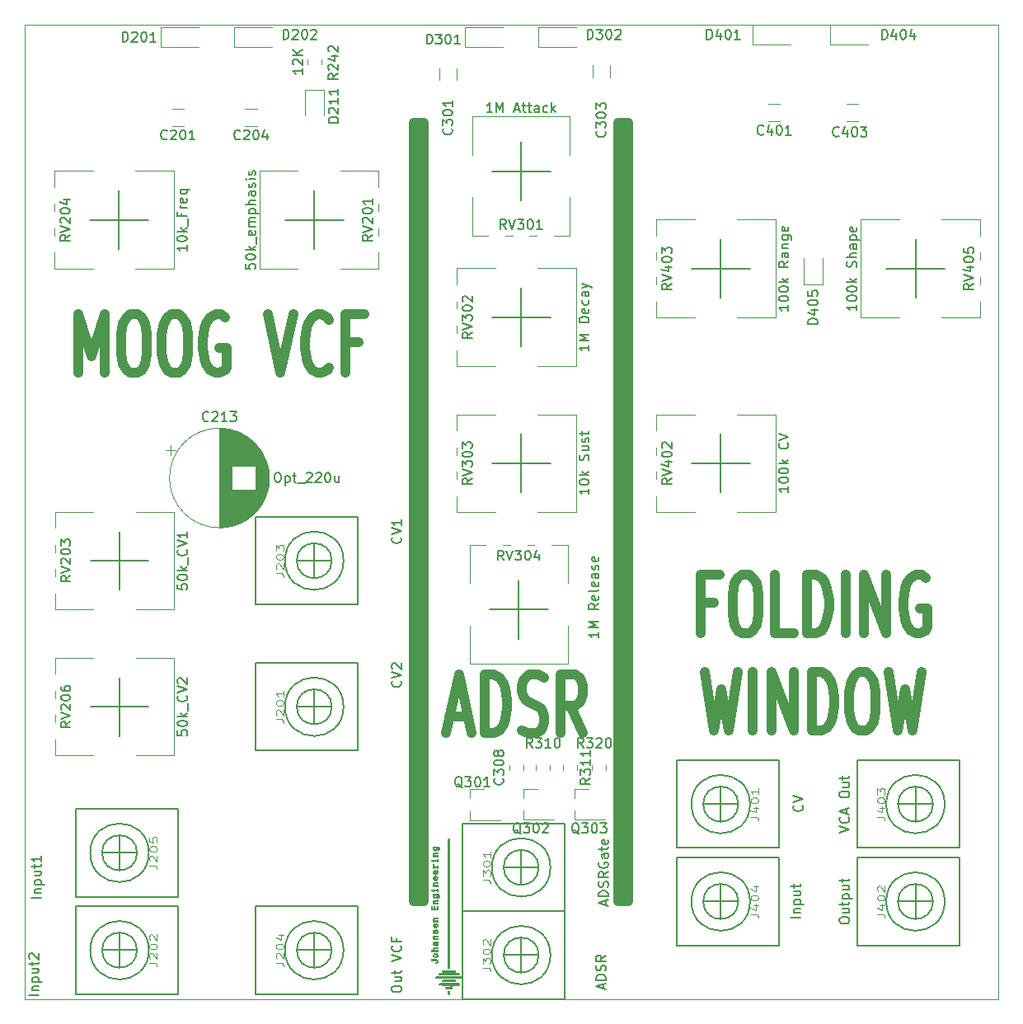
<source format=gbr>
%TF.GenerationSoftware,KiCad,Pcbnew,(5.1.0)-1*%
%TF.CreationDate,2019-10-07T23:17:39+02:00*%
%TF.ProjectId,KicadJE_MoogVCF_1,4b696361-644a-4455-9f4d-6f6f67564346,rev?*%
%TF.SameCoordinates,Original*%
%TF.FileFunction,Legend,Top*%
%TF.FilePolarity,Positive*%
%FSLAX46Y46*%
G04 Gerber Fmt 4.6, Leading zero omitted, Abs format (unit mm)*
G04 Created by KiCad (PCBNEW (5.1.0)-1) date 2019-10-07 23:17:39*
%MOMM*%
%LPD*%
G04 APERTURE LIST*
%ADD10C,1.000000*%
%ADD11C,0.050000*%
%ADD12C,0.120000*%
%ADD13C,0.150000*%
%ADD14C,0.010000*%
%ADD15C,0.125000*%
G04 APERTURE END LIST*
D10*
X120809523Y-109321428D02*
X119476190Y-109321428D01*
X119476190Y-112464285D02*
X119476190Y-106464285D01*
X121380952Y-106464285D01*
X123666666Y-106464285D02*
X124428571Y-106464285D01*
X124809523Y-106750000D01*
X125190476Y-107321428D01*
X125380952Y-108464285D01*
X125380952Y-110464285D01*
X125190476Y-111607142D01*
X124809523Y-112178571D01*
X124428571Y-112464285D01*
X123666666Y-112464285D01*
X123285714Y-112178571D01*
X122904761Y-111607142D01*
X122714285Y-110464285D01*
X122714285Y-108464285D01*
X122904761Y-107321428D01*
X123285714Y-106750000D01*
X123666666Y-106464285D01*
X129000000Y-112464285D02*
X127095238Y-112464285D01*
X127095238Y-106464285D01*
X130333333Y-112464285D02*
X130333333Y-106464285D01*
X131285714Y-106464285D01*
X131857142Y-106750000D01*
X132238095Y-107321428D01*
X132428571Y-107892857D01*
X132619047Y-109035714D01*
X132619047Y-109892857D01*
X132428571Y-111035714D01*
X132238095Y-111607142D01*
X131857142Y-112178571D01*
X131285714Y-112464285D01*
X130333333Y-112464285D01*
X134333333Y-112464285D02*
X134333333Y-106464285D01*
X136238095Y-112464285D02*
X136238095Y-106464285D01*
X138523809Y-112464285D01*
X138523809Y-106464285D01*
X142523809Y-106750000D02*
X142142857Y-106464285D01*
X141571428Y-106464285D01*
X141000000Y-106750000D01*
X140619047Y-107321428D01*
X140428571Y-107892857D01*
X140238095Y-109035714D01*
X140238095Y-109892857D01*
X140428571Y-111035714D01*
X140619047Y-111607142D01*
X141000000Y-112178571D01*
X141571428Y-112464285D01*
X141952380Y-112464285D01*
X142523809Y-112178571D01*
X142714285Y-111892857D01*
X142714285Y-109892857D01*
X141952380Y-109892857D01*
X119857142Y-116464285D02*
X120809523Y-122464285D01*
X121571428Y-118178571D01*
X122333333Y-122464285D01*
X123285714Y-116464285D01*
X124809523Y-122464285D02*
X124809523Y-116464285D01*
X126714285Y-122464285D02*
X126714285Y-116464285D01*
X129000000Y-122464285D01*
X129000000Y-116464285D01*
X130904761Y-122464285D02*
X130904761Y-116464285D01*
X131857142Y-116464285D01*
X132428571Y-116750000D01*
X132809523Y-117321428D01*
X133000000Y-117892857D01*
X133190476Y-119035714D01*
X133190476Y-119892857D01*
X133000000Y-121035714D01*
X132809523Y-121607142D01*
X132428571Y-122178571D01*
X131857142Y-122464285D01*
X130904761Y-122464285D01*
X135666666Y-116464285D02*
X136428571Y-116464285D01*
X136809523Y-116750000D01*
X137190476Y-117321428D01*
X137380952Y-118464285D01*
X137380952Y-120464285D01*
X137190476Y-121607142D01*
X136809523Y-122178571D01*
X136428571Y-122464285D01*
X135666666Y-122464285D01*
X135285714Y-122178571D01*
X134904761Y-121607142D01*
X134714285Y-120464285D01*
X134714285Y-118464285D01*
X134904761Y-117321428D01*
X135285714Y-116750000D01*
X135666666Y-116464285D01*
X138714285Y-116464285D02*
X139666666Y-122464285D01*
X140428571Y-118178571D01*
X141190476Y-122464285D01*
X142142857Y-116464285D01*
X93642857Y-121000000D02*
X95547619Y-121000000D01*
X93261904Y-122714285D02*
X94595238Y-116714285D01*
X95928571Y-122714285D01*
X97261904Y-122714285D02*
X97261904Y-116714285D01*
X98214285Y-116714285D01*
X98785714Y-117000000D01*
X99166666Y-117571428D01*
X99357142Y-118142857D01*
X99547619Y-119285714D01*
X99547619Y-120142857D01*
X99357142Y-121285714D01*
X99166666Y-121857142D01*
X98785714Y-122428571D01*
X98214285Y-122714285D01*
X97261904Y-122714285D01*
X101071428Y-122428571D02*
X101642857Y-122714285D01*
X102595238Y-122714285D01*
X102976190Y-122428571D01*
X103166666Y-122142857D01*
X103357142Y-121571428D01*
X103357142Y-121000000D01*
X103166666Y-120428571D01*
X102976190Y-120142857D01*
X102595238Y-119857142D01*
X101833333Y-119571428D01*
X101452380Y-119285714D01*
X101261904Y-119000000D01*
X101071428Y-118428571D01*
X101071428Y-117857142D01*
X101261904Y-117285714D01*
X101452380Y-117000000D01*
X101833333Y-116714285D01*
X102785714Y-116714285D01*
X103357142Y-117000000D01*
X107357142Y-122714285D02*
X106023809Y-119857142D01*
X105071428Y-122714285D02*
X105071428Y-116714285D01*
X106595238Y-116714285D01*
X106976190Y-117000000D01*
X107166666Y-117285714D01*
X107357142Y-117857142D01*
X107357142Y-118714285D01*
X107166666Y-119285714D01*
X106976190Y-119571428D01*
X106595238Y-119857142D01*
X105071428Y-119857142D01*
X111000000Y-60000000D02*
X111000000Y-140000000D01*
X112000000Y-60000000D02*
X112000000Y-140000000D01*
X111000000Y-140000000D02*
X112000000Y-140000000D01*
X111000000Y-60000000D02*
X112000000Y-60000000D01*
X55523809Y-85714285D02*
X55523809Y-79714285D01*
X56857142Y-84000000D01*
X58190476Y-79714285D01*
X58190476Y-85714285D01*
X60857142Y-79714285D02*
X61619047Y-79714285D01*
X62000000Y-80000000D01*
X62380952Y-80571428D01*
X62571428Y-81714285D01*
X62571428Y-83714285D01*
X62380952Y-84857142D01*
X62000000Y-85428571D01*
X61619047Y-85714285D01*
X60857142Y-85714285D01*
X60476190Y-85428571D01*
X60095238Y-84857142D01*
X59904761Y-83714285D01*
X59904761Y-81714285D01*
X60095238Y-80571428D01*
X60476190Y-80000000D01*
X60857142Y-79714285D01*
X65047619Y-79714285D02*
X65809523Y-79714285D01*
X66190476Y-80000000D01*
X66571428Y-80571428D01*
X66761904Y-81714285D01*
X66761904Y-83714285D01*
X66571428Y-84857142D01*
X66190476Y-85428571D01*
X65809523Y-85714285D01*
X65047619Y-85714285D01*
X64666666Y-85428571D01*
X64285714Y-84857142D01*
X64095238Y-83714285D01*
X64095238Y-81714285D01*
X64285714Y-80571428D01*
X64666666Y-80000000D01*
X65047619Y-79714285D01*
X70571428Y-80000000D02*
X70190476Y-79714285D01*
X69619047Y-79714285D01*
X69047619Y-80000000D01*
X68666666Y-80571428D01*
X68476190Y-81142857D01*
X68285714Y-82285714D01*
X68285714Y-83142857D01*
X68476190Y-84285714D01*
X68666666Y-84857142D01*
X69047619Y-85428571D01*
X69619047Y-85714285D01*
X70000000Y-85714285D01*
X70571428Y-85428571D01*
X70761904Y-85142857D01*
X70761904Y-83142857D01*
X70000000Y-83142857D01*
X74952380Y-79714285D02*
X76285714Y-85714285D01*
X77619047Y-79714285D01*
X81238095Y-85142857D02*
X81047619Y-85428571D01*
X80476190Y-85714285D01*
X80095238Y-85714285D01*
X79523809Y-85428571D01*
X79142857Y-84857142D01*
X78952380Y-84285714D01*
X78761904Y-83142857D01*
X78761904Y-82285714D01*
X78952380Y-81142857D01*
X79142857Y-80571428D01*
X79523809Y-80000000D01*
X80095238Y-79714285D01*
X80476190Y-79714285D01*
X81047619Y-80000000D01*
X81238095Y-80285714D01*
X84285714Y-82571428D02*
X82952380Y-82571428D01*
X82952380Y-85714285D02*
X82952380Y-79714285D01*
X84857142Y-79714285D01*
X90000000Y-60000000D02*
X91000000Y-60000000D01*
X90000000Y-140000000D02*
X91000000Y-140000000D01*
X91000000Y-60000000D02*
X91000000Y-140000000D01*
X90000000Y-60000000D02*
X90000000Y-140000000D01*
D11*
X50000000Y-150000000D02*
X50000000Y-50000000D01*
X150000000Y-150000000D02*
X50000000Y-150000000D01*
X150000000Y-50000000D02*
X150000000Y-150000000D01*
X50000000Y-50000000D02*
X150000000Y-50000000D01*
D12*
X66352064Y-58590000D02*
X65147936Y-58590000D01*
X66352064Y-60410000D02*
X65147936Y-60410000D01*
X73864564Y-60410000D02*
X72660436Y-60410000D01*
X73864564Y-58590000D02*
X72660436Y-58590000D01*
X75120000Y-96500000D02*
G75*
G03X75120000Y-96500000I-5120000J0D01*
G01*
X70000000Y-91420000D02*
X70000000Y-101580000D01*
X70040000Y-91420000D02*
X70040000Y-101580000D01*
X70080000Y-91420000D02*
X70080000Y-101580000D01*
X70120000Y-91421000D02*
X70120000Y-101579000D01*
X70160000Y-91422000D02*
X70160000Y-101578000D01*
X70200000Y-91423000D02*
X70200000Y-101577000D01*
X70240000Y-91425000D02*
X70240000Y-101575000D01*
X70280000Y-91427000D02*
X70280000Y-101573000D01*
X70320000Y-91430000D02*
X70320000Y-101570000D01*
X70360000Y-91432000D02*
X70360000Y-101568000D01*
X70400000Y-91435000D02*
X70400000Y-101565000D01*
X70440000Y-91438000D02*
X70440000Y-101562000D01*
X70480000Y-91442000D02*
X70480000Y-101558000D01*
X70520000Y-91446000D02*
X70520000Y-101554000D01*
X70560000Y-91450000D02*
X70560000Y-101550000D01*
X70600000Y-91455000D02*
X70600000Y-101545000D01*
X70640000Y-91460000D02*
X70640000Y-101540000D01*
X70680000Y-91465000D02*
X70680000Y-101535000D01*
X70721000Y-91470000D02*
X70721000Y-101530000D01*
X70761000Y-91476000D02*
X70761000Y-101524000D01*
X70801000Y-91482000D02*
X70801000Y-101518000D01*
X70841000Y-91489000D02*
X70841000Y-101511000D01*
X70881000Y-91496000D02*
X70881000Y-101504000D01*
X70921000Y-91503000D02*
X70921000Y-101497000D01*
X70961000Y-91510000D02*
X70961000Y-101490000D01*
X71001000Y-91518000D02*
X71001000Y-101482000D01*
X71041000Y-91526000D02*
X71041000Y-101474000D01*
X71081000Y-91535000D02*
X71081000Y-101465000D01*
X71121000Y-91544000D02*
X71121000Y-101456000D01*
X71161000Y-91553000D02*
X71161000Y-101447000D01*
X71201000Y-91562000D02*
X71201000Y-101438000D01*
X71241000Y-91572000D02*
X71241000Y-101428000D01*
X71281000Y-91582000D02*
X71281000Y-95259000D01*
X71281000Y-97741000D02*
X71281000Y-101418000D01*
X71321000Y-91593000D02*
X71321000Y-95259000D01*
X71321000Y-97741000D02*
X71321000Y-101407000D01*
X71361000Y-91603000D02*
X71361000Y-95259000D01*
X71361000Y-97741000D02*
X71361000Y-101397000D01*
X71401000Y-91615000D02*
X71401000Y-95259000D01*
X71401000Y-97741000D02*
X71401000Y-101385000D01*
X71441000Y-91626000D02*
X71441000Y-95259000D01*
X71441000Y-97741000D02*
X71441000Y-101374000D01*
X71481000Y-91638000D02*
X71481000Y-95259000D01*
X71481000Y-97741000D02*
X71481000Y-101362000D01*
X71521000Y-91650000D02*
X71521000Y-95259000D01*
X71521000Y-97741000D02*
X71521000Y-101350000D01*
X71561000Y-91663000D02*
X71561000Y-95259000D01*
X71561000Y-97741000D02*
X71561000Y-101337000D01*
X71601000Y-91676000D02*
X71601000Y-95259000D01*
X71601000Y-97741000D02*
X71601000Y-101324000D01*
X71641000Y-91689000D02*
X71641000Y-95259000D01*
X71641000Y-97741000D02*
X71641000Y-101311000D01*
X71681000Y-91703000D02*
X71681000Y-95259000D01*
X71681000Y-97741000D02*
X71681000Y-101297000D01*
X71721000Y-91717000D02*
X71721000Y-95259000D01*
X71721000Y-97741000D02*
X71721000Y-101283000D01*
X71761000Y-91732000D02*
X71761000Y-95259000D01*
X71761000Y-97741000D02*
X71761000Y-101268000D01*
X71801000Y-91746000D02*
X71801000Y-95259000D01*
X71801000Y-97741000D02*
X71801000Y-101254000D01*
X71841000Y-91762000D02*
X71841000Y-95259000D01*
X71841000Y-97741000D02*
X71841000Y-101238000D01*
X71881000Y-91777000D02*
X71881000Y-95259000D01*
X71881000Y-97741000D02*
X71881000Y-101223000D01*
X71921000Y-91793000D02*
X71921000Y-95259000D01*
X71921000Y-97741000D02*
X71921000Y-101207000D01*
X71961000Y-91810000D02*
X71961000Y-95259000D01*
X71961000Y-97741000D02*
X71961000Y-101190000D01*
X72001000Y-91826000D02*
X72001000Y-95259000D01*
X72001000Y-97741000D02*
X72001000Y-101174000D01*
X72041000Y-91843000D02*
X72041000Y-95259000D01*
X72041000Y-97741000D02*
X72041000Y-101157000D01*
X72081000Y-91861000D02*
X72081000Y-95259000D01*
X72081000Y-97741000D02*
X72081000Y-101139000D01*
X72121000Y-91879000D02*
X72121000Y-95259000D01*
X72121000Y-97741000D02*
X72121000Y-101121000D01*
X72161000Y-91897000D02*
X72161000Y-95259000D01*
X72161000Y-97741000D02*
X72161000Y-101103000D01*
X72201000Y-91916000D02*
X72201000Y-95259000D01*
X72201000Y-97741000D02*
X72201000Y-101084000D01*
X72241000Y-91936000D02*
X72241000Y-95259000D01*
X72241000Y-97741000D02*
X72241000Y-101064000D01*
X72281000Y-91955000D02*
X72281000Y-95259000D01*
X72281000Y-97741000D02*
X72281000Y-101045000D01*
X72321000Y-91975000D02*
X72321000Y-95259000D01*
X72321000Y-97741000D02*
X72321000Y-101025000D01*
X72361000Y-91996000D02*
X72361000Y-95259000D01*
X72361000Y-97741000D02*
X72361000Y-101004000D01*
X72401000Y-92017000D02*
X72401000Y-95259000D01*
X72401000Y-97741000D02*
X72401000Y-100983000D01*
X72441000Y-92038000D02*
X72441000Y-95259000D01*
X72441000Y-97741000D02*
X72441000Y-100962000D01*
X72481000Y-92060000D02*
X72481000Y-95259000D01*
X72481000Y-97741000D02*
X72481000Y-100940000D01*
X72521000Y-92083000D02*
X72521000Y-95259000D01*
X72521000Y-97741000D02*
X72521000Y-100917000D01*
X72561000Y-92105000D02*
X72561000Y-95259000D01*
X72561000Y-97741000D02*
X72561000Y-100895000D01*
X72601000Y-92129000D02*
X72601000Y-95259000D01*
X72601000Y-97741000D02*
X72601000Y-100871000D01*
X72641000Y-92153000D02*
X72641000Y-95259000D01*
X72641000Y-97741000D02*
X72641000Y-100847000D01*
X72681000Y-92177000D02*
X72681000Y-95259000D01*
X72681000Y-97741000D02*
X72681000Y-100823000D01*
X72721000Y-92202000D02*
X72721000Y-95259000D01*
X72721000Y-97741000D02*
X72721000Y-100798000D01*
X72761000Y-92227000D02*
X72761000Y-95259000D01*
X72761000Y-97741000D02*
X72761000Y-100773000D01*
X72801000Y-92253000D02*
X72801000Y-95259000D01*
X72801000Y-97741000D02*
X72801000Y-100747000D01*
X72841000Y-92279000D02*
X72841000Y-95259000D01*
X72841000Y-97741000D02*
X72841000Y-100721000D01*
X72881000Y-92306000D02*
X72881000Y-95259000D01*
X72881000Y-97741000D02*
X72881000Y-100694000D01*
X72921000Y-92334000D02*
X72921000Y-95259000D01*
X72921000Y-97741000D02*
X72921000Y-100666000D01*
X72961000Y-92362000D02*
X72961000Y-95259000D01*
X72961000Y-97741000D02*
X72961000Y-100638000D01*
X73001000Y-92390000D02*
X73001000Y-95259000D01*
X73001000Y-97741000D02*
X73001000Y-100610000D01*
X73041000Y-92420000D02*
X73041000Y-95259000D01*
X73041000Y-97741000D02*
X73041000Y-100580000D01*
X73081000Y-92450000D02*
X73081000Y-95259000D01*
X73081000Y-97741000D02*
X73081000Y-100550000D01*
X73121000Y-92480000D02*
X73121000Y-95259000D01*
X73121000Y-97741000D02*
X73121000Y-100520000D01*
X73161000Y-92511000D02*
X73161000Y-95259000D01*
X73161000Y-97741000D02*
X73161000Y-100489000D01*
X73201000Y-92543000D02*
X73201000Y-95259000D01*
X73201000Y-97741000D02*
X73201000Y-100457000D01*
X73241000Y-92575000D02*
X73241000Y-95259000D01*
X73241000Y-97741000D02*
X73241000Y-100425000D01*
X73281000Y-92608000D02*
X73281000Y-95259000D01*
X73281000Y-97741000D02*
X73281000Y-100392000D01*
X73321000Y-92642000D02*
X73321000Y-95259000D01*
X73321000Y-97741000D02*
X73321000Y-100358000D01*
X73361000Y-92676000D02*
X73361000Y-95259000D01*
X73361000Y-97741000D02*
X73361000Y-100324000D01*
X73401000Y-92711000D02*
X73401000Y-95259000D01*
X73401000Y-97741000D02*
X73401000Y-100289000D01*
X73441000Y-92747000D02*
X73441000Y-95259000D01*
X73441000Y-97741000D02*
X73441000Y-100253000D01*
X73481000Y-92784000D02*
X73481000Y-95259000D01*
X73481000Y-97741000D02*
X73481000Y-100216000D01*
X73521000Y-92821000D02*
X73521000Y-95259000D01*
X73521000Y-97741000D02*
X73521000Y-100179000D01*
X73561000Y-92860000D02*
X73561000Y-95259000D01*
X73561000Y-97741000D02*
X73561000Y-100140000D01*
X73601000Y-92899000D02*
X73601000Y-95259000D01*
X73601000Y-97741000D02*
X73601000Y-100101000D01*
X73641000Y-92939000D02*
X73641000Y-95259000D01*
X73641000Y-97741000D02*
X73641000Y-100061000D01*
X73681000Y-92980000D02*
X73681000Y-95259000D01*
X73681000Y-97741000D02*
X73681000Y-100020000D01*
X73721000Y-93022000D02*
X73721000Y-95259000D01*
X73721000Y-97741000D02*
X73721000Y-99978000D01*
X73761000Y-93064000D02*
X73761000Y-99936000D01*
X73801000Y-93108000D02*
X73801000Y-99892000D01*
X73841000Y-93153000D02*
X73841000Y-99847000D01*
X73881000Y-93199000D02*
X73881000Y-99801000D01*
X73921000Y-93246000D02*
X73921000Y-99754000D01*
X73961000Y-93294000D02*
X73961000Y-99706000D01*
X74001000Y-93344000D02*
X74001000Y-99656000D01*
X74041000Y-93394000D02*
X74041000Y-99606000D01*
X74081000Y-93446000D02*
X74081000Y-99554000D01*
X74121000Y-93500000D02*
X74121000Y-99500000D01*
X74161000Y-93555000D02*
X74161000Y-99445000D01*
X74201000Y-93611000D02*
X74201000Y-99389000D01*
X74241000Y-93670000D02*
X74241000Y-99330000D01*
X74281000Y-93730000D02*
X74281000Y-99270000D01*
X74321000Y-93791000D02*
X74321000Y-99209000D01*
X74361000Y-93855000D02*
X74361000Y-99145000D01*
X74401000Y-93921000D02*
X74401000Y-99079000D01*
X74441000Y-93990000D02*
X74441000Y-99010000D01*
X74481000Y-94061000D02*
X74481000Y-98939000D01*
X74521000Y-94135000D02*
X74521000Y-98865000D01*
X74561000Y-94211000D02*
X74561000Y-98789000D01*
X74601000Y-94291000D02*
X74601000Y-98709000D01*
X74641000Y-94375000D02*
X74641000Y-98625000D01*
X74681000Y-94463000D02*
X74681000Y-98537000D01*
X74721000Y-94556000D02*
X74721000Y-98444000D01*
X74761000Y-94654000D02*
X74761000Y-98346000D01*
X74801000Y-94758000D02*
X74801000Y-98242000D01*
X74841000Y-94870000D02*
X74841000Y-98130000D01*
X74881000Y-94990000D02*
X74881000Y-98010000D01*
X74921000Y-95122000D02*
X74921000Y-97878000D01*
X74961000Y-95270000D02*
X74961000Y-97730000D01*
X75001000Y-95438000D02*
X75001000Y-97562000D01*
X75041000Y-95638000D02*
X75041000Y-97362000D01*
X75081000Y-95901000D02*
X75081000Y-97099000D01*
X64520354Y-93625000D02*
X65520354Y-93625000D01*
X65020354Y-93125000D02*
X65020354Y-94125000D01*
X64000000Y-50250000D02*
X64000000Y-52250000D01*
X64000000Y-52250000D02*
X67900000Y-52250000D01*
X64000000Y-50250000D02*
X67900000Y-50250000D01*
X71500000Y-50250000D02*
X75400000Y-50250000D01*
X71500000Y-52250000D02*
X75400000Y-52250000D01*
X71500000Y-50250000D02*
X71500000Y-52250000D01*
D13*
X79750000Y-118200000D02*
X79750000Y-121800000D01*
X77950000Y-120000000D02*
X81550000Y-120000000D01*
X84250000Y-124500000D02*
X84250000Y-115500000D01*
X84250000Y-115500000D02*
X73750000Y-115500000D01*
X73750000Y-115500000D02*
X73750000Y-124500000D01*
X73750000Y-124500000D02*
X84250000Y-124500000D01*
X82756659Y-120000000D02*
G75*
G03X82756659Y-120000000I-3006659J0D01*
G01*
X81550000Y-120000000D02*
G75*
G03X81550000Y-120000000I-1800000J0D01*
G01*
X81550000Y-105000000D02*
G75*
G03X81550000Y-105000000I-1800000J0D01*
G01*
X82756659Y-105000000D02*
G75*
G03X82756659Y-105000000I-3006659J0D01*
G01*
X73750000Y-109500000D02*
X84250000Y-109500000D01*
X73750000Y-100500000D02*
X73750000Y-109500000D01*
X84250000Y-100500000D02*
X73750000Y-100500000D01*
X84250000Y-109500000D02*
X84250000Y-100500000D01*
X77950000Y-105000000D02*
X81550000Y-105000000D01*
X79750000Y-103200000D02*
X79750000Y-106800000D01*
X81550000Y-145000000D02*
G75*
G03X81550000Y-145000000I-1800000J0D01*
G01*
X82756659Y-145000000D02*
G75*
G03X82756659Y-145000000I-3006659J0D01*
G01*
X73750000Y-149500000D02*
X84250000Y-149500000D01*
X73750000Y-140500000D02*
X73750000Y-149500000D01*
X84250000Y-140500000D02*
X73750000Y-140500000D01*
X84250000Y-149500000D02*
X84250000Y-140500000D01*
X77950000Y-145000000D02*
X81550000Y-145000000D01*
X79750000Y-143200000D02*
X79750000Y-146800000D01*
D12*
X86370000Y-75021000D02*
X82433000Y-75021000D01*
X78066000Y-75021000D02*
X74130000Y-75021000D01*
X86370000Y-64980000D02*
X82433000Y-64980000D01*
X78066000Y-64980000D02*
X74130000Y-64980000D01*
X86370000Y-75021000D02*
X86370000Y-73371000D01*
X86370000Y-71629000D02*
X86370000Y-70870000D01*
X86370000Y-69129000D02*
X86370000Y-68370000D01*
X86370000Y-66630000D02*
X86370000Y-64980000D01*
X74130000Y-75021000D02*
X74130000Y-64980000D01*
D13*
X79750000Y-67000000D02*
X79750000Y-73000000D01*
X82750000Y-70000000D02*
X76750000Y-70000000D01*
D12*
X53130000Y-99979000D02*
X57067000Y-99979000D01*
X61434000Y-99979000D02*
X65370000Y-99979000D01*
X53130000Y-110020000D02*
X57067000Y-110020000D01*
X61434000Y-110020000D02*
X65370000Y-110020000D01*
X53130000Y-99979000D02*
X53130000Y-101629000D01*
X53130000Y-103371000D02*
X53130000Y-104130000D01*
X53130000Y-105871000D02*
X53130000Y-106630000D01*
X53130000Y-108370000D02*
X53130000Y-110020000D01*
X65370000Y-99979000D02*
X65370000Y-110020000D01*
D13*
X59750000Y-108000000D02*
X59750000Y-102000000D01*
X56750000Y-105000000D02*
X62750000Y-105000000D01*
X56700000Y-70000000D02*
X62700000Y-70000000D01*
X59700000Y-73000000D02*
X59700000Y-67000000D01*
D12*
X65320000Y-64979000D02*
X65320000Y-75020000D01*
X53080000Y-73370000D02*
X53080000Y-75020000D01*
X53080000Y-70871000D02*
X53080000Y-71630000D01*
X53080000Y-68371000D02*
X53080000Y-69130000D01*
X53080000Y-64979000D02*
X53080000Y-66629000D01*
X61384000Y-75020000D02*
X65320000Y-75020000D01*
X53080000Y-75020000D02*
X57017000Y-75020000D01*
X61384000Y-64979000D02*
X65320000Y-64979000D01*
X53080000Y-64979000D02*
X57017000Y-64979000D01*
D13*
X61550000Y-145000000D02*
G75*
G03X61550000Y-145000000I-1800000J0D01*
G01*
X62756659Y-145000000D02*
G75*
G03X62756659Y-145000000I-3006659J0D01*
G01*
X65750000Y-140500000D02*
X55250000Y-140500000D01*
X65750000Y-149500000D02*
X65750000Y-140500000D01*
X55250000Y-149500000D02*
X65750000Y-149500000D01*
X55250000Y-140500000D02*
X55250000Y-149500000D01*
X61550000Y-145000000D02*
X57950000Y-145000000D01*
X59750000Y-146800000D02*
X59750000Y-143200000D01*
X61550000Y-135000000D02*
G75*
G03X61550000Y-135000000I-1800000J0D01*
G01*
X62756659Y-135000000D02*
G75*
G03X62756659Y-135000000I-3006659J0D01*
G01*
X65750000Y-130500000D02*
X55250000Y-130500000D01*
X65750000Y-139500000D02*
X65750000Y-130500000D01*
X55250000Y-139500000D02*
X65750000Y-139500000D01*
X55250000Y-130500000D02*
X55250000Y-139500000D01*
X61550000Y-135000000D02*
X57950000Y-135000000D01*
X59750000Y-136800000D02*
X59750000Y-133200000D01*
D12*
X53130000Y-114979000D02*
X57067000Y-114979000D01*
X61434000Y-114979000D02*
X65370000Y-114979000D01*
X53130000Y-125020000D02*
X57067000Y-125020000D01*
X61434000Y-125020000D02*
X65370000Y-125020000D01*
X53130000Y-114979000D02*
X53130000Y-116629000D01*
X53130000Y-118371000D02*
X53130000Y-119130000D01*
X53130000Y-120871000D02*
X53130000Y-121630000D01*
X53130000Y-123370000D02*
X53130000Y-125020000D01*
X65370000Y-114979000D02*
X65370000Y-125020000D01*
D13*
X59750000Y-123000000D02*
X59750000Y-117000000D01*
X56750000Y-120000000D02*
X62750000Y-120000000D01*
D12*
X80710000Y-59312500D02*
X80710000Y-56627500D01*
X80710000Y-56627500D02*
X78790000Y-56627500D01*
X78790000Y-56627500D02*
X78790000Y-59312500D01*
X80460000Y-53488748D02*
X80460000Y-54011252D01*
X79040000Y-53488748D02*
X79040000Y-54011252D01*
X92590000Y-54410436D02*
X92590000Y-55614564D01*
X94410000Y-54410436D02*
X94410000Y-55614564D01*
X110160000Y-54147936D02*
X110160000Y-55352064D01*
X108340000Y-54147936D02*
X108340000Y-55352064D01*
X99790000Y-125988748D02*
X99790000Y-126511252D01*
X101210000Y-125988748D02*
X101210000Y-126511252D01*
X95250000Y-50250000D02*
X99150000Y-50250000D01*
X95250000Y-52250000D02*
X99150000Y-52250000D01*
X95250000Y-50250000D02*
X95250000Y-52250000D01*
X102750000Y-50250000D02*
X102750000Y-52250000D01*
X102750000Y-52250000D02*
X106650000Y-52250000D01*
X102750000Y-50250000D02*
X106650000Y-50250000D01*
D13*
X101000000Y-134700000D02*
X101000000Y-138300000D01*
X99200000Y-136500000D02*
X102800000Y-136500000D01*
X105500000Y-141000000D02*
X105500000Y-132000000D01*
X105500000Y-132000000D02*
X95000000Y-132000000D01*
X95000000Y-132000000D02*
X95000000Y-141000000D01*
X95000000Y-141000000D02*
X105500000Y-141000000D01*
X104006659Y-136500000D02*
G75*
G03X104006659Y-136500000I-3006659J0D01*
G01*
X102800000Y-136500000D02*
G75*
G03X102800000Y-136500000I-1800000J0D01*
G01*
X102800000Y-145500000D02*
G75*
G03X102800000Y-145500000I-1800000J0D01*
G01*
X104006659Y-145500000D02*
G75*
G03X104006659Y-145500000I-3006659J0D01*
G01*
X95000000Y-150000000D02*
X105500000Y-150000000D01*
X95000000Y-141000000D02*
X95000000Y-150000000D01*
X105500000Y-141000000D02*
X95000000Y-141000000D01*
X105500000Y-150000000D02*
X105500000Y-141000000D01*
X99200000Y-145500000D02*
X102800000Y-145500000D01*
X101000000Y-143700000D02*
X101000000Y-147300000D01*
D12*
X95740000Y-128470000D02*
X95740000Y-129400000D01*
X95740000Y-131630000D02*
X95740000Y-130700000D01*
X95740000Y-131630000D02*
X98900000Y-131630000D01*
X95740000Y-128470000D02*
X97200000Y-128470000D01*
X101240000Y-128420000D02*
X101240000Y-129350000D01*
X101240000Y-131580000D02*
X101240000Y-130650000D01*
X101240000Y-131580000D02*
X104400000Y-131580000D01*
X101240000Y-128420000D02*
X102700000Y-128420000D01*
X106490000Y-128420000D02*
X107950000Y-128420000D01*
X106490000Y-131580000D02*
X109650000Y-131580000D01*
X106490000Y-131580000D02*
X106490000Y-130650000D01*
X106490000Y-128420000D02*
X106490000Y-129350000D01*
X102540000Y-125988748D02*
X102540000Y-126511252D01*
X103960000Y-125988748D02*
X103960000Y-126511252D01*
X106710000Y-125963748D02*
X106710000Y-126486252D01*
X105290000Y-125963748D02*
X105290000Y-126486252D01*
X108290000Y-126511252D02*
X108290000Y-125988748D01*
X109710000Y-126511252D02*
X109710000Y-125988748D01*
X95979000Y-71620000D02*
X95979000Y-67683000D01*
X95979000Y-63316000D02*
X95979000Y-59380000D01*
X106020000Y-71620000D02*
X106020000Y-67683000D01*
X106020000Y-63316000D02*
X106020000Y-59380000D01*
X95979000Y-71620000D02*
X97629000Y-71620000D01*
X99371000Y-71620000D02*
X100130000Y-71620000D01*
X101871000Y-71620000D02*
X102630000Y-71620000D01*
X104370000Y-71620000D02*
X106020000Y-71620000D01*
X95979000Y-59380000D02*
X106020000Y-59380000D01*
D13*
X104000000Y-65000000D02*
X98000000Y-65000000D01*
X101000000Y-68000000D02*
X101000000Y-62000000D01*
D12*
X94380000Y-74979000D02*
X98317000Y-74979000D01*
X102684000Y-74979000D02*
X106620000Y-74979000D01*
X94380000Y-85020000D02*
X98317000Y-85020000D01*
X102684000Y-85020000D02*
X106620000Y-85020000D01*
X94380000Y-74979000D02*
X94380000Y-76629000D01*
X94380000Y-78371000D02*
X94380000Y-79130000D01*
X94380000Y-80871000D02*
X94380000Y-81630000D01*
X94380000Y-83370000D02*
X94380000Y-85020000D01*
X106620000Y-74979000D02*
X106620000Y-85020000D01*
D13*
X101000000Y-83000000D02*
X101000000Y-77000000D01*
X98000000Y-80000000D02*
X104000000Y-80000000D01*
D12*
X94380000Y-89979000D02*
X98317000Y-89979000D01*
X102684000Y-89979000D02*
X106620000Y-89979000D01*
X94380000Y-100020000D02*
X98317000Y-100020000D01*
X102684000Y-100020000D02*
X106620000Y-100020000D01*
X94380000Y-89979000D02*
X94380000Y-91629000D01*
X94380000Y-93371000D02*
X94380000Y-94130000D01*
X94380000Y-95871000D02*
X94380000Y-96630000D01*
X94380000Y-98370000D02*
X94380000Y-100020000D01*
X106620000Y-89979000D02*
X106620000Y-100020000D01*
D13*
X101000000Y-98000000D02*
X101000000Y-92000000D01*
X98000000Y-95000000D02*
X104000000Y-95000000D01*
X100750000Y-107000000D02*
X100750000Y-113000000D01*
X97750000Y-110000000D02*
X103750000Y-110000000D01*
D12*
X105771000Y-115620000D02*
X95730000Y-115620000D01*
X97380000Y-103380000D02*
X95730000Y-103380000D01*
X99879000Y-103380000D02*
X99120000Y-103380000D01*
X102379000Y-103380000D02*
X101620000Y-103380000D01*
X105771000Y-103380000D02*
X104121000Y-103380000D01*
X95730000Y-111684000D02*
X95730000Y-115620000D01*
X95730000Y-103380000D02*
X95730000Y-107317000D01*
X105771000Y-111684000D02*
X105771000Y-115620000D01*
X105771000Y-103380000D02*
X105771000Y-107317000D01*
D14*
G36*
X92193784Y-147729168D02*
G01*
X92199962Y-147723922D01*
X92205588Y-147719713D01*
X92212115Y-147715978D01*
X92221013Y-147712690D01*
X92233751Y-147709819D01*
X92251799Y-147707337D01*
X92276627Y-147705217D01*
X92309703Y-147703429D01*
X92352497Y-147701946D01*
X92406478Y-147700738D01*
X92473117Y-147699778D01*
X92553882Y-147699037D01*
X92650243Y-147698486D01*
X92763669Y-147698098D01*
X92895630Y-147697844D01*
X93047596Y-147697696D01*
X93221035Y-147697625D01*
X93417417Y-147697602D01*
X93562998Y-147697600D01*
X94892572Y-147697600D01*
X94920186Y-147726994D01*
X94943429Y-147767058D01*
X94944227Y-147809329D01*
X94922590Y-147847001D01*
X94920005Y-147849506D01*
X94915243Y-147853639D01*
X94909375Y-147857307D01*
X94900941Y-147860537D01*
X94888481Y-147863359D01*
X94870535Y-147865798D01*
X94845641Y-147867884D01*
X94812341Y-147869643D01*
X94769174Y-147871104D01*
X94714680Y-147872295D01*
X94647399Y-147873242D01*
X94565870Y-147873974D01*
X94468633Y-147874518D01*
X94354228Y-147874903D01*
X94221196Y-147875156D01*
X94068075Y-147875304D01*
X93893405Y-147875376D01*
X93695727Y-147875399D01*
X93556969Y-147875400D01*
X92221727Y-147875401D01*
X92194113Y-147846007D01*
X92170230Y-147805943D01*
X92170198Y-147765381D01*
X92193784Y-147729168D01*
X92193784Y-147729168D01*
G37*
X92193784Y-147729168D02*
X92199962Y-147723922D01*
X92205588Y-147719713D01*
X92212115Y-147715978D01*
X92221013Y-147712690D01*
X92233751Y-147709819D01*
X92251799Y-147707337D01*
X92276627Y-147705217D01*
X92309703Y-147703429D01*
X92352497Y-147701946D01*
X92406478Y-147700738D01*
X92473117Y-147699778D01*
X92553882Y-147699037D01*
X92650243Y-147698486D01*
X92763669Y-147698098D01*
X92895630Y-147697844D01*
X93047596Y-147697696D01*
X93221035Y-147697625D01*
X93417417Y-147697602D01*
X93562998Y-147697600D01*
X94892572Y-147697600D01*
X94920186Y-147726994D01*
X94943429Y-147767058D01*
X94944227Y-147809329D01*
X94922590Y-147847001D01*
X94920005Y-147849506D01*
X94915243Y-147853639D01*
X94909375Y-147857307D01*
X94900941Y-147860537D01*
X94888481Y-147863359D01*
X94870535Y-147865798D01*
X94845641Y-147867884D01*
X94812341Y-147869643D01*
X94769174Y-147871104D01*
X94714680Y-147872295D01*
X94647399Y-147873242D01*
X94565870Y-147873974D01*
X94468633Y-147874518D01*
X94354228Y-147874903D01*
X94221196Y-147875156D01*
X94068075Y-147875304D01*
X93893405Y-147875376D01*
X93695727Y-147875399D01*
X93556969Y-147875400D01*
X92221727Y-147875401D01*
X92194113Y-147846007D01*
X92170230Y-147805943D01*
X92170198Y-147765381D01*
X92193784Y-147729168D01*
G36*
X92523835Y-148443716D02*
G01*
X92543551Y-148410397D01*
X92575566Y-148391538D01*
X92592673Y-148390291D01*
X92633154Y-148389100D01*
X92694985Y-148387983D01*
X92776140Y-148386956D01*
X92874594Y-148386034D01*
X92988322Y-148385235D01*
X93115299Y-148384573D01*
X93253499Y-148384066D01*
X93400897Y-148383729D01*
X93555468Y-148383579D01*
X93573602Y-148383574D01*
X94542554Y-148383400D01*
X94573727Y-148414573D01*
X94599588Y-148451065D01*
X94601150Y-148487314D01*
X94578601Y-148527709D01*
X94578578Y-148527738D01*
X94552256Y-148561200D01*
X93568093Y-148561200D01*
X93358810Y-148561042D01*
X93174594Y-148560563D01*
X93015112Y-148559760D01*
X92880033Y-148558628D01*
X92769025Y-148557162D01*
X92681755Y-148555359D01*
X92617893Y-148553213D01*
X92577107Y-148550721D01*
X92559064Y-148547878D01*
X92558757Y-148547728D01*
X92530579Y-148520356D01*
X92519224Y-148483027D01*
X92523835Y-148443716D01*
X92523835Y-148443716D01*
G37*
X92523835Y-148443716D02*
X92543551Y-148410397D01*
X92575566Y-148391538D01*
X92592673Y-148390291D01*
X92633154Y-148389100D01*
X92694985Y-148387983D01*
X92776140Y-148386956D01*
X92874594Y-148386034D01*
X92988322Y-148385235D01*
X93115299Y-148384573D01*
X93253499Y-148384066D01*
X93400897Y-148383729D01*
X93555468Y-148383579D01*
X93573602Y-148383574D01*
X94542554Y-148383400D01*
X94573727Y-148414573D01*
X94599588Y-148451065D01*
X94601150Y-148487314D01*
X94578601Y-148527709D01*
X94578578Y-148527738D01*
X94552256Y-148561200D01*
X93568093Y-148561200D01*
X93358810Y-148561042D01*
X93174594Y-148560563D01*
X93015112Y-148559760D01*
X92880033Y-148558628D01*
X92769025Y-148557162D01*
X92681755Y-148555359D01*
X92617893Y-148553213D01*
X92577107Y-148550721D01*
X92559064Y-148547878D01*
X92558757Y-148547728D01*
X92530579Y-148520356D01*
X92519224Y-148483027D01*
X92523835Y-148443716D01*
G36*
X92528088Y-147399947D02*
G01*
X92546790Y-147378121D01*
X92553072Y-147373799D01*
X92561651Y-147370042D01*
X92574239Y-147366812D01*
X92592549Y-147364069D01*
X92618294Y-147361773D01*
X92653187Y-147359885D01*
X92698939Y-147358365D01*
X92757264Y-147357174D01*
X92829875Y-147356271D01*
X92918483Y-147355618D01*
X93024802Y-147355174D01*
X93150544Y-147354901D01*
X93297422Y-147354758D01*
X93467149Y-147354705D01*
X93559134Y-147354700D01*
X94542554Y-147354700D01*
X94573727Y-147385873D01*
X94599826Y-147423826D01*
X94600608Y-147461067D01*
X94576073Y-147498937D01*
X94573727Y-147501328D01*
X94542554Y-147532500D01*
X93559134Y-147532500D01*
X93377591Y-147532478D01*
X93219736Y-147532384D01*
X93083856Y-147532179D01*
X92968238Y-147531824D01*
X92871169Y-147531278D01*
X92790937Y-147530503D01*
X92725829Y-147529458D01*
X92674133Y-147528104D01*
X92634135Y-147526401D01*
X92604124Y-147524310D01*
X92582386Y-147521791D01*
X92567209Y-147518805D01*
X92556880Y-147515311D01*
X92549687Y-147511270D01*
X92546790Y-147509080D01*
X92522461Y-147474516D01*
X92517866Y-147443600D01*
X92528088Y-147399947D01*
X92528088Y-147399947D01*
G37*
X92528088Y-147399947D02*
X92546790Y-147378121D01*
X92553072Y-147373799D01*
X92561651Y-147370042D01*
X92574239Y-147366812D01*
X92592549Y-147364069D01*
X92618294Y-147361773D01*
X92653187Y-147359885D01*
X92698939Y-147358365D01*
X92757264Y-147357174D01*
X92829875Y-147356271D01*
X92918483Y-147355618D01*
X93024802Y-147355174D01*
X93150544Y-147354901D01*
X93297422Y-147354758D01*
X93467149Y-147354705D01*
X93559134Y-147354700D01*
X94542554Y-147354700D01*
X94573727Y-147385873D01*
X94599826Y-147423826D01*
X94600608Y-147461067D01*
X94576073Y-147498937D01*
X94573727Y-147501328D01*
X94542554Y-147532500D01*
X93559134Y-147532500D01*
X93377591Y-147532478D01*
X93219736Y-147532384D01*
X93083856Y-147532179D01*
X92968238Y-147531824D01*
X92871169Y-147531278D01*
X92790937Y-147530503D01*
X92725829Y-147529458D01*
X92674133Y-147528104D01*
X92634135Y-147526401D01*
X92604124Y-147524310D01*
X92582386Y-147521791D01*
X92567209Y-147518805D01*
X92556880Y-147515311D01*
X92549687Y-147511270D01*
X92546790Y-147509080D01*
X92522461Y-147474516D01*
X92517866Y-147443600D01*
X92528088Y-147399947D01*
G36*
X92873366Y-148085847D02*
G01*
X92874719Y-148083677D01*
X92882268Y-148074101D01*
X92892460Y-148066052D01*
X92907408Y-148059397D01*
X92929227Y-148054006D01*
X92960029Y-148049745D01*
X93001931Y-148046483D01*
X93057044Y-148044089D01*
X93127484Y-148042429D01*
X93215364Y-148041372D01*
X93322799Y-148040787D01*
X93451902Y-148040542D01*
X93566620Y-148040500D01*
X93708969Y-148040527D01*
X93828100Y-148040663D01*
X93926193Y-148040995D01*
X94005429Y-148041610D01*
X94067989Y-148042594D01*
X94116055Y-148044032D01*
X94151807Y-148046012D01*
X94177427Y-148048619D01*
X94195095Y-148051940D01*
X94206993Y-148056061D01*
X94215301Y-148061067D01*
X94221505Y-148066395D01*
X94244001Y-148101291D01*
X94249644Y-148142129D01*
X94238462Y-148179597D01*
X94221074Y-148198530D01*
X94212113Y-148203044D01*
X94197824Y-148206828D01*
X94176107Y-148209944D01*
X94144866Y-148212454D01*
X94102001Y-148214420D01*
X94045415Y-148215906D01*
X93973009Y-148216972D01*
X93882686Y-148217681D01*
X93772347Y-148218095D01*
X93639893Y-148218277D01*
X93554324Y-148218300D01*
X93410547Y-148218273D01*
X93290018Y-148218134D01*
X93190586Y-148217803D01*
X93110100Y-148217196D01*
X93046407Y-148216232D01*
X92997357Y-148214827D01*
X92960797Y-148212901D01*
X92934577Y-148210370D01*
X92916544Y-148207152D01*
X92904547Y-148203165D01*
X92896434Y-148198327D01*
X92890400Y-148192900D01*
X92871493Y-148160323D01*
X92865200Y-148120356D01*
X92873366Y-148085847D01*
X92873366Y-148085847D01*
G37*
X92873366Y-148085847D02*
X92874719Y-148083677D01*
X92882268Y-148074101D01*
X92892460Y-148066052D01*
X92907408Y-148059397D01*
X92929227Y-148054006D01*
X92960029Y-148049745D01*
X93001931Y-148046483D01*
X93057044Y-148044089D01*
X93127484Y-148042429D01*
X93215364Y-148041372D01*
X93322799Y-148040787D01*
X93451902Y-148040542D01*
X93566620Y-148040500D01*
X93708969Y-148040527D01*
X93828100Y-148040663D01*
X93926193Y-148040995D01*
X94005429Y-148041610D01*
X94067989Y-148042594D01*
X94116055Y-148044032D01*
X94151807Y-148046012D01*
X94177427Y-148048619D01*
X94195095Y-148051940D01*
X94206993Y-148056061D01*
X94215301Y-148061067D01*
X94221505Y-148066395D01*
X94244001Y-148101291D01*
X94249644Y-148142129D01*
X94238462Y-148179597D01*
X94221074Y-148198530D01*
X94212113Y-148203044D01*
X94197824Y-148206828D01*
X94176107Y-148209944D01*
X94144866Y-148212454D01*
X94102001Y-148214420D01*
X94045415Y-148215906D01*
X93973009Y-148216972D01*
X93882686Y-148217681D01*
X93772347Y-148218095D01*
X93639893Y-148218277D01*
X93554324Y-148218300D01*
X93410547Y-148218273D01*
X93290018Y-148218134D01*
X93190586Y-148217803D01*
X93110100Y-148217196D01*
X93046407Y-148216232D01*
X92997357Y-148214827D01*
X92960797Y-148212901D01*
X92934577Y-148210370D01*
X92916544Y-148207152D01*
X92904547Y-148203165D01*
X92896434Y-148198327D01*
X92890400Y-148192900D01*
X92871493Y-148160323D01*
X92865200Y-148120356D01*
X92873366Y-148085847D01*
G36*
X92884148Y-147069640D02*
G01*
X92890400Y-147062600D01*
X92896819Y-147056882D01*
X92905090Y-147052093D01*
X92917365Y-147048151D01*
X92935795Y-147044974D01*
X92962532Y-147042478D01*
X92999728Y-147040583D01*
X93049533Y-147039205D01*
X93114100Y-147038263D01*
X93195579Y-147037674D01*
X93296124Y-147037355D01*
X93417884Y-147037225D01*
X93554324Y-147037200D01*
X93700224Y-147037278D01*
X93822823Y-147037554D01*
X93924218Y-147038088D01*
X94006508Y-147038945D01*
X94071791Y-147040185D01*
X94122165Y-147041871D01*
X94159728Y-147044066D01*
X94186578Y-147046831D01*
X94204814Y-147050229D01*
X94216533Y-147054322D01*
X94221074Y-147056971D01*
X94243781Y-147086738D01*
X94249686Y-147126267D01*
X94238757Y-147166243D01*
X94221505Y-147189106D01*
X94214613Y-147194942D01*
X94206105Y-147199829D01*
X94193817Y-147203850D01*
X94175586Y-147207090D01*
X94149248Y-147209633D01*
X94112641Y-147211563D01*
X94063601Y-147212965D01*
X93999964Y-147213923D01*
X93919567Y-147214521D01*
X93820246Y-147214844D01*
X93699839Y-147214975D01*
X93557150Y-147215000D01*
X93413643Y-147214975D01*
X93293374Y-147214842D01*
X93194178Y-147214518D01*
X93113891Y-147213918D01*
X93050352Y-147212957D01*
X93001395Y-147211553D01*
X92964858Y-147209619D01*
X92938577Y-147207072D01*
X92920390Y-147203828D01*
X92908132Y-147199801D01*
X92899641Y-147194909D01*
X92892794Y-147189106D01*
X92869943Y-147152262D01*
X92867000Y-147109207D01*
X92884148Y-147069640D01*
X92884148Y-147069640D01*
G37*
X92884148Y-147069640D02*
X92890400Y-147062600D01*
X92896819Y-147056882D01*
X92905090Y-147052093D01*
X92917365Y-147048151D01*
X92935795Y-147044974D01*
X92962532Y-147042478D01*
X92999728Y-147040583D01*
X93049533Y-147039205D01*
X93114100Y-147038263D01*
X93195579Y-147037674D01*
X93296124Y-147037355D01*
X93417884Y-147037225D01*
X93554324Y-147037200D01*
X93700224Y-147037278D01*
X93822823Y-147037554D01*
X93924218Y-147038088D01*
X94006508Y-147038945D01*
X94071791Y-147040185D01*
X94122165Y-147041871D01*
X94159728Y-147044066D01*
X94186578Y-147046831D01*
X94204814Y-147050229D01*
X94216533Y-147054322D01*
X94221074Y-147056971D01*
X94243781Y-147086738D01*
X94249686Y-147126267D01*
X94238757Y-147166243D01*
X94221505Y-147189106D01*
X94214613Y-147194942D01*
X94206105Y-147199829D01*
X94193817Y-147203850D01*
X94175586Y-147207090D01*
X94149248Y-147209633D01*
X94112641Y-147211563D01*
X94063601Y-147212965D01*
X93999964Y-147213923D01*
X93919567Y-147214521D01*
X93820246Y-147214844D01*
X93699839Y-147214975D01*
X93557150Y-147215000D01*
X93413643Y-147214975D01*
X93293374Y-147214842D01*
X93194178Y-147214518D01*
X93113891Y-147213918D01*
X93050352Y-147212957D01*
X93001395Y-147211553D01*
X92964858Y-147209619D01*
X92938577Y-147207072D01*
X92920390Y-147203828D01*
X92908132Y-147199801D01*
X92899641Y-147194909D01*
X92892794Y-147189106D01*
X92869943Y-147152262D01*
X92867000Y-147109207D01*
X92884148Y-147069640D01*
G36*
X93213054Y-148795443D02*
G01*
X93232157Y-148762632D01*
X93240516Y-148753059D01*
X93250303Y-148745730D01*
X93264826Y-148740293D01*
X93287391Y-148736395D01*
X93321307Y-148733683D01*
X93369882Y-148731806D01*
X93436423Y-148730411D01*
X93524238Y-148729146D01*
X93549571Y-148728812D01*
X93842728Y-148724974D01*
X93874564Y-148756810D01*
X93901023Y-148796565D01*
X93902725Y-148836473D01*
X93879617Y-148873960D01*
X93877006Y-148876487D01*
X93866635Y-148885325D01*
X93854549Y-148892044D01*
X93837371Y-148896935D01*
X93811724Y-148900286D01*
X93774232Y-148902389D01*
X93721520Y-148903532D01*
X93650210Y-148904006D01*
X93556927Y-148904100D01*
X93555370Y-148904100D01*
X93461929Y-148904035D01*
X93390539Y-148903633D01*
X93337846Y-148902587D01*
X93300503Y-148900588D01*
X93275156Y-148897330D01*
X93258457Y-148892503D01*
X93247055Y-148885800D01*
X93237598Y-148876914D01*
X93235513Y-148874707D01*
X93211609Y-148835530D01*
X93213054Y-148795443D01*
X93213054Y-148795443D01*
G37*
X93213054Y-148795443D02*
X93232157Y-148762632D01*
X93240516Y-148753059D01*
X93250303Y-148745730D01*
X93264826Y-148740293D01*
X93287391Y-148736395D01*
X93321307Y-148733683D01*
X93369882Y-148731806D01*
X93436423Y-148730411D01*
X93524238Y-148729146D01*
X93549571Y-148728812D01*
X93842728Y-148724974D01*
X93874564Y-148756810D01*
X93901023Y-148796565D01*
X93902725Y-148836473D01*
X93879617Y-148873960D01*
X93877006Y-148876487D01*
X93866635Y-148885325D01*
X93854549Y-148892044D01*
X93837371Y-148896935D01*
X93811724Y-148900286D01*
X93774232Y-148902389D01*
X93721520Y-148903532D01*
X93650210Y-148904006D01*
X93556927Y-148904100D01*
X93555370Y-148904100D01*
X93461929Y-148904035D01*
X93390539Y-148903633D01*
X93337846Y-148902587D01*
X93300503Y-148900588D01*
X93275156Y-148897330D01*
X93258457Y-148892503D01*
X93247055Y-148885800D01*
X93237598Y-148876914D01*
X93235513Y-148874707D01*
X93211609Y-148835530D01*
X93213054Y-148795443D01*
G36*
X93464392Y-149255957D02*
G01*
X93473191Y-149207899D01*
X93490281Y-149177895D01*
X93517645Y-149162458D01*
X93557150Y-149158100D01*
X93596532Y-149162393D01*
X93623780Y-149177601D01*
X93640862Y-149207219D01*
X93649745Y-149254743D01*
X93652395Y-149323668D01*
X93652400Y-149327337D01*
X93651825Y-149384092D01*
X93649290Y-149421508D01*
X93643576Y-149445635D01*
X93633466Y-149462524D01*
X93623006Y-149473387D01*
X93582112Y-149496748D01*
X93537488Y-149498497D01*
X93497000Y-149478740D01*
X93489513Y-149471607D01*
X93476180Y-149454426D01*
X93467937Y-149433381D01*
X93463612Y-149402262D01*
X93462030Y-149354859D01*
X93461900Y-149325557D01*
X93464392Y-149255957D01*
X93464392Y-149255957D01*
G37*
X93464392Y-149255957D02*
X93473191Y-149207899D01*
X93490281Y-149177895D01*
X93517645Y-149162458D01*
X93557150Y-149158100D01*
X93596532Y-149162393D01*
X93623780Y-149177601D01*
X93640862Y-149207219D01*
X93649745Y-149254743D01*
X93652395Y-149323668D01*
X93652400Y-149327337D01*
X93651825Y-149384092D01*
X93649290Y-149421508D01*
X93643576Y-149445635D01*
X93633466Y-149462524D01*
X93623006Y-149473387D01*
X93582112Y-149496748D01*
X93537488Y-149498497D01*
X93497000Y-149478740D01*
X93489513Y-149471607D01*
X93476180Y-149454426D01*
X93467937Y-149433381D01*
X93463612Y-149402262D01*
X93462030Y-149354859D01*
X93461900Y-149325557D01*
X93464392Y-149255957D01*
G36*
X93491293Y-133564714D02*
G01*
X93532187Y-133541353D01*
X93576811Y-133539604D01*
X93617299Y-133559361D01*
X93624786Y-133566494D01*
X93652400Y-133595888D01*
X93652400Y-146781357D01*
X93618937Y-146807679D01*
X93587072Y-146826231D01*
X93557272Y-146834000D01*
X93557150Y-146834000D01*
X93527404Y-146826306D01*
X93495507Y-146807793D01*
X93495362Y-146807679D01*
X93461900Y-146781357D01*
X93461899Y-140186843D01*
X93461899Y-133592328D01*
X93491293Y-133564714D01*
X93491293Y-133564714D01*
G37*
X93491293Y-133564714D02*
X93532187Y-133541353D01*
X93576811Y-133539604D01*
X93617299Y-133559361D01*
X93624786Y-133566494D01*
X93652400Y-133595888D01*
X93652400Y-146781357D01*
X93618937Y-146807679D01*
X93587072Y-146826231D01*
X93557272Y-146834000D01*
X93557150Y-146834000D01*
X93527404Y-146826306D01*
X93495507Y-146807793D01*
X93495362Y-146807679D01*
X93461900Y-146781357D01*
X93461899Y-140186843D01*
X93461899Y-133592328D01*
X93491293Y-133564714D01*
G36*
X91945453Y-139394326D02*
G01*
X91957276Y-139365770D01*
X91967208Y-139340104D01*
X91964762Y-139328443D01*
X91963626Y-139328300D01*
X91955469Y-139317035D01*
X91950932Y-139288890D01*
X91950600Y-139277500D01*
X91950600Y-139226700D01*
X92202721Y-139226700D01*
X92289193Y-139226835D01*
X92354155Y-139227491D01*
X92401497Y-139229049D01*
X92435109Y-139231888D01*
X92458879Y-139236388D01*
X92476699Y-139242928D01*
X92492457Y-139251890D01*
X92497996Y-139255529D01*
X92544194Y-139300935D01*
X92573830Y-139361562D01*
X92585713Y-139432411D01*
X92578656Y-139508484D01*
X92567447Y-139547496D01*
X92547420Y-139593122D01*
X92526476Y-139623248D01*
X92509251Y-139633100D01*
X92493145Y-139625864D01*
X92472029Y-139610845D01*
X92444546Y-139588590D01*
X92471998Y-139526530D01*
X92490625Y-139465291D01*
X92491271Y-139411063D01*
X92475328Y-139367631D01*
X92444187Y-139338782D01*
X92399238Y-139328301D01*
X92399155Y-139328300D01*
X92356347Y-139328300D01*
X92375723Y-139365770D01*
X92394532Y-139426339D01*
X92390756Y-139485807D01*
X92367099Y-139540659D01*
X92326262Y-139587380D01*
X92270946Y-139622456D01*
X92203853Y-139642372D01*
X92161944Y-139645494D01*
X92161944Y-139543505D01*
X92213003Y-139536963D01*
X92258341Y-139514249D01*
X92289108Y-139479303D01*
X92300009Y-139441155D01*
X92298768Y-139395604D01*
X92286299Y-139355841D01*
X92279859Y-139346217D01*
X92259334Y-139336665D01*
X92221682Y-139330490D01*
X92174854Y-139327764D01*
X92126803Y-139328555D01*
X92085480Y-139332933D01*
X92058838Y-139340969D01*
X92054776Y-139344247D01*
X92035364Y-139384916D01*
X92031601Y-139434128D01*
X92039850Y-139468846D01*
X92068826Y-139509172D01*
X92111704Y-139534150D01*
X92161944Y-139543505D01*
X92161944Y-139645494D01*
X92160634Y-139645592D01*
X92090522Y-139635227D01*
X92030408Y-139607165D01*
X91983069Y-139565224D01*
X91951279Y-139513224D01*
X91937816Y-139454985D01*
X91945453Y-139394326D01*
X91945453Y-139394326D01*
G37*
X91945453Y-139394326D02*
X91957276Y-139365770D01*
X91967208Y-139340104D01*
X91964762Y-139328443D01*
X91963626Y-139328300D01*
X91955469Y-139317035D01*
X91950932Y-139288890D01*
X91950600Y-139277500D01*
X91950600Y-139226700D01*
X92202721Y-139226700D01*
X92289193Y-139226835D01*
X92354155Y-139227491D01*
X92401497Y-139229049D01*
X92435109Y-139231888D01*
X92458879Y-139236388D01*
X92476699Y-139242928D01*
X92492457Y-139251890D01*
X92497996Y-139255529D01*
X92544194Y-139300935D01*
X92573830Y-139361562D01*
X92585713Y-139432411D01*
X92578656Y-139508484D01*
X92567447Y-139547496D01*
X92547420Y-139593122D01*
X92526476Y-139623248D01*
X92509251Y-139633100D01*
X92493145Y-139625864D01*
X92472029Y-139610845D01*
X92444546Y-139588590D01*
X92471998Y-139526530D01*
X92490625Y-139465291D01*
X92491271Y-139411063D01*
X92475328Y-139367631D01*
X92444187Y-139338782D01*
X92399238Y-139328301D01*
X92399155Y-139328300D01*
X92356347Y-139328300D01*
X92375723Y-139365770D01*
X92394532Y-139426339D01*
X92390756Y-139485807D01*
X92367099Y-139540659D01*
X92326262Y-139587380D01*
X92270946Y-139622456D01*
X92203853Y-139642372D01*
X92161944Y-139645494D01*
X92161944Y-139543505D01*
X92213003Y-139536963D01*
X92258341Y-139514249D01*
X92289108Y-139479303D01*
X92300009Y-139441155D01*
X92298768Y-139395604D01*
X92286299Y-139355841D01*
X92279859Y-139346217D01*
X92259334Y-139336665D01*
X92221682Y-139330490D01*
X92174854Y-139327764D01*
X92126803Y-139328555D01*
X92085480Y-139332933D01*
X92058838Y-139340969D01*
X92054776Y-139344247D01*
X92035364Y-139384916D01*
X92031601Y-139434128D01*
X92039850Y-139468846D01*
X92068826Y-139509172D01*
X92111704Y-139534150D01*
X92161944Y-139543505D01*
X92161944Y-139645494D01*
X92160634Y-139645592D01*
X92090522Y-139635227D01*
X92030408Y-139607165D01*
X91983069Y-139565224D01*
X91951279Y-139513224D01*
X91937816Y-139454985D01*
X91945453Y-139394326D01*
G36*
X91945453Y-134517526D02*
G01*
X91957276Y-134488970D01*
X91967208Y-134463304D01*
X91964762Y-134451643D01*
X91963626Y-134451500D01*
X91955469Y-134440235D01*
X91950932Y-134412090D01*
X91950600Y-134400700D01*
X91950600Y-134349900D01*
X92202721Y-134349900D01*
X92289193Y-134350035D01*
X92354155Y-134350691D01*
X92401497Y-134352249D01*
X92435109Y-134355088D01*
X92458879Y-134359588D01*
X92476699Y-134366128D01*
X92492457Y-134375090D01*
X92497996Y-134378729D01*
X92544194Y-134424135D01*
X92573830Y-134484762D01*
X92585713Y-134555611D01*
X92578656Y-134631684D01*
X92567447Y-134670696D01*
X92547420Y-134716322D01*
X92526476Y-134746448D01*
X92509251Y-134756300D01*
X92493145Y-134749064D01*
X92472029Y-134734045D01*
X92444546Y-134711790D01*
X92471998Y-134649730D01*
X92490625Y-134588491D01*
X92491271Y-134534263D01*
X92475328Y-134490831D01*
X92444187Y-134461982D01*
X92399238Y-134451501D01*
X92399155Y-134451500D01*
X92356347Y-134451500D01*
X92375723Y-134488970D01*
X92394532Y-134549539D01*
X92390756Y-134609007D01*
X92367099Y-134663859D01*
X92326262Y-134710580D01*
X92270946Y-134745656D01*
X92203853Y-134765572D01*
X92161944Y-134768694D01*
X92161944Y-134666705D01*
X92213003Y-134660163D01*
X92258341Y-134637449D01*
X92289108Y-134602503D01*
X92300009Y-134564355D01*
X92298768Y-134518804D01*
X92286299Y-134479041D01*
X92279859Y-134469417D01*
X92259334Y-134459865D01*
X92221682Y-134453690D01*
X92174854Y-134450964D01*
X92126803Y-134451755D01*
X92085480Y-134456133D01*
X92058838Y-134464169D01*
X92054776Y-134467447D01*
X92035364Y-134508116D01*
X92031601Y-134557328D01*
X92039850Y-134592046D01*
X92068826Y-134632372D01*
X92111704Y-134657350D01*
X92161944Y-134666705D01*
X92161944Y-134768694D01*
X92160634Y-134768792D01*
X92090522Y-134758427D01*
X92030408Y-134730365D01*
X91983069Y-134688424D01*
X91951279Y-134636424D01*
X91937816Y-134578185D01*
X91945453Y-134517526D01*
X91945453Y-134517526D01*
G37*
X91945453Y-134517526D02*
X91957276Y-134488970D01*
X91967208Y-134463304D01*
X91964762Y-134451643D01*
X91963626Y-134451500D01*
X91955469Y-134440235D01*
X91950932Y-134412090D01*
X91950600Y-134400700D01*
X91950600Y-134349900D01*
X92202721Y-134349900D01*
X92289193Y-134350035D01*
X92354155Y-134350691D01*
X92401497Y-134352249D01*
X92435109Y-134355088D01*
X92458879Y-134359588D01*
X92476699Y-134366128D01*
X92492457Y-134375090D01*
X92497996Y-134378729D01*
X92544194Y-134424135D01*
X92573830Y-134484762D01*
X92585713Y-134555611D01*
X92578656Y-134631684D01*
X92567447Y-134670696D01*
X92547420Y-134716322D01*
X92526476Y-134746448D01*
X92509251Y-134756300D01*
X92493145Y-134749064D01*
X92472029Y-134734045D01*
X92444546Y-134711790D01*
X92471998Y-134649730D01*
X92490625Y-134588491D01*
X92491271Y-134534263D01*
X92475328Y-134490831D01*
X92444187Y-134461982D01*
X92399238Y-134451501D01*
X92399155Y-134451500D01*
X92356347Y-134451500D01*
X92375723Y-134488970D01*
X92394532Y-134549539D01*
X92390756Y-134609007D01*
X92367099Y-134663859D01*
X92326262Y-134710580D01*
X92270946Y-134745656D01*
X92203853Y-134765572D01*
X92161944Y-134768694D01*
X92161944Y-134666705D01*
X92213003Y-134660163D01*
X92258341Y-134637449D01*
X92289108Y-134602503D01*
X92300009Y-134564355D01*
X92298768Y-134518804D01*
X92286299Y-134479041D01*
X92279859Y-134469417D01*
X92259334Y-134459865D01*
X92221682Y-134453690D01*
X92174854Y-134450964D01*
X92126803Y-134451755D01*
X92085480Y-134456133D01*
X92058838Y-134464169D01*
X92054776Y-134467447D01*
X92035364Y-134508116D01*
X92031601Y-134557328D01*
X92039850Y-134592046D01*
X92068826Y-134632372D01*
X92111704Y-134657350D01*
X92161944Y-134666705D01*
X92161944Y-134768694D01*
X92160634Y-134768792D01*
X92090522Y-134758427D01*
X92030408Y-134730365D01*
X91983069Y-134688424D01*
X91951279Y-134636424D01*
X91937816Y-134578185D01*
X91945453Y-134517526D01*
G36*
X92011409Y-145919600D02*
G01*
X92095945Y-145919793D01*
X92159353Y-145920646D01*
X92205900Y-145922573D01*
X92239855Y-145925987D01*
X92265488Y-145931300D01*
X92287068Y-145938927D01*
X92306684Y-145948175D01*
X92359147Y-145985253D01*
X92385555Y-146021200D01*
X92401642Y-146073660D01*
X92406377Y-146135735D01*
X92399199Y-146194048D01*
X92393532Y-146211694D01*
X92363215Y-146260888D01*
X92317614Y-146304109D01*
X92290955Y-146320857D01*
X92257641Y-146335563D01*
X92237654Y-146334023D01*
X92223253Y-146314179D01*
X92217617Y-146301367D01*
X92208790Y-146264497D01*
X92217789Y-146242418D01*
X92235970Y-146237100D01*
X92257685Y-146226769D01*
X92282819Y-146201312D01*
X92304987Y-146169037D01*
X92317804Y-146138250D01*
X92318900Y-146129215D01*
X92316521Y-146095624D01*
X92307494Y-146069712D01*
X92288978Y-146050511D01*
X92258134Y-146037054D01*
X92212122Y-146028372D01*
X92148104Y-146023497D01*
X92063238Y-146021461D01*
X92002030Y-146021200D01*
X91772800Y-146021200D01*
X91772800Y-145919600D01*
X92011409Y-145919600D01*
X92011409Y-145919600D01*
G37*
X92011409Y-145919600D02*
X92095945Y-145919793D01*
X92159353Y-145920646D01*
X92205900Y-145922573D01*
X92239855Y-145925987D01*
X92265488Y-145931300D01*
X92287068Y-145938927D01*
X92306684Y-145948175D01*
X92359147Y-145985253D01*
X92385555Y-146021200D01*
X92401642Y-146073660D01*
X92406377Y-146135735D01*
X92399199Y-146194048D01*
X92393532Y-146211694D01*
X92363215Y-146260888D01*
X92317614Y-146304109D01*
X92290955Y-146320857D01*
X92257641Y-146335563D01*
X92237654Y-146334023D01*
X92223253Y-146314179D01*
X92217617Y-146301367D01*
X92208790Y-146264497D01*
X92217789Y-146242418D01*
X92235970Y-146237100D01*
X92257685Y-146226769D01*
X92282819Y-146201312D01*
X92304987Y-146169037D01*
X92317804Y-146138250D01*
X92318900Y-146129215D01*
X92316521Y-146095624D01*
X92307494Y-146069712D01*
X92288978Y-146050511D01*
X92258134Y-146037054D01*
X92212122Y-146028372D01*
X92148104Y-146023497D01*
X92063238Y-146021461D01*
X92002030Y-146021200D01*
X91772800Y-146021200D01*
X91772800Y-145919600D01*
X92011409Y-145919600D01*
G36*
X91949125Y-145428234D02*
G01*
X91981026Y-145363526D01*
X92030946Y-145314138D01*
X92096222Y-145282715D01*
X92172850Y-145271900D01*
X92250946Y-145283004D01*
X92315890Y-145314658D01*
X92365231Y-145364381D01*
X92396521Y-145429689D01*
X92407311Y-145508099D01*
X92407302Y-145509618D01*
X92403339Y-145555423D01*
X92394004Y-145597360D01*
X92389872Y-145608450D01*
X92351464Y-145665573D01*
X92296767Y-145707684D01*
X92231225Y-145732914D01*
X92170613Y-145738451D01*
X92170613Y-145636311D01*
X92221333Y-145629113D01*
X92265316Y-145606582D01*
X92297772Y-145570822D01*
X92313913Y-145523940D01*
X92313383Y-145488483D01*
X92299561Y-145448482D01*
X92275119Y-145412853D01*
X92274555Y-145412283D01*
X92249695Y-145392332D01*
X92220658Y-145382596D01*
X92177372Y-145379863D01*
X92172850Y-145379850D01*
X92128557Y-145382004D01*
X92099009Y-145390817D01*
X92073742Y-145409814D01*
X92068363Y-145415064D01*
X92044450Y-145445405D01*
X92034461Y-145479953D01*
X92033150Y-145508239D01*
X92036400Y-145549347D01*
X92049203Y-145577077D01*
X92068125Y-145596284D01*
X92117947Y-145626070D01*
X92170613Y-145636311D01*
X92170613Y-145738451D01*
X92160283Y-145739395D01*
X92089388Y-145725258D01*
X92071250Y-145717797D01*
X92006733Y-145677045D01*
X91963869Y-145623606D01*
X91941689Y-145555939D01*
X91937900Y-145505616D01*
X91949125Y-145428234D01*
X91949125Y-145428234D01*
G37*
X91949125Y-145428234D02*
X91981026Y-145363526D01*
X92030946Y-145314138D01*
X92096222Y-145282715D01*
X92172850Y-145271900D01*
X92250946Y-145283004D01*
X92315890Y-145314658D01*
X92365231Y-145364381D01*
X92396521Y-145429689D01*
X92407311Y-145508099D01*
X92407302Y-145509618D01*
X92403339Y-145555423D01*
X92394004Y-145597360D01*
X92389872Y-145608450D01*
X92351464Y-145665573D01*
X92296767Y-145707684D01*
X92231225Y-145732914D01*
X92170613Y-145738451D01*
X92170613Y-145636311D01*
X92221333Y-145629113D01*
X92265316Y-145606582D01*
X92297772Y-145570822D01*
X92313913Y-145523940D01*
X92313383Y-145488483D01*
X92299561Y-145448482D01*
X92275119Y-145412853D01*
X92274555Y-145412283D01*
X92249695Y-145392332D01*
X92220658Y-145382596D01*
X92177372Y-145379863D01*
X92172850Y-145379850D01*
X92128557Y-145382004D01*
X92099009Y-145390817D01*
X92073742Y-145409814D01*
X92068363Y-145415064D01*
X92044450Y-145445405D01*
X92034461Y-145479953D01*
X92033150Y-145508239D01*
X92036400Y-145549347D01*
X92049203Y-145577077D01*
X92068125Y-145596284D01*
X92117947Y-145626070D01*
X92170613Y-145636311D01*
X92170613Y-145738451D01*
X92160283Y-145739395D01*
X92089388Y-145725258D01*
X92071250Y-145717797D01*
X92006733Y-145677045D01*
X91963869Y-145623606D01*
X91941689Y-145555939D01*
X91937900Y-145505616D01*
X91949125Y-145428234D01*
G36*
X91956458Y-144189740D02*
G01*
X91989144Y-144136031D01*
X92007923Y-144118333D01*
X92023957Y-144107265D01*
X92042230Y-144099623D01*
X92067537Y-144094782D01*
X92104675Y-144092116D01*
X92158440Y-144090999D01*
X92219012Y-144090800D01*
X92395100Y-144090800D01*
X92395100Y-144141600D01*
X92393002Y-144174784D01*
X92384441Y-144189463D01*
X92369319Y-144192400D01*
X92353311Y-144193572D01*
X92351680Y-144201127D01*
X92364802Y-144221121D01*
X92371681Y-144230465D01*
X92394024Y-144276756D01*
X92405114Y-144341775D01*
X92405321Y-144344526D01*
X92407472Y-144387907D01*
X92403939Y-144415796D01*
X92391546Y-144437974D01*
X92367115Y-144464225D01*
X92366129Y-144465211D01*
X92332043Y-144494457D01*
X92300556Y-144507540D01*
X92271764Y-144509900D01*
X92254688Y-144506270D01*
X92254688Y-144406332D01*
X92288354Y-144400867D01*
X92309379Y-144375275D01*
X92315900Y-144332426D01*
X92314447Y-144314150D01*
X92303725Y-144272017D01*
X92285989Y-144234934D01*
X92283649Y-144231600D01*
X92255884Y-144206820D01*
X92225569Y-144194732D01*
X92205397Y-144193942D01*
X92195600Y-144202043D01*
X92192604Y-144225232D01*
X92192616Y-144251882D01*
X92198505Y-144319582D01*
X92213688Y-144369617D01*
X92237104Y-144399343D01*
X92254688Y-144406332D01*
X92254688Y-144506270D01*
X92217825Y-144498431D01*
X92174750Y-144464622D01*
X92143148Y-144409370D01*
X92123630Y-144333573D01*
X92118289Y-144283817D01*
X92114585Y-144236121D01*
X92109955Y-144208713D01*
X92102538Y-144196495D01*
X92090475Y-144194371D01*
X92085836Y-144194917D01*
X92060933Y-144208173D01*
X92040309Y-144232872D01*
X92030639Y-144262864D01*
X92030668Y-144304089D01*
X92040783Y-144360594D01*
X92058898Y-144428101D01*
X92058480Y-144450633D01*
X92037849Y-144467253D01*
X92033045Y-144469537D01*
X92006525Y-144478968D01*
X91988529Y-144475184D01*
X91974106Y-144454407D01*
X91958303Y-144412857D01*
X91958138Y-144412373D01*
X91940120Y-144332843D01*
X91939838Y-144256988D01*
X91956458Y-144189740D01*
X91956458Y-144189740D01*
G37*
X91956458Y-144189740D02*
X91989144Y-144136031D01*
X92007923Y-144118333D01*
X92023957Y-144107265D01*
X92042230Y-144099623D01*
X92067537Y-144094782D01*
X92104675Y-144092116D01*
X92158440Y-144090999D01*
X92219012Y-144090800D01*
X92395100Y-144090800D01*
X92395100Y-144141600D01*
X92393002Y-144174784D01*
X92384441Y-144189463D01*
X92369319Y-144192400D01*
X92353311Y-144193572D01*
X92351680Y-144201127D01*
X92364802Y-144221121D01*
X92371681Y-144230465D01*
X92394024Y-144276756D01*
X92405114Y-144341775D01*
X92405321Y-144344526D01*
X92407472Y-144387907D01*
X92403939Y-144415796D01*
X92391546Y-144437974D01*
X92367115Y-144464225D01*
X92366129Y-144465211D01*
X92332043Y-144494457D01*
X92300556Y-144507540D01*
X92271764Y-144509900D01*
X92254688Y-144506270D01*
X92254688Y-144406332D01*
X92288354Y-144400867D01*
X92309379Y-144375275D01*
X92315900Y-144332426D01*
X92314447Y-144314150D01*
X92303725Y-144272017D01*
X92285989Y-144234934D01*
X92283649Y-144231600D01*
X92255884Y-144206820D01*
X92225569Y-144194732D01*
X92205397Y-144193942D01*
X92195600Y-144202043D01*
X92192604Y-144225232D01*
X92192616Y-144251882D01*
X92198505Y-144319582D01*
X92213688Y-144369617D01*
X92237104Y-144399343D01*
X92254688Y-144406332D01*
X92254688Y-144506270D01*
X92217825Y-144498431D01*
X92174750Y-144464622D01*
X92143148Y-144409370D01*
X92123630Y-144333573D01*
X92118289Y-144283817D01*
X92114585Y-144236121D01*
X92109955Y-144208713D01*
X92102538Y-144196495D01*
X92090475Y-144194371D01*
X92085836Y-144194917D01*
X92060933Y-144208173D01*
X92040309Y-144232872D01*
X92030639Y-144262864D01*
X92030668Y-144304089D01*
X92040783Y-144360594D01*
X92058898Y-144428101D01*
X92058480Y-144450633D01*
X92037849Y-144467253D01*
X92033045Y-144469537D01*
X92006525Y-144478968D01*
X91988529Y-144475184D01*
X91974106Y-144454407D01*
X91958303Y-144412857D01*
X91958138Y-144412373D01*
X91940120Y-144332843D01*
X91939838Y-144256988D01*
X91956458Y-144189740D01*
G36*
X91944386Y-142999368D02*
G01*
X91958028Y-142944160D01*
X91978107Y-142904078D01*
X91981961Y-142899511D01*
X92003001Y-142890917D01*
X92028982Y-142895732D01*
X92050658Y-142909704D01*
X92058784Y-142928581D01*
X92057362Y-142934188D01*
X92041203Y-142984964D01*
X92032510Y-143039754D01*
X92031212Y-143092266D01*
X92037235Y-143136210D01*
X92050507Y-143165296D01*
X92060104Y-143172404D01*
X92076955Y-143174927D01*
X92090282Y-143165480D01*
X92101783Y-143140613D01*
X92113152Y-143096880D01*
X92123894Y-143042769D01*
X92141949Y-142966464D01*
X92164676Y-142912706D01*
X92194158Y-142878777D01*
X92232478Y-142861955D01*
X92264728Y-142858900D01*
X92315487Y-142870255D01*
X92356412Y-142901971D01*
X92386315Y-142950525D01*
X92404004Y-143012393D01*
X92408289Y-143084053D01*
X92397982Y-143161981D01*
X92383852Y-143211575D01*
X92369782Y-143249830D01*
X92358020Y-143277502D01*
X92352924Y-143286310D01*
X92337125Y-143287249D01*
X92309004Y-143279123D01*
X92305634Y-143277766D01*
X92285529Y-143268832D01*
X92275070Y-143258980D01*
X92273986Y-143242547D01*
X92282007Y-143213871D01*
X92298863Y-143167288D01*
X92300186Y-143163700D01*
X92315855Y-143089338D01*
X92315520Y-143045478D01*
X92305698Y-142993214D01*
X92290062Y-142964901D01*
X92271258Y-142960543D01*
X92251932Y-142980141D01*
X92234730Y-143023697D01*
X92229532Y-143045407D01*
X92214410Y-143115533D01*
X92201934Y-143165449D01*
X92190387Y-143199967D01*
X92178053Y-143223902D01*
X92163218Y-143242064D01*
X92157425Y-143247663D01*
X92113509Y-143273593D01*
X92066210Y-143277138D01*
X92020198Y-143260004D01*
X91980141Y-143223896D01*
X91951407Y-143172399D01*
X91940142Y-143121821D01*
X91938113Y-143061366D01*
X91944386Y-142999368D01*
X91944386Y-142999368D01*
G37*
X91944386Y-142999368D02*
X91958028Y-142944160D01*
X91978107Y-142904078D01*
X91981961Y-142899511D01*
X92003001Y-142890917D01*
X92028982Y-142895732D01*
X92050658Y-142909704D01*
X92058784Y-142928581D01*
X92057362Y-142934188D01*
X92041203Y-142984964D01*
X92032510Y-143039754D01*
X92031212Y-143092266D01*
X92037235Y-143136210D01*
X92050507Y-143165296D01*
X92060104Y-143172404D01*
X92076955Y-143174927D01*
X92090282Y-143165480D01*
X92101783Y-143140613D01*
X92113152Y-143096880D01*
X92123894Y-143042769D01*
X92141949Y-142966464D01*
X92164676Y-142912706D01*
X92194158Y-142878777D01*
X92232478Y-142861955D01*
X92264728Y-142858900D01*
X92315487Y-142870255D01*
X92356412Y-142901971D01*
X92386315Y-142950525D01*
X92404004Y-143012393D01*
X92408289Y-143084053D01*
X92397982Y-143161981D01*
X92383852Y-143211575D01*
X92369782Y-143249830D01*
X92358020Y-143277502D01*
X92352924Y-143286310D01*
X92337125Y-143287249D01*
X92309004Y-143279123D01*
X92305634Y-143277766D01*
X92285529Y-143268832D01*
X92275070Y-143258980D01*
X92273986Y-143242547D01*
X92282007Y-143213871D01*
X92298863Y-143167288D01*
X92300186Y-143163700D01*
X92315855Y-143089338D01*
X92315520Y-143045478D01*
X92305698Y-142993214D01*
X92290062Y-142964901D01*
X92271258Y-142960543D01*
X92251932Y-142980141D01*
X92234730Y-143023697D01*
X92229532Y-143045407D01*
X92214410Y-143115533D01*
X92201934Y-143165449D01*
X92190387Y-143199967D01*
X92178053Y-143223902D01*
X92163218Y-143242064D01*
X92157425Y-143247663D01*
X92113509Y-143273593D01*
X92066210Y-143277138D01*
X92020198Y-143260004D01*
X91980141Y-143223896D01*
X91951407Y-143172399D01*
X91940142Y-143121821D01*
X91938113Y-143061366D01*
X91944386Y-142999368D01*
G36*
X91945787Y-142393287D02*
G01*
X91970491Y-142331619D01*
X92003111Y-142291182D01*
X92055044Y-142256339D01*
X92123481Y-142229469D01*
X92169675Y-142218585D01*
X92217300Y-142210050D01*
X92217300Y-142591656D01*
X92248437Y-142577469D01*
X92279278Y-142551685D01*
X92303967Y-142510083D01*
X92317471Y-142462220D01*
X92318621Y-142444231D01*
X92313124Y-142409994D01*
X92299704Y-142367989D01*
X92293985Y-142354396D01*
X92269628Y-142300741D01*
X92302101Y-142275199D01*
X92334573Y-142249656D01*
X92359353Y-142281158D01*
X92390285Y-142339008D01*
X92405651Y-142409234D01*
X92404756Y-142483619D01*
X92386909Y-142553949D01*
X92383118Y-142562786D01*
X92344411Y-142619614D01*
X92290243Y-142660644D01*
X92225896Y-142684735D01*
X92156654Y-142690744D01*
X92108435Y-142681489D01*
X92108435Y-142579729D01*
X92119892Y-142568835D01*
X92126036Y-142537114D01*
X92128276Y-142482643D01*
X92128400Y-142458850D01*
X92127503Y-142399563D01*
X92124482Y-142362076D01*
X92118842Y-142342844D01*
X92111563Y-142338200D01*
X92092145Y-142346801D01*
X92066977Y-142367822D01*
X92063938Y-142370974D01*
X92041118Y-142405649D01*
X92033285Y-142450016D01*
X92033150Y-142458850D01*
X92038951Y-142505869D01*
X92059083Y-142541316D01*
X92063938Y-142546727D01*
X92090254Y-142571719D01*
X92108435Y-142579729D01*
X92108435Y-142681489D01*
X92087800Y-142677528D01*
X92024617Y-142643947D01*
X92020889Y-142641077D01*
X91976662Y-142591488D01*
X91949191Y-142529484D01*
X91938794Y-142461330D01*
X91945787Y-142393287D01*
X91945787Y-142393287D01*
G37*
X91945787Y-142393287D02*
X91970491Y-142331619D01*
X92003111Y-142291182D01*
X92055044Y-142256339D01*
X92123481Y-142229469D01*
X92169675Y-142218585D01*
X92217300Y-142210050D01*
X92217300Y-142591656D01*
X92248437Y-142577469D01*
X92279278Y-142551685D01*
X92303967Y-142510083D01*
X92317471Y-142462220D01*
X92318621Y-142444231D01*
X92313124Y-142409994D01*
X92299704Y-142367989D01*
X92293985Y-142354396D01*
X92269628Y-142300741D01*
X92302101Y-142275199D01*
X92334573Y-142249656D01*
X92359353Y-142281158D01*
X92390285Y-142339008D01*
X92405651Y-142409234D01*
X92404756Y-142483619D01*
X92386909Y-142553949D01*
X92383118Y-142562786D01*
X92344411Y-142619614D01*
X92290243Y-142660644D01*
X92225896Y-142684735D01*
X92156654Y-142690744D01*
X92108435Y-142681489D01*
X92108435Y-142579729D01*
X92119892Y-142568835D01*
X92126036Y-142537114D01*
X92128276Y-142482643D01*
X92128400Y-142458850D01*
X92127503Y-142399563D01*
X92124482Y-142362076D01*
X92118842Y-142342844D01*
X92111563Y-142338200D01*
X92092145Y-142346801D01*
X92066977Y-142367822D01*
X92063938Y-142370974D01*
X92041118Y-142405649D01*
X92033285Y-142450016D01*
X92033150Y-142458850D01*
X92038951Y-142505869D01*
X92059083Y-142541316D01*
X92063938Y-142546727D01*
X92090254Y-142571719D01*
X92108435Y-142579729D01*
X92108435Y-142681489D01*
X92087800Y-142677528D01*
X92024617Y-142643947D01*
X92020889Y-142641077D01*
X91976662Y-142591488D01*
X91949191Y-142529484D01*
X91938794Y-142461330D01*
X91945787Y-142393287D01*
G36*
X91945787Y-137529187D02*
G01*
X91970491Y-137467519D01*
X92003111Y-137427082D01*
X92055044Y-137392239D01*
X92123481Y-137365369D01*
X92169675Y-137354485D01*
X92217300Y-137345950D01*
X92217300Y-137727556D01*
X92248437Y-137713369D01*
X92279278Y-137687585D01*
X92303967Y-137645983D01*
X92317471Y-137598120D01*
X92318621Y-137580131D01*
X92313124Y-137545894D01*
X92299704Y-137503889D01*
X92293985Y-137490296D01*
X92269628Y-137436641D01*
X92302101Y-137411099D01*
X92334573Y-137385556D01*
X92359353Y-137417058D01*
X92390285Y-137474908D01*
X92405651Y-137545134D01*
X92404756Y-137619519D01*
X92386909Y-137689849D01*
X92383118Y-137698686D01*
X92344411Y-137755514D01*
X92290243Y-137796544D01*
X92225896Y-137820635D01*
X92156654Y-137826644D01*
X92108435Y-137817389D01*
X92108435Y-137715629D01*
X92119892Y-137704735D01*
X92126036Y-137673014D01*
X92128276Y-137618543D01*
X92128400Y-137594750D01*
X92127503Y-137535463D01*
X92124482Y-137497976D01*
X92118842Y-137478744D01*
X92111563Y-137474100D01*
X92092145Y-137482701D01*
X92066977Y-137503722D01*
X92063938Y-137506874D01*
X92041118Y-137541549D01*
X92033285Y-137585916D01*
X92033150Y-137594750D01*
X92038951Y-137641769D01*
X92059083Y-137677216D01*
X92063938Y-137682627D01*
X92090254Y-137707619D01*
X92108435Y-137715629D01*
X92108435Y-137817389D01*
X92087800Y-137813428D01*
X92024617Y-137779847D01*
X92020889Y-137776977D01*
X91976662Y-137727388D01*
X91949191Y-137665384D01*
X91938794Y-137597230D01*
X91945787Y-137529187D01*
X91945787Y-137529187D01*
G37*
X91945787Y-137529187D02*
X91970491Y-137467519D01*
X92003111Y-137427082D01*
X92055044Y-137392239D01*
X92123481Y-137365369D01*
X92169675Y-137354485D01*
X92217300Y-137345950D01*
X92217300Y-137727556D01*
X92248437Y-137713369D01*
X92279278Y-137687585D01*
X92303967Y-137645983D01*
X92317471Y-137598120D01*
X92318621Y-137580131D01*
X92313124Y-137545894D01*
X92299704Y-137503889D01*
X92293985Y-137490296D01*
X92269628Y-137436641D01*
X92302101Y-137411099D01*
X92334573Y-137385556D01*
X92359353Y-137417058D01*
X92390285Y-137474908D01*
X92405651Y-137545134D01*
X92404756Y-137619519D01*
X92386909Y-137689849D01*
X92383118Y-137698686D01*
X92344411Y-137755514D01*
X92290243Y-137796544D01*
X92225896Y-137820635D01*
X92156654Y-137826644D01*
X92108435Y-137817389D01*
X92108435Y-137715629D01*
X92119892Y-137704735D01*
X92126036Y-137673014D01*
X92128276Y-137618543D01*
X92128400Y-137594750D01*
X92127503Y-137535463D01*
X92124482Y-137497976D01*
X92118842Y-137478744D01*
X92111563Y-137474100D01*
X92092145Y-137482701D01*
X92066977Y-137503722D01*
X92063938Y-137506874D01*
X92041118Y-137541549D01*
X92033285Y-137585916D01*
X92033150Y-137594750D01*
X92038951Y-137641769D01*
X92059083Y-137677216D01*
X92063938Y-137682627D01*
X92090254Y-137707619D01*
X92108435Y-137715629D01*
X92108435Y-137817389D01*
X92087800Y-137813428D01*
X92024617Y-137779847D01*
X92020889Y-137776977D01*
X91976662Y-137727388D01*
X91949191Y-137665384D01*
X91938794Y-137597230D01*
X91945787Y-137529187D01*
G36*
X91945787Y-136919587D02*
G01*
X91970491Y-136857919D01*
X92003111Y-136817482D01*
X92055044Y-136782639D01*
X92123481Y-136755769D01*
X92169675Y-136744885D01*
X92217300Y-136736350D01*
X92217300Y-137117956D01*
X92248437Y-137103769D01*
X92279278Y-137077985D01*
X92303967Y-137036383D01*
X92317471Y-136988520D01*
X92318621Y-136970531D01*
X92313124Y-136936294D01*
X92299704Y-136894289D01*
X92293985Y-136880696D01*
X92269628Y-136827041D01*
X92302101Y-136801499D01*
X92334573Y-136775956D01*
X92359353Y-136807458D01*
X92390285Y-136865308D01*
X92405651Y-136935534D01*
X92404756Y-137009919D01*
X92386909Y-137080249D01*
X92383118Y-137089086D01*
X92344411Y-137145914D01*
X92290243Y-137186944D01*
X92225896Y-137211035D01*
X92156654Y-137217044D01*
X92108435Y-137207789D01*
X92108435Y-137106029D01*
X92119892Y-137095135D01*
X92126036Y-137063414D01*
X92128276Y-137008943D01*
X92128400Y-136985150D01*
X92127503Y-136925863D01*
X92124482Y-136888376D01*
X92118842Y-136869144D01*
X92111563Y-136864500D01*
X92092145Y-136873101D01*
X92066977Y-136894122D01*
X92063938Y-136897274D01*
X92041118Y-136931949D01*
X92033285Y-136976316D01*
X92033150Y-136985150D01*
X92038951Y-137032169D01*
X92059083Y-137067616D01*
X92063938Y-137073027D01*
X92090254Y-137098019D01*
X92108435Y-137106029D01*
X92108435Y-137207789D01*
X92087800Y-137203828D01*
X92024617Y-137170247D01*
X92020889Y-137167377D01*
X91976662Y-137117788D01*
X91949191Y-137055784D01*
X91938794Y-136987630D01*
X91945787Y-136919587D01*
X91945787Y-136919587D01*
G37*
X91945787Y-136919587D02*
X91970491Y-136857919D01*
X92003111Y-136817482D01*
X92055044Y-136782639D01*
X92123481Y-136755769D01*
X92169675Y-136744885D01*
X92217300Y-136736350D01*
X92217300Y-137117956D01*
X92248437Y-137103769D01*
X92279278Y-137077985D01*
X92303967Y-137036383D01*
X92317471Y-136988520D01*
X92318621Y-136970531D01*
X92313124Y-136936294D01*
X92299704Y-136894289D01*
X92293985Y-136880696D01*
X92269628Y-136827041D01*
X92302101Y-136801499D01*
X92334573Y-136775956D01*
X92359353Y-136807458D01*
X92390285Y-136865308D01*
X92405651Y-136935534D01*
X92404756Y-137009919D01*
X92386909Y-137080249D01*
X92383118Y-137089086D01*
X92344411Y-137145914D01*
X92290243Y-137186944D01*
X92225896Y-137211035D01*
X92156654Y-137217044D01*
X92108435Y-137207789D01*
X92108435Y-137106029D01*
X92119892Y-137095135D01*
X92126036Y-137063414D01*
X92128276Y-137008943D01*
X92128400Y-136985150D01*
X92127503Y-136925863D01*
X92124482Y-136888376D01*
X92118842Y-136869144D01*
X92111563Y-136864500D01*
X92092145Y-136873101D01*
X92066977Y-136894122D01*
X92063938Y-136897274D01*
X92041118Y-136931949D01*
X92033285Y-136976316D01*
X92033150Y-136985150D01*
X92038951Y-137032169D01*
X92059083Y-137067616D01*
X92063938Y-137073027D01*
X92090254Y-137098019D01*
X92108435Y-137106029D01*
X92108435Y-137207789D01*
X92087800Y-137203828D01*
X92024617Y-137170247D01*
X92020889Y-137167377D01*
X91976662Y-137117788D01*
X91949191Y-137055784D01*
X91938794Y-136987630D01*
X91945787Y-136919587D01*
G36*
X92027200Y-144992500D02*
G01*
X91987268Y-144956821D01*
X91960600Y-144927389D01*
X91946655Y-144893523D01*
X91941176Y-144857035D01*
X91939143Y-144816057D01*
X91945321Y-144788191D01*
X91963284Y-144761577D01*
X91973485Y-144749839D01*
X92011953Y-144706750D01*
X92203526Y-144702661D01*
X92395100Y-144698571D01*
X92395100Y-144802000D01*
X92230907Y-144802000D01*
X92159817Y-144802586D01*
X92109877Y-144804647D01*
X92076854Y-144808642D01*
X92056520Y-144815030D01*
X92046757Y-144821958D01*
X92028974Y-144855613D01*
X92030874Y-144895340D01*
X92050204Y-144934398D01*
X92084714Y-144966049D01*
X92097154Y-144972838D01*
X92133806Y-144983973D01*
X92188629Y-144990395D01*
X92265050Y-144992500D01*
X92395100Y-144992500D01*
X92395100Y-145094100D01*
X91772800Y-145094100D01*
X91772800Y-144992500D01*
X92027200Y-144992500D01*
X92027200Y-144992500D01*
G37*
X92027200Y-144992500D02*
X91987268Y-144956821D01*
X91960600Y-144927389D01*
X91946655Y-144893523D01*
X91941176Y-144857035D01*
X91939143Y-144816057D01*
X91945321Y-144788191D01*
X91963284Y-144761577D01*
X91973485Y-144749839D01*
X92011953Y-144706750D01*
X92203526Y-144702661D01*
X92395100Y-144698571D01*
X92395100Y-144802000D01*
X92230907Y-144802000D01*
X92159817Y-144802586D01*
X92109877Y-144804647D01*
X92076854Y-144808642D01*
X92056520Y-144815030D01*
X92046757Y-144821958D01*
X92028974Y-144855613D01*
X92030874Y-144895340D01*
X92050204Y-144934398D01*
X92084714Y-144966049D01*
X92097154Y-144972838D01*
X92133806Y-144983973D01*
X92188629Y-144990395D01*
X92265050Y-144992500D01*
X92395100Y-144992500D01*
X92395100Y-145094100D01*
X91772800Y-145094100D01*
X91772800Y-144992500D01*
X92027200Y-144992500D01*
G36*
X91942318Y-143583586D02*
G01*
X91959123Y-143548505D01*
X91974926Y-143529026D01*
X92011953Y-143487550D01*
X92203526Y-143483461D01*
X92395100Y-143479371D01*
X92395100Y-143582800D01*
X92230907Y-143582800D01*
X92159817Y-143583386D01*
X92109877Y-143585447D01*
X92076854Y-143589442D01*
X92056520Y-143595830D01*
X92046757Y-143602758D01*
X92028974Y-143636413D01*
X92030874Y-143676140D01*
X92050204Y-143715198D01*
X92084714Y-143746849D01*
X92097154Y-143753638D01*
X92133806Y-143764773D01*
X92188629Y-143771195D01*
X92265050Y-143773300D01*
X92395100Y-143773300D01*
X92395100Y-143874900D01*
X91950600Y-143874900D01*
X91950600Y-143824100D01*
X91952142Y-143791508D01*
X91960281Y-143777019D01*
X91980282Y-143773370D01*
X91987430Y-143773300D01*
X92024260Y-143773300D01*
X91981080Y-143730120D01*
X91953238Y-143697932D01*
X91940684Y-143667385D01*
X91937900Y-143628721D01*
X91942318Y-143583586D01*
X91942318Y-143583586D01*
G37*
X91942318Y-143583586D02*
X91959123Y-143548505D01*
X91974926Y-143529026D01*
X92011953Y-143487550D01*
X92203526Y-143483461D01*
X92395100Y-143479371D01*
X92395100Y-143582800D01*
X92230907Y-143582800D01*
X92159817Y-143583386D01*
X92109877Y-143585447D01*
X92076854Y-143589442D01*
X92056520Y-143595830D01*
X92046757Y-143602758D01*
X92028974Y-143636413D01*
X92030874Y-143676140D01*
X92050204Y-143715198D01*
X92084714Y-143746849D01*
X92097154Y-143753638D01*
X92133806Y-143764773D01*
X92188629Y-143771195D01*
X92265050Y-143773300D01*
X92395100Y-143773300D01*
X92395100Y-143874900D01*
X91950600Y-143874900D01*
X91950600Y-143824100D01*
X91952142Y-143791508D01*
X91960281Y-143777019D01*
X91980282Y-143773370D01*
X91987430Y-143773300D01*
X92024260Y-143773300D01*
X91981080Y-143730120D01*
X91953238Y-143697932D01*
X91940684Y-143667385D01*
X91937900Y-143628721D01*
X91942318Y-143583586D01*
G36*
X91942318Y-141754786D02*
G01*
X91959123Y-141719705D01*
X91974926Y-141700226D01*
X92011953Y-141658750D01*
X92203526Y-141654661D01*
X92395100Y-141650571D01*
X92395100Y-141754000D01*
X92230907Y-141754000D01*
X92159817Y-141754586D01*
X92109877Y-141756647D01*
X92076854Y-141760642D01*
X92056520Y-141767030D01*
X92046757Y-141773958D01*
X92028974Y-141807613D01*
X92030874Y-141847340D01*
X92050204Y-141886398D01*
X92084714Y-141918049D01*
X92097154Y-141924838D01*
X92133806Y-141935973D01*
X92188629Y-141942395D01*
X92265050Y-141944500D01*
X92395100Y-141944500D01*
X92395100Y-142046100D01*
X91950600Y-142046100D01*
X91950600Y-141995300D01*
X91952142Y-141962708D01*
X91960281Y-141948219D01*
X91980282Y-141944570D01*
X91987430Y-141944500D01*
X92024260Y-141944500D01*
X91981080Y-141901320D01*
X91953238Y-141869132D01*
X91940684Y-141838585D01*
X91937900Y-141799921D01*
X91942318Y-141754786D01*
X91942318Y-141754786D01*
G37*
X91942318Y-141754786D02*
X91959123Y-141719705D01*
X91974926Y-141700226D01*
X92011953Y-141658750D01*
X92203526Y-141654661D01*
X92395100Y-141650571D01*
X92395100Y-141754000D01*
X92230907Y-141754000D01*
X92159817Y-141754586D01*
X92109877Y-141756647D01*
X92076854Y-141760642D01*
X92056520Y-141767030D01*
X92046757Y-141773958D01*
X92028974Y-141807613D01*
X92030874Y-141847340D01*
X92050204Y-141886398D01*
X92084714Y-141918049D01*
X92097154Y-141924838D01*
X92133806Y-141935973D01*
X92188629Y-141942395D01*
X92265050Y-141944500D01*
X92395100Y-141944500D01*
X92395100Y-142046100D01*
X91950600Y-142046100D01*
X91950600Y-141995300D01*
X91952142Y-141962708D01*
X91960281Y-141948219D01*
X91980282Y-141944570D01*
X91987430Y-141944500D01*
X92024260Y-141944500D01*
X91981080Y-141901320D01*
X91953238Y-141869132D01*
X91940684Y-141838585D01*
X91937900Y-141799921D01*
X91942318Y-141754786D01*
G36*
X91861700Y-140445900D02*
G01*
X91861700Y-140738000D01*
X92039500Y-140738000D01*
X92039500Y-140509400D01*
X92128400Y-140509400D01*
X92128400Y-140738000D01*
X92306200Y-140738000D01*
X92306200Y-140445900D01*
X92395100Y-140445900D01*
X92395100Y-140839600D01*
X91772800Y-140839600D01*
X91772800Y-140445900D01*
X91861700Y-140445900D01*
X91861700Y-140445900D01*
G37*
X91861700Y-140445900D02*
X91861700Y-140738000D01*
X92039500Y-140738000D01*
X92039500Y-140509400D01*
X92128400Y-140509400D01*
X92128400Y-140738000D01*
X92306200Y-140738000D01*
X92306200Y-140445900D01*
X92395100Y-140445900D01*
X92395100Y-140839600D01*
X91772800Y-140839600D01*
X91772800Y-140445900D01*
X91861700Y-140445900D01*
G36*
X91942318Y-139938686D02*
G01*
X91959123Y-139903605D01*
X91974926Y-139884126D01*
X92011953Y-139842650D01*
X92203526Y-139838561D01*
X92395100Y-139834471D01*
X92395100Y-139937900D01*
X92230907Y-139937900D01*
X92159817Y-139938486D01*
X92109877Y-139940547D01*
X92076854Y-139944542D01*
X92056520Y-139950930D01*
X92046757Y-139957858D01*
X92028974Y-139991513D01*
X92030874Y-140031240D01*
X92050204Y-140070298D01*
X92084714Y-140101949D01*
X92097154Y-140108738D01*
X92133806Y-140119873D01*
X92188629Y-140126295D01*
X92265050Y-140128400D01*
X92395100Y-140128400D01*
X92395100Y-140230000D01*
X91950600Y-140230000D01*
X91950600Y-140179200D01*
X91952142Y-140146608D01*
X91960281Y-140132119D01*
X91980282Y-140128470D01*
X91987430Y-140128400D01*
X92024260Y-140128400D01*
X91981080Y-140085220D01*
X91953238Y-140053032D01*
X91940684Y-140022485D01*
X91937900Y-139983821D01*
X91942318Y-139938686D01*
X91942318Y-139938686D01*
G37*
X91942318Y-139938686D02*
X91959123Y-139903605D01*
X91974926Y-139884126D01*
X92011953Y-139842650D01*
X92203526Y-139838561D01*
X92395100Y-139834471D01*
X92395100Y-139937900D01*
X92230907Y-139937900D01*
X92159817Y-139938486D01*
X92109877Y-139940547D01*
X92076854Y-139944542D01*
X92056520Y-139950930D01*
X92046757Y-139957858D01*
X92028974Y-139991513D01*
X92030874Y-140031240D01*
X92050204Y-140070298D01*
X92084714Y-140101949D01*
X92097154Y-140108738D01*
X92133806Y-140119873D01*
X92188629Y-140126295D01*
X92265050Y-140128400D01*
X92395100Y-140128400D01*
X92395100Y-140230000D01*
X91950600Y-140230000D01*
X91950600Y-140179200D01*
X91952142Y-140146608D01*
X91960281Y-140132119D01*
X91980282Y-140128470D01*
X91987430Y-140128400D01*
X92024260Y-140128400D01*
X91981080Y-140085220D01*
X91953238Y-140053032D01*
X91940684Y-140022485D01*
X91937900Y-139983821D01*
X91942318Y-139938686D01*
G36*
X92306200Y-138756800D02*
G01*
X92306200Y-138706000D01*
X92307545Y-138673475D01*
X92315854Y-138659021D01*
X92337533Y-138655314D01*
X92350650Y-138655200D01*
X92395100Y-138655200D01*
X92395100Y-138960000D01*
X92350650Y-138960000D01*
X92320858Y-138958035D01*
X92308640Y-138946943D01*
X92306205Y-138918934D01*
X92306200Y-138915550D01*
X92306200Y-138871100D01*
X92039500Y-138871100D01*
X92039500Y-138915550D01*
X92037534Y-138945342D01*
X92026442Y-138957560D01*
X91998433Y-138959995D01*
X91995050Y-138960000D01*
X91950600Y-138960000D01*
X91950600Y-138756800D01*
X92306200Y-138756800D01*
X92306200Y-138756800D01*
G37*
X92306200Y-138756800D02*
X92306200Y-138706000D01*
X92307545Y-138673475D01*
X92315854Y-138659021D01*
X92337533Y-138655314D01*
X92350650Y-138655200D01*
X92395100Y-138655200D01*
X92395100Y-138960000D01*
X92350650Y-138960000D01*
X92320858Y-138958035D01*
X92308640Y-138946943D01*
X92306205Y-138918934D01*
X92306200Y-138915550D01*
X92306200Y-138871100D01*
X92039500Y-138871100D01*
X92039500Y-138915550D01*
X92037534Y-138945342D01*
X92026442Y-138957560D01*
X91998433Y-138959995D01*
X91995050Y-138960000D01*
X91950600Y-138960000D01*
X91950600Y-138756800D01*
X92306200Y-138756800D01*
G36*
X91942318Y-138109886D02*
G01*
X91959123Y-138074805D01*
X91974926Y-138055326D01*
X92011953Y-138013850D01*
X92203526Y-138009761D01*
X92395100Y-138005671D01*
X92395100Y-138109100D01*
X92230907Y-138109100D01*
X92159817Y-138109686D01*
X92109877Y-138111747D01*
X92076854Y-138115742D01*
X92056520Y-138122130D01*
X92046757Y-138129058D01*
X92028974Y-138162713D01*
X92030874Y-138202440D01*
X92050204Y-138241498D01*
X92084714Y-138273149D01*
X92097154Y-138279938D01*
X92133806Y-138291073D01*
X92188629Y-138297495D01*
X92265050Y-138299600D01*
X92395100Y-138299600D01*
X92395100Y-138401200D01*
X91950600Y-138401200D01*
X91950600Y-138350400D01*
X91952142Y-138317808D01*
X91960281Y-138303319D01*
X91980282Y-138299670D01*
X91987430Y-138299600D01*
X92024260Y-138299600D01*
X91981080Y-138256420D01*
X91953238Y-138224232D01*
X91940684Y-138193685D01*
X91937900Y-138155021D01*
X91942318Y-138109886D01*
X91942318Y-138109886D01*
G37*
X91942318Y-138109886D02*
X91959123Y-138074805D01*
X91974926Y-138055326D01*
X92011953Y-138013850D01*
X92203526Y-138009761D01*
X92395100Y-138005671D01*
X92395100Y-138109100D01*
X92230907Y-138109100D01*
X92159817Y-138109686D01*
X92109877Y-138111747D01*
X92076854Y-138115742D01*
X92056520Y-138122130D01*
X92046757Y-138129058D01*
X92028974Y-138162713D01*
X92030874Y-138202440D01*
X92050204Y-138241498D01*
X92084714Y-138273149D01*
X92097154Y-138279938D01*
X92133806Y-138291073D01*
X92188629Y-138297495D01*
X92265050Y-138299600D01*
X92395100Y-138299600D01*
X92395100Y-138401200D01*
X91950600Y-138401200D01*
X91950600Y-138350400D01*
X91952142Y-138317808D01*
X91960281Y-138303319D01*
X91980282Y-138299670D01*
X91987430Y-138299600D01*
X92024260Y-138299600D01*
X91981080Y-138256420D01*
X91953238Y-138224232D01*
X91940684Y-138193685D01*
X91937900Y-138155021D01*
X91942318Y-138109886D01*
G36*
X91940912Y-136166301D02*
G01*
X91950885Y-136141484D01*
X91970931Y-136134984D01*
X91999630Y-136141887D01*
X92025131Y-136152538D01*
X92035481Y-136166392D01*
X92035040Y-136192407D01*
X92032606Y-136209649D01*
X92033141Y-136270884D01*
X92051791Y-136324772D01*
X92085879Y-136364894D01*
X92101368Y-136374707D01*
X92141577Y-136387319D01*
X92197735Y-136393953D01*
X92223019Y-136394600D01*
X92306200Y-136394600D01*
X92306200Y-136343800D01*
X92307545Y-136311275D01*
X92315854Y-136296821D01*
X92337533Y-136293114D01*
X92350650Y-136293000D01*
X92395100Y-136293000D01*
X92395100Y-136597800D01*
X92350650Y-136597800D01*
X92322190Y-136596263D01*
X92309542Y-136586767D01*
X92306299Y-136561990D01*
X92306200Y-136547000D01*
X92306200Y-136496200D01*
X92026800Y-136496200D01*
X92026800Y-136547000D01*
X92025295Y-136579574D01*
X92017142Y-136594054D01*
X91996881Y-136597720D01*
X91988700Y-136597800D01*
X91950600Y-136597800D01*
X91950600Y-136394600D01*
X92032890Y-136394600D01*
X91997307Y-136361607D01*
X91960769Y-136317537D01*
X91942216Y-136266255D01*
X91938094Y-136212799D01*
X91940912Y-136166301D01*
X91940912Y-136166301D01*
G37*
X91940912Y-136166301D02*
X91950885Y-136141484D01*
X91970931Y-136134984D01*
X91999630Y-136141887D01*
X92025131Y-136152538D01*
X92035481Y-136166392D01*
X92035040Y-136192407D01*
X92032606Y-136209649D01*
X92033141Y-136270884D01*
X92051791Y-136324772D01*
X92085879Y-136364894D01*
X92101368Y-136374707D01*
X92141577Y-136387319D01*
X92197735Y-136393953D01*
X92223019Y-136394600D01*
X92306200Y-136394600D01*
X92306200Y-136343800D01*
X92307545Y-136311275D01*
X92315854Y-136296821D01*
X92337533Y-136293114D01*
X92350650Y-136293000D01*
X92395100Y-136293000D01*
X92395100Y-136597800D01*
X92350650Y-136597800D01*
X92322190Y-136596263D01*
X92309542Y-136586767D01*
X92306299Y-136561990D01*
X92306200Y-136547000D01*
X92306200Y-136496200D01*
X92026800Y-136496200D01*
X92026800Y-136547000D01*
X92025295Y-136579574D01*
X92017142Y-136594054D01*
X91996881Y-136597720D01*
X91988700Y-136597800D01*
X91950600Y-136597800D01*
X91950600Y-136394600D01*
X92032890Y-136394600D01*
X91997307Y-136361607D01*
X91960769Y-136317537D01*
X91942216Y-136266255D01*
X91938094Y-136212799D01*
X91940912Y-136166301D01*
G36*
X92306200Y-135708800D02*
G01*
X92306200Y-135658000D01*
X92307545Y-135625475D01*
X92315854Y-135611021D01*
X92337533Y-135607314D01*
X92350650Y-135607200D01*
X92395100Y-135607200D01*
X92395100Y-135912000D01*
X92350650Y-135912000D01*
X92320858Y-135910035D01*
X92308640Y-135898943D01*
X92306205Y-135870934D01*
X92306200Y-135867550D01*
X92306200Y-135823100D01*
X92039500Y-135823100D01*
X92039500Y-135867550D01*
X92037534Y-135897342D01*
X92026442Y-135909560D01*
X91998433Y-135911995D01*
X91995050Y-135912000D01*
X91950600Y-135912000D01*
X91950600Y-135708800D01*
X92306200Y-135708800D01*
X92306200Y-135708800D01*
G37*
X92306200Y-135708800D02*
X92306200Y-135658000D01*
X92307545Y-135625475D01*
X92315854Y-135611021D01*
X92337533Y-135607314D01*
X92350650Y-135607200D01*
X92395100Y-135607200D01*
X92395100Y-135912000D01*
X92350650Y-135912000D01*
X92320858Y-135910035D01*
X92308640Y-135898943D01*
X92306205Y-135870934D01*
X92306200Y-135867550D01*
X92306200Y-135823100D01*
X92039500Y-135823100D01*
X92039500Y-135867550D01*
X92037534Y-135897342D01*
X92026442Y-135909560D01*
X91998433Y-135911995D01*
X91995050Y-135912000D01*
X91950600Y-135912000D01*
X91950600Y-135708800D01*
X92306200Y-135708800D01*
G36*
X91942318Y-135061886D02*
G01*
X91959123Y-135026805D01*
X91974926Y-135007326D01*
X92011953Y-134965850D01*
X92203526Y-134961761D01*
X92395100Y-134957671D01*
X92395100Y-135061100D01*
X92230907Y-135061100D01*
X92159817Y-135061686D01*
X92109877Y-135063747D01*
X92076854Y-135067742D01*
X92056520Y-135074130D01*
X92046757Y-135081058D01*
X92028974Y-135114713D01*
X92030874Y-135154440D01*
X92050204Y-135193498D01*
X92084714Y-135225149D01*
X92097154Y-135231938D01*
X92133806Y-135243073D01*
X92188629Y-135249495D01*
X92265050Y-135251600D01*
X92395100Y-135251600D01*
X92395100Y-135353200D01*
X91950600Y-135353200D01*
X91950600Y-135302400D01*
X91952142Y-135269808D01*
X91960281Y-135255319D01*
X91980282Y-135251670D01*
X91987430Y-135251600D01*
X92024260Y-135251600D01*
X91981080Y-135208420D01*
X91953238Y-135176232D01*
X91940684Y-135145685D01*
X91937900Y-135107021D01*
X91942318Y-135061886D01*
X91942318Y-135061886D01*
G37*
X91942318Y-135061886D02*
X91959123Y-135026805D01*
X91974926Y-135007326D01*
X92011953Y-134965850D01*
X92203526Y-134961761D01*
X92395100Y-134957671D01*
X92395100Y-135061100D01*
X92230907Y-135061100D01*
X92159817Y-135061686D01*
X92109877Y-135063747D01*
X92076854Y-135067742D01*
X92056520Y-135074130D01*
X92046757Y-135081058D01*
X92028974Y-135114713D01*
X92030874Y-135154440D01*
X92050204Y-135193498D01*
X92084714Y-135225149D01*
X92097154Y-135231938D01*
X92133806Y-135243073D01*
X92188629Y-135249495D01*
X92265050Y-135251600D01*
X92395100Y-135251600D01*
X92395100Y-135353200D01*
X91950600Y-135353200D01*
X91950600Y-135302400D01*
X91952142Y-135269808D01*
X91960281Y-135255319D01*
X91980282Y-135251670D01*
X91987430Y-135251600D01*
X92024260Y-135251600D01*
X91981080Y-135208420D01*
X91953238Y-135176232D01*
X91940684Y-135145685D01*
X91937900Y-135107021D01*
X91942318Y-135061886D01*
G36*
X91899800Y-138756800D02*
G01*
X91899800Y-138871100D01*
X91772800Y-138871100D01*
X91772800Y-138756800D01*
X91899800Y-138756800D01*
X91899800Y-138756800D01*
G37*
X91899800Y-138756800D02*
X91899800Y-138871100D01*
X91772800Y-138871100D01*
X91772800Y-138756800D01*
X91899800Y-138756800D01*
G36*
X91899800Y-135708800D02*
G01*
X91899800Y-135823100D01*
X91772800Y-135823100D01*
X91772800Y-135708800D01*
X91899800Y-135708800D01*
X91899800Y-135708800D01*
G37*
X91899800Y-135708800D02*
X91899800Y-135823100D01*
X91772800Y-135823100D01*
X91772800Y-135708800D01*
X91899800Y-135708800D01*
D12*
X127602064Y-58090000D02*
X126397936Y-58090000D01*
X127602064Y-59910000D02*
X126397936Y-59910000D01*
X134397936Y-58090000D02*
X135602064Y-58090000D01*
X134397936Y-59910000D02*
X135602064Y-59910000D01*
X124750000Y-50000000D02*
X124750000Y-52000000D01*
X124750000Y-52000000D02*
X128650000Y-52000000D01*
X124750000Y-50000000D02*
X128650000Y-50000000D01*
X132750000Y-50000000D02*
X136650000Y-50000000D01*
X132750000Y-52000000D02*
X136650000Y-52000000D01*
X132750000Y-50000000D02*
X132750000Y-52000000D01*
X130040000Y-73937500D02*
X130040000Y-76622500D01*
X130040000Y-76622500D02*
X131960000Y-76622500D01*
X131960000Y-76622500D02*
X131960000Y-73937500D01*
D13*
X123300000Y-130000000D02*
G75*
G03X123300000Y-130000000I-1800000J0D01*
G01*
X124506659Y-130000000D02*
G75*
G03X124506659Y-130000000I-3006659J0D01*
G01*
X127500000Y-125500000D02*
X117000000Y-125500000D01*
X127500000Y-134500000D02*
X127500000Y-125500000D01*
X117000000Y-134500000D02*
X127500000Y-134500000D01*
X117000000Y-125500000D02*
X117000000Y-134500000D01*
X123300000Y-130000000D02*
X119700000Y-130000000D01*
X121500000Y-131800000D02*
X121500000Y-128200000D01*
X141500000Y-138200000D02*
X141500000Y-141800000D01*
X139700000Y-140000000D02*
X143300000Y-140000000D01*
X146000000Y-144500000D02*
X146000000Y-135500000D01*
X146000000Y-135500000D02*
X135500000Y-135500000D01*
X135500000Y-135500000D02*
X135500000Y-144500000D01*
X135500000Y-144500000D02*
X146000000Y-144500000D01*
X144506659Y-140000000D02*
G75*
G03X144506659Y-140000000I-3006659J0D01*
G01*
X143300000Y-140000000D02*
G75*
G03X143300000Y-140000000I-1800000J0D01*
G01*
X141500000Y-128200000D02*
X141500000Y-131800000D01*
X139700000Y-130000000D02*
X143300000Y-130000000D01*
X146000000Y-134500000D02*
X146000000Y-125500000D01*
X146000000Y-125500000D02*
X135500000Y-125500000D01*
X135500000Y-125500000D02*
X135500000Y-134500000D01*
X135500000Y-134500000D02*
X146000000Y-134500000D01*
X144506659Y-130000000D02*
G75*
G03X144506659Y-130000000I-3006659J0D01*
G01*
X143300000Y-130000000D02*
G75*
G03X143300000Y-130000000I-1800000J0D01*
G01*
X123300000Y-140000000D02*
G75*
G03X123300000Y-140000000I-1800000J0D01*
G01*
X124506659Y-140000000D02*
G75*
G03X124506659Y-140000000I-3006659J0D01*
G01*
X127500000Y-135500000D02*
X117000000Y-135500000D01*
X127500000Y-144500000D02*
X127500000Y-135500000D01*
X117000000Y-144500000D02*
X127500000Y-144500000D01*
X117000000Y-135500000D02*
X117000000Y-144500000D01*
X123300000Y-140000000D02*
X119700000Y-140000000D01*
X121500000Y-141800000D02*
X121500000Y-138200000D01*
X118500000Y-95000000D02*
X124500000Y-95000000D01*
X121500000Y-98000000D02*
X121500000Y-92000000D01*
D12*
X127120000Y-89979000D02*
X127120000Y-100020000D01*
X114880000Y-98370000D02*
X114880000Y-100020000D01*
X114880000Y-95871000D02*
X114880000Y-96630000D01*
X114880000Y-93371000D02*
X114880000Y-94130000D01*
X114880000Y-89979000D02*
X114880000Y-91629000D01*
X123184000Y-100020000D02*
X127120000Y-100020000D01*
X114880000Y-100020000D02*
X118817000Y-100020000D01*
X123184000Y-89979000D02*
X127120000Y-89979000D01*
X114880000Y-89979000D02*
X118817000Y-89979000D01*
X114880000Y-69979000D02*
X118817000Y-69979000D01*
X123184000Y-69979000D02*
X127120000Y-69979000D01*
X114880000Y-80020000D02*
X118817000Y-80020000D01*
X123184000Y-80020000D02*
X127120000Y-80020000D01*
X114880000Y-69979000D02*
X114880000Y-71629000D01*
X114880000Y-73371000D02*
X114880000Y-74130000D01*
X114880000Y-75871000D02*
X114880000Y-76630000D01*
X114880000Y-78370000D02*
X114880000Y-80020000D01*
X127120000Y-69979000D02*
X127120000Y-80020000D01*
D13*
X121500000Y-78000000D02*
X121500000Y-72000000D01*
X118500000Y-75000000D02*
X124500000Y-75000000D01*
D12*
X148120000Y-80021000D02*
X144183000Y-80021000D01*
X139816000Y-80021000D02*
X135880000Y-80021000D01*
X148120000Y-69980000D02*
X144183000Y-69980000D01*
X139816000Y-69980000D02*
X135880000Y-69980000D01*
X148120000Y-80021000D02*
X148120000Y-78371000D01*
X148120000Y-76629000D02*
X148120000Y-75870000D01*
X148120000Y-74129000D02*
X148120000Y-73370000D01*
X148120000Y-71630000D02*
X148120000Y-69980000D01*
X135880000Y-80021000D02*
X135880000Y-69980000D01*
D13*
X141500000Y-72000000D02*
X141500000Y-78000000D01*
X144500000Y-75000000D02*
X138500000Y-75000000D01*
X64630952Y-61677142D02*
X64583333Y-61724761D01*
X64440476Y-61772380D01*
X64345238Y-61772380D01*
X64202380Y-61724761D01*
X64107142Y-61629523D01*
X64059523Y-61534285D01*
X64011904Y-61343809D01*
X64011904Y-61200952D01*
X64059523Y-61010476D01*
X64107142Y-60915238D01*
X64202380Y-60820000D01*
X64345238Y-60772380D01*
X64440476Y-60772380D01*
X64583333Y-60820000D01*
X64630952Y-60867619D01*
X65011904Y-60867619D02*
X65059523Y-60820000D01*
X65154761Y-60772380D01*
X65392857Y-60772380D01*
X65488095Y-60820000D01*
X65535714Y-60867619D01*
X65583333Y-60962857D01*
X65583333Y-61058095D01*
X65535714Y-61200952D01*
X64964285Y-61772380D01*
X65583333Y-61772380D01*
X66202380Y-60772380D02*
X66297619Y-60772380D01*
X66392857Y-60820000D01*
X66440476Y-60867619D01*
X66488095Y-60962857D01*
X66535714Y-61153333D01*
X66535714Y-61391428D01*
X66488095Y-61581904D01*
X66440476Y-61677142D01*
X66392857Y-61724761D01*
X66297619Y-61772380D01*
X66202380Y-61772380D01*
X66107142Y-61724761D01*
X66059523Y-61677142D01*
X66011904Y-61581904D01*
X65964285Y-61391428D01*
X65964285Y-61153333D01*
X66011904Y-60962857D01*
X66059523Y-60867619D01*
X66107142Y-60820000D01*
X66202380Y-60772380D01*
X67488095Y-61772380D02*
X66916666Y-61772380D01*
X67202380Y-61772380D02*
X67202380Y-60772380D01*
X67107142Y-60915238D01*
X67011904Y-61010476D01*
X66916666Y-61058095D01*
X72143452Y-61677142D02*
X72095833Y-61724761D01*
X71952976Y-61772380D01*
X71857738Y-61772380D01*
X71714880Y-61724761D01*
X71619642Y-61629523D01*
X71572023Y-61534285D01*
X71524404Y-61343809D01*
X71524404Y-61200952D01*
X71572023Y-61010476D01*
X71619642Y-60915238D01*
X71714880Y-60820000D01*
X71857738Y-60772380D01*
X71952976Y-60772380D01*
X72095833Y-60820000D01*
X72143452Y-60867619D01*
X72524404Y-60867619D02*
X72572023Y-60820000D01*
X72667261Y-60772380D01*
X72905357Y-60772380D01*
X73000595Y-60820000D01*
X73048214Y-60867619D01*
X73095833Y-60962857D01*
X73095833Y-61058095D01*
X73048214Y-61200952D01*
X72476785Y-61772380D01*
X73095833Y-61772380D01*
X73714880Y-60772380D02*
X73810119Y-60772380D01*
X73905357Y-60820000D01*
X73952976Y-60867619D01*
X74000595Y-60962857D01*
X74048214Y-61153333D01*
X74048214Y-61391428D01*
X74000595Y-61581904D01*
X73952976Y-61677142D01*
X73905357Y-61724761D01*
X73810119Y-61772380D01*
X73714880Y-61772380D01*
X73619642Y-61724761D01*
X73572023Y-61677142D01*
X73524404Y-61581904D01*
X73476785Y-61391428D01*
X73476785Y-61153333D01*
X73524404Y-60962857D01*
X73572023Y-60867619D01*
X73619642Y-60820000D01*
X73714880Y-60772380D01*
X74905357Y-61105714D02*
X74905357Y-61772380D01*
X74667261Y-60724761D02*
X74429166Y-61439047D01*
X75048214Y-61439047D01*
X68880952Y-90607142D02*
X68833333Y-90654761D01*
X68690476Y-90702380D01*
X68595238Y-90702380D01*
X68452380Y-90654761D01*
X68357142Y-90559523D01*
X68309523Y-90464285D01*
X68261904Y-90273809D01*
X68261904Y-90130952D01*
X68309523Y-89940476D01*
X68357142Y-89845238D01*
X68452380Y-89750000D01*
X68595238Y-89702380D01*
X68690476Y-89702380D01*
X68833333Y-89750000D01*
X68880952Y-89797619D01*
X69261904Y-89797619D02*
X69309523Y-89750000D01*
X69404761Y-89702380D01*
X69642857Y-89702380D01*
X69738095Y-89750000D01*
X69785714Y-89797619D01*
X69833333Y-89892857D01*
X69833333Y-89988095D01*
X69785714Y-90130952D01*
X69214285Y-90702380D01*
X69833333Y-90702380D01*
X70785714Y-90702380D02*
X70214285Y-90702380D01*
X70500000Y-90702380D02*
X70500000Y-89702380D01*
X70404761Y-89845238D01*
X70309523Y-89940476D01*
X70214285Y-89988095D01*
X71119047Y-89702380D02*
X71738095Y-89702380D01*
X71404761Y-90083333D01*
X71547619Y-90083333D01*
X71642857Y-90130952D01*
X71690476Y-90178571D01*
X71738095Y-90273809D01*
X71738095Y-90511904D01*
X71690476Y-90607142D01*
X71642857Y-90654761D01*
X71547619Y-90702380D01*
X71261904Y-90702380D01*
X71166666Y-90654761D01*
X71119047Y-90607142D01*
X75904761Y-95952380D02*
X76095238Y-95952380D01*
X76190476Y-96000000D01*
X76285714Y-96095238D01*
X76333333Y-96285714D01*
X76333333Y-96619047D01*
X76285714Y-96809523D01*
X76190476Y-96904761D01*
X76095238Y-96952380D01*
X75904761Y-96952380D01*
X75809523Y-96904761D01*
X75714285Y-96809523D01*
X75666666Y-96619047D01*
X75666666Y-96285714D01*
X75714285Y-96095238D01*
X75809523Y-96000000D01*
X75904761Y-95952380D01*
X76761904Y-96285714D02*
X76761904Y-97285714D01*
X76761904Y-96333333D02*
X76857142Y-96285714D01*
X77047619Y-96285714D01*
X77142857Y-96333333D01*
X77190476Y-96380952D01*
X77238095Y-96476190D01*
X77238095Y-96761904D01*
X77190476Y-96857142D01*
X77142857Y-96904761D01*
X77047619Y-96952380D01*
X76857142Y-96952380D01*
X76761904Y-96904761D01*
X77523809Y-96285714D02*
X77904761Y-96285714D01*
X77666666Y-95952380D02*
X77666666Y-96809523D01*
X77714285Y-96904761D01*
X77809523Y-96952380D01*
X77904761Y-96952380D01*
X78000000Y-97047619D02*
X78761904Y-97047619D01*
X78952380Y-96047619D02*
X79000000Y-96000000D01*
X79095238Y-95952380D01*
X79333333Y-95952380D01*
X79428571Y-96000000D01*
X79476190Y-96047619D01*
X79523809Y-96142857D01*
X79523809Y-96238095D01*
X79476190Y-96380952D01*
X78904761Y-96952380D01*
X79523809Y-96952380D01*
X79904761Y-96047619D02*
X79952380Y-96000000D01*
X80047619Y-95952380D01*
X80285714Y-95952380D01*
X80380952Y-96000000D01*
X80428571Y-96047619D01*
X80476190Y-96142857D01*
X80476190Y-96238095D01*
X80428571Y-96380952D01*
X79857142Y-96952380D01*
X80476190Y-96952380D01*
X81095238Y-95952380D02*
X81190476Y-95952380D01*
X81285714Y-96000000D01*
X81333333Y-96047619D01*
X81380952Y-96142857D01*
X81428571Y-96333333D01*
X81428571Y-96571428D01*
X81380952Y-96761904D01*
X81333333Y-96857142D01*
X81285714Y-96904761D01*
X81190476Y-96952380D01*
X81095238Y-96952380D01*
X81000000Y-96904761D01*
X80952380Y-96857142D01*
X80904761Y-96761904D01*
X80857142Y-96571428D01*
X80857142Y-96333333D01*
X80904761Y-96142857D01*
X80952380Y-96047619D01*
X81000000Y-96000000D01*
X81095238Y-95952380D01*
X82285714Y-96285714D02*
X82285714Y-96952380D01*
X81857142Y-96285714D02*
X81857142Y-96809523D01*
X81904761Y-96904761D01*
X82000000Y-96952380D01*
X82142857Y-96952380D01*
X82238095Y-96904761D01*
X82285714Y-96857142D01*
X60059523Y-51702380D02*
X60059523Y-50702380D01*
X60297619Y-50702380D01*
X60440476Y-50750000D01*
X60535714Y-50845238D01*
X60583333Y-50940476D01*
X60630952Y-51130952D01*
X60630952Y-51273809D01*
X60583333Y-51464285D01*
X60535714Y-51559523D01*
X60440476Y-51654761D01*
X60297619Y-51702380D01*
X60059523Y-51702380D01*
X61011904Y-50797619D02*
X61059523Y-50750000D01*
X61154761Y-50702380D01*
X61392857Y-50702380D01*
X61488095Y-50750000D01*
X61535714Y-50797619D01*
X61583333Y-50892857D01*
X61583333Y-50988095D01*
X61535714Y-51130952D01*
X60964285Y-51702380D01*
X61583333Y-51702380D01*
X62202380Y-50702380D02*
X62297619Y-50702380D01*
X62392857Y-50750000D01*
X62440476Y-50797619D01*
X62488095Y-50892857D01*
X62535714Y-51083333D01*
X62535714Y-51321428D01*
X62488095Y-51511904D01*
X62440476Y-51607142D01*
X62392857Y-51654761D01*
X62297619Y-51702380D01*
X62202380Y-51702380D01*
X62107142Y-51654761D01*
X62059523Y-51607142D01*
X62011904Y-51511904D01*
X61964285Y-51321428D01*
X61964285Y-51083333D01*
X62011904Y-50892857D01*
X62059523Y-50797619D01*
X62107142Y-50750000D01*
X62202380Y-50702380D01*
X63488095Y-51702380D02*
X62916666Y-51702380D01*
X63202380Y-51702380D02*
X63202380Y-50702380D01*
X63107142Y-50845238D01*
X63011904Y-50940476D01*
X62916666Y-50988095D01*
X76559523Y-51452380D02*
X76559523Y-50452380D01*
X76797619Y-50452380D01*
X76940476Y-50500000D01*
X77035714Y-50595238D01*
X77083333Y-50690476D01*
X77130952Y-50880952D01*
X77130952Y-51023809D01*
X77083333Y-51214285D01*
X77035714Y-51309523D01*
X76940476Y-51404761D01*
X76797619Y-51452380D01*
X76559523Y-51452380D01*
X77511904Y-50547619D02*
X77559523Y-50500000D01*
X77654761Y-50452380D01*
X77892857Y-50452380D01*
X77988095Y-50500000D01*
X78035714Y-50547619D01*
X78083333Y-50642857D01*
X78083333Y-50738095D01*
X78035714Y-50880952D01*
X77464285Y-51452380D01*
X78083333Y-51452380D01*
X78702380Y-50452380D02*
X78797619Y-50452380D01*
X78892857Y-50500000D01*
X78940476Y-50547619D01*
X78988095Y-50642857D01*
X79035714Y-50833333D01*
X79035714Y-51071428D01*
X78988095Y-51261904D01*
X78940476Y-51357142D01*
X78892857Y-51404761D01*
X78797619Y-51452380D01*
X78702380Y-51452380D01*
X78607142Y-51404761D01*
X78559523Y-51357142D01*
X78511904Y-51261904D01*
X78464285Y-51071428D01*
X78464285Y-50833333D01*
X78511904Y-50642857D01*
X78559523Y-50547619D01*
X78607142Y-50500000D01*
X78702380Y-50452380D01*
X79416666Y-50547619D02*
X79464285Y-50500000D01*
X79559523Y-50452380D01*
X79797619Y-50452380D01*
X79892857Y-50500000D01*
X79940476Y-50547619D01*
X79988095Y-50642857D01*
X79988095Y-50738095D01*
X79940476Y-50880952D01*
X79369047Y-51452380D01*
X79988095Y-51452380D01*
D15*
X75839285Y-121285714D02*
X76375000Y-121285714D01*
X76482142Y-121333333D01*
X76553571Y-121428571D01*
X76589285Y-121571428D01*
X76589285Y-121666666D01*
X75910714Y-120857142D02*
X75875000Y-120809523D01*
X75839285Y-120714285D01*
X75839285Y-120476190D01*
X75875000Y-120380952D01*
X75910714Y-120333333D01*
X75982142Y-120285714D01*
X76053571Y-120285714D01*
X76160714Y-120333333D01*
X76589285Y-120904761D01*
X76589285Y-120285714D01*
X75839285Y-119666666D02*
X75839285Y-119571428D01*
X75875000Y-119476190D01*
X75910714Y-119428571D01*
X75982142Y-119380952D01*
X76125000Y-119333333D01*
X76303571Y-119333333D01*
X76446428Y-119380952D01*
X76517857Y-119428571D01*
X76553571Y-119476190D01*
X76589285Y-119571428D01*
X76589285Y-119666666D01*
X76553571Y-119761904D01*
X76517857Y-119809523D01*
X76446428Y-119857142D01*
X76303571Y-119904761D01*
X76125000Y-119904761D01*
X75982142Y-119857142D01*
X75910714Y-119809523D01*
X75875000Y-119761904D01*
X75839285Y-119666666D01*
X76589285Y-118380952D02*
X76589285Y-118952380D01*
X76589285Y-118666666D02*
X75839285Y-118666666D01*
X75946428Y-118761904D01*
X76017857Y-118857142D01*
X76053571Y-118952380D01*
D13*
X88607142Y-117345238D02*
X88654761Y-117392857D01*
X88702380Y-117535714D01*
X88702380Y-117630952D01*
X88654761Y-117773809D01*
X88559523Y-117869047D01*
X88464285Y-117916666D01*
X88273809Y-117964285D01*
X88130952Y-117964285D01*
X87940476Y-117916666D01*
X87845238Y-117869047D01*
X87750000Y-117773809D01*
X87702380Y-117630952D01*
X87702380Y-117535714D01*
X87750000Y-117392857D01*
X87797619Y-117345238D01*
X87702380Y-117059523D02*
X88702380Y-116726190D01*
X87702380Y-116392857D01*
X87797619Y-116107142D02*
X87750000Y-116059523D01*
X87702380Y-115964285D01*
X87702380Y-115726190D01*
X87750000Y-115630952D01*
X87797619Y-115583333D01*
X87892857Y-115535714D01*
X87988095Y-115535714D01*
X88130952Y-115583333D01*
X88702380Y-116154761D01*
X88702380Y-115535714D01*
D15*
X75839285Y-106285714D02*
X76375000Y-106285714D01*
X76482142Y-106333333D01*
X76553571Y-106428571D01*
X76589285Y-106571428D01*
X76589285Y-106666666D01*
X75910714Y-105857142D02*
X75875000Y-105809523D01*
X75839285Y-105714285D01*
X75839285Y-105476190D01*
X75875000Y-105380952D01*
X75910714Y-105333333D01*
X75982142Y-105285714D01*
X76053571Y-105285714D01*
X76160714Y-105333333D01*
X76589285Y-105904761D01*
X76589285Y-105285714D01*
X75839285Y-104666666D02*
X75839285Y-104571428D01*
X75875000Y-104476190D01*
X75910714Y-104428571D01*
X75982142Y-104380952D01*
X76125000Y-104333333D01*
X76303571Y-104333333D01*
X76446428Y-104380952D01*
X76517857Y-104428571D01*
X76553571Y-104476190D01*
X76589285Y-104571428D01*
X76589285Y-104666666D01*
X76553571Y-104761904D01*
X76517857Y-104809523D01*
X76446428Y-104857142D01*
X76303571Y-104904761D01*
X76125000Y-104904761D01*
X75982142Y-104857142D01*
X75910714Y-104809523D01*
X75875000Y-104761904D01*
X75839285Y-104666666D01*
X75839285Y-104000000D02*
X75839285Y-103380952D01*
X76125000Y-103714285D01*
X76125000Y-103571428D01*
X76160714Y-103476190D01*
X76196428Y-103428571D01*
X76267857Y-103380952D01*
X76446428Y-103380952D01*
X76517857Y-103428571D01*
X76553571Y-103476190D01*
X76589285Y-103571428D01*
X76589285Y-103857142D01*
X76553571Y-103952380D01*
X76517857Y-104000000D01*
D13*
X88607142Y-102595238D02*
X88654761Y-102642857D01*
X88702380Y-102785714D01*
X88702380Y-102880952D01*
X88654761Y-103023809D01*
X88559523Y-103119047D01*
X88464285Y-103166666D01*
X88273809Y-103214285D01*
X88130952Y-103214285D01*
X87940476Y-103166666D01*
X87845238Y-103119047D01*
X87750000Y-103023809D01*
X87702380Y-102880952D01*
X87702380Y-102785714D01*
X87750000Y-102642857D01*
X87797619Y-102595238D01*
X87702380Y-102309523D02*
X88702380Y-101976190D01*
X87702380Y-101642857D01*
X88702380Y-100785714D02*
X88702380Y-101357142D01*
X88702380Y-101071428D02*
X87702380Y-101071428D01*
X87845238Y-101166666D01*
X87940476Y-101261904D01*
X87988095Y-101357142D01*
D15*
X75839285Y-146285714D02*
X76375000Y-146285714D01*
X76482142Y-146333333D01*
X76553571Y-146428571D01*
X76589285Y-146571428D01*
X76589285Y-146666666D01*
X75910714Y-145857142D02*
X75875000Y-145809523D01*
X75839285Y-145714285D01*
X75839285Y-145476190D01*
X75875000Y-145380952D01*
X75910714Y-145333333D01*
X75982142Y-145285714D01*
X76053571Y-145285714D01*
X76160714Y-145333333D01*
X76589285Y-145904761D01*
X76589285Y-145285714D01*
X75839285Y-144666666D02*
X75839285Y-144571428D01*
X75875000Y-144476190D01*
X75910714Y-144428571D01*
X75982142Y-144380952D01*
X76125000Y-144333333D01*
X76303571Y-144333333D01*
X76446428Y-144380952D01*
X76517857Y-144428571D01*
X76553571Y-144476190D01*
X76589285Y-144571428D01*
X76589285Y-144666666D01*
X76553571Y-144761904D01*
X76517857Y-144809523D01*
X76446428Y-144857142D01*
X76303571Y-144904761D01*
X76125000Y-144904761D01*
X75982142Y-144857142D01*
X75910714Y-144809523D01*
X75875000Y-144761904D01*
X75839285Y-144666666D01*
X76089285Y-143476190D02*
X76589285Y-143476190D01*
X75803571Y-143714285D02*
X76339285Y-143952380D01*
X76339285Y-143333333D01*
D13*
X87702380Y-149071428D02*
X87702380Y-148880952D01*
X87750000Y-148785714D01*
X87845238Y-148690476D01*
X88035714Y-148642857D01*
X88369047Y-148642857D01*
X88559523Y-148690476D01*
X88654761Y-148785714D01*
X88702380Y-148880952D01*
X88702380Y-149071428D01*
X88654761Y-149166666D01*
X88559523Y-149261904D01*
X88369047Y-149309523D01*
X88035714Y-149309523D01*
X87845238Y-149261904D01*
X87750000Y-149166666D01*
X87702380Y-149071428D01*
X88035714Y-147785714D02*
X88702380Y-147785714D01*
X88035714Y-148214285D02*
X88559523Y-148214285D01*
X88654761Y-148166666D01*
X88702380Y-148071428D01*
X88702380Y-147928571D01*
X88654761Y-147833333D01*
X88607142Y-147785714D01*
X88035714Y-147452380D02*
X88035714Y-147071428D01*
X87702380Y-147309523D02*
X88559523Y-147309523D01*
X88654761Y-147261904D01*
X88702380Y-147166666D01*
X88702380Y-147071428D01*
X87702380Y-146119047D02*
X88702380Y-145785714D01*
X87702380Y-145452380D01*
X88607142Y-144547619D02*
X88654761Y-144595238D01*
X88702380Y-144738095D01*
X88702380Y-144833333D01*
X88654761Y-144976190D01*
X88559523Y-145071428D01*
X88464285Y-145119047D01*
X88273809Y-145166666D01*
X88130952Y-145166666D01*
X87940476Y-145119047D01*
X87845238Y-145071428D01*
X87750000Y-144976190D01*
X87702380Y-144833333D01*
X87702380Y-144738095D01*
X87750000Y-144595238D01*
X87797619Y-144547619D01*
X88178571Y-143785714D02*
X88178571Y-144119047D01*
X88702380Y-144119047D02*
X87702380Y-144119047D01*
X87702380Y-143642857D01*
X85702380Y-71547619D02*
X85226190Y-71880952D01*
X85702380Y-72119047D02*
X84702380Y-72119047D01*
X84702380Y-71738095D01*
X84750000Y-71642857D01*
X84797619Y-71595238D01*
X84892857Y-71547619D01*
X85035714Y-71547619D01*
X85130952Y-71595238D01*
X85178571Y-71642857D01*
X85226190Y-71738095D01*
X85226190Y-72119047D01*
X84702380Y-71261904D02*
X85702380Y-70928571D01*
X84702380Y-70595238D01*
X84797619Y-70309523D02*
X84750000Y-70261904D01*
X84702380Y-70166666D01*
X84702380Y-69928571D01*
X84750000Y-69833333D01*
X84797619Y-69785714D01*
X84892857Y-69738095D01*
X84988095Y-69738095D01*
X85130952Y-69785714D01*
X85702380Y-70357142D01*
X85702380Y-69738095D01*
X84702380Y-69119047D02*
X84702380Y-69023809D01*
X84750000Y-68928571D01*
X84797619Y-68880952D01*
X84892857Y-68833333D01*
X85083333Y-68785714D01*
X85321428Y-68785714D01*
X85511904Y-68833333D01*
X85607142Y-68880952D01*
X85654761Y-68928571D01*
X85702380Y-69023809D01*
X85702380Y-69119047D01*
X85654761Y-69214285D01*
X85607142Y-69261904D01*
X85511904Y-69309523D01*
X85321428Y-69357142D01*
X85083333Y-69357142D01*
X84892857Y-69309523D01*
X84797619Y-69261904D01*
X84750000Y-69214285D01*
X84702380Y-69119047D01*
X85702380Y-67833333D02*
X85702380Y-68404761D01*
X85702380Y-68119047D02*
X84702380Y-68119047D01*
X84845238Y-68214285D01*
X84940476Y-68309523D01*
X84988095Y-68404761D01*
X72702380Y-74523809D02*
X72702380Y-75000000D01*
X73178571Y-75047619D01*
X73130952Y-75000000D01*
X73083333Y-74904761D01*
X73083333Y-74666666D01*
X73130952Y-74571428D01*
X73178571Y-74523809D01*
X73273809Y-74476190D01*
X73511904Y-74476190D01*
X73607142Y-74523809D01*
X73654761Y-74571428D01*
X73702380Y-74666666D01*
X73702380Y-74904761D01*
X73654761Y-75000000D01*
X73607142Y-75047619D01*
X72702380Y-73857142D02*
X72702380Y-73761904D01*
X72750000Y-73666666D01*
X72797619Y-73619047D01*
X72892857Y-73571428D01*
X73083333Y-73523809D01*
X73321428Y-73523809D01*
X73511904Y-73571428D01*
X73607142Y-73619047D01*
X73654761Y-73666666D01*
X73702380Y-73761904D01*
X73702380Y-73857142D01*
X73654761Y-73952380D01*
X73607142Y-74000000D01*
X73511904Y-74047619D01*
X73321428Y-74095238D01*
X73083333Y-74095238D01*
X72892857Y-74047619D01*
X72797619Y-74000000D01*
X72750000Y-73952380D01*
X72702380Y-73857142D01*
X73702380Y-73095238D02*
X72702380Y-73095238D01*
X73321428Y-73000000D02*
X73702380Y-72714285D01*
X73035714Y-72714285D02*
X73416666Y-73095238D01*
X73797619Y-72523809D02*
X73797619Y-71761904D01*
X73654761Y-71142857D02*
X73702380Y-71238095D01*
X73702380Y-71428571D01*
X73654761Y-71523809D01*
X73559523Y-71571428D01*
X73178571Y-71571428D01*
X73083333Y-71523809D01*
X73035714Y-71428571D01*
X73035714Y-71238095D01*
X73083333Y-71142857D01*
X73178571Y-71095238D01*
X73273809Y-71095238D01*
X73369047Y-71571428D01*
X73702380Y-70666666D02*
X73035714Y-70666666D01*
X73130952Y-70666666D02*
X73083333Y-70619047D01*
X73035714Y-70523809D01*
X73035714Y-70380952D01*
X73083333Y-70285714D01*
X73178571Y-70238095D01*
X73702380Y-70238095D01*
X73178571Y-70238095D02*
X73083333Y-70190476D01*
X73035714Y-70095238D01*
X73035714Y-69952380D01*
X73083333Y-69857142D01*
X73178571Y-69809523D01*
X73702380Y-69809523D01*
X73035714Y-69333333D02*
X74035714Y-69333333D01*
X73083333Y-69333333D02*
X73035714Y-69238095D01*
X73035714Y-69047619D01*
X73083333Y-68952380D01*
X73130952Y-68904761D01*
X73226190Y-68857142D01*
X73511904Y-68857142D01*
X73607142Y-68904761D01*
X73654761Y-68952380D01*
X73702380Y-69047619D01*
X73702380Y-69238095D01*
X73654761Y-69333333D01*
X73702380Y-68428571D02*
X72702380Y-68428571D01*
X73702380Y-68000000D02*
X73178571Y-68000000D01*
X73083333Y-68047619D01*
X73035714Y-68142857D01*
X73035714Y-68285714D01*
X73083333Y-68380952D01*
X73130952Y-68428571D01*
X73702380Y-67095238D02*
X73178571Y-67095238D01*
X73083333Y-67142857D01*
X73035714Y-67238095D01*
X73035714Y-67428571D01*
X73083333Y-67523809D01*
X73654761Y-67095238D02*
X73702380Y-67190476D01*
X73702380Y-67428571D01*
X73654761Y-67523809D01*
X73559523Y-67571428D01*
X73464285Y-67571428D01*
X73369047Y-67523809D01*
X73321428Y-67428571D01*
X73321428Y-67190476D01*
X73273809Y-67095238D01*
X73654761Y-66666666D02*
X73702380Y-66571428D01*
X73702380Y-66380952D01*
X73654761Y-66285714D01*
X73559523Y-66238095D01*
X73511904Y-66238095D01*
X73416666Y-66285714D01*
X73369047Y-66380952D01*
X73369047Y-66523809D01*
X73321428Y-66619047D01*
X73226190Y-66666666D01*
X73178571Y-66666666D01*
X73083333Y-66619047D01*
X73035714Y-66523809D01*
X73035714Y-66380952D01*
X73083333Y-66285714D01*
X73702380Y-65809523D02*
X73035714Y-65809523D01*
X72702380Y-65809523D02*
X72750000Y-65857142D01*
X72797619Y-65809523D01*
X72750000Y-65761904D01*
X72702380Y-65809523D01*
X72797619Y-65809523D01*
X73654761Y-65380952D02*
X73702380Y-65285714D01*
X73702380Y-65095238D01*
X73654761Y-65000000D01*
X73559523Y-64952380D01*
X73511904Y-64952380D01*
X73416666Y-65000000D01*
X73369047Y-65095238D01*
X73369047Y-65238095D01*
X73321428Y-65333333D01*
X73226190Y-65380952D01*
X73178571Y-65380952D01*
X73083333Y-65333333D01*
X73035714Y-65238095D01*
X73035714Y-65095238D01*
X73083333Y-65000000D01*
X54702380Y-106547619D02*
X54226190Y-106880952D01*
X54702380Y-107119047D02*
X53702380Y-107119047D01*
X53702380Y-106738095D01*
X53750000Y-106642857D01*
X53797619Y-106595238D01*
X53892857Y-106547619D01*
X54035714Y-106547619D01*
X54130952Y-106595238D01*
X54178571Y-106642857D01*
X54226190Y-106738095D01*
X54226190Y-107119047D01*
X53702380Y-106261904D02*
X54702380Y-105928571D01*
X53702380Y-105595238D01*
X53797619Y-105309523D02*
X53750000Y-105261904D01*
X53702380Y-105166666D01*
X53702380Y-104928571D01*
X53750000Y-104833333D01*
X53797619Y-104785714D01*
X53892857Y-104738095D01*
X53988095Y-104738095D01*
X54130952Y-104785714D01*
X54702380Y-105357142D01*
X54702380Y-104738095D01*
X53702380Y-104119047D02*
X53702380Y-104023809D01*
X53750000Y-103928571D01*
X53797619Y-103880952D01*
X53892857Y-103833333D01*
X54083333Y-103785714D01*
X54321428Y-103785714D01*
X54511904Y-103833333D01*
X54607142Y-103880952D01*
X54654761Y-103928571D01*
X54702380Y-104023809D01*
X54702380Y-104119047D01*
X54654761Y-104214285D01*
X54607142Y-104261904D01*
X54511904Y-104309523D01*
X54321428Y-104357142D01*
X54083333Y-104357142D01*
X53892857Y-104309523D01*
X53797619Y-104261904D01*
X53750000Y-104214285D01*
X53702380Y-104119047D01*
X53702380Y-103452380D02*
X53702380Y-102833333D01*
X54083333Y-103166666D01*
X54083333Y-103023809D01*
X54130952Y-102928571D01*
X54178571Y-102880952D01*
X54273809Y-102833333D01*
X54511904Y-102833333D01*
X54607142Y-102880952D01*
X54654761Y-102928571D01*
X54702380Y-103023809D01*
X54702380Y-103309523D01*
X54654761Y-103404761D01*
X54607142Y-103452380D01*
X65702380Y-107428571D02*
X65702380Y-107904761D01*
X66178571Y-107952380D01*
X66130952Y-107904761D01*
X66083333Y-107809523D01*
X66083333Y-107571428D01*
X66130952Y-107476190D01*
X66178571Y-107428571D01*
X66273809Y-107380952D01*
X66511904Y-107380952D01*
X66607142Y-107428571D01*
X66654761Y-107476190D01*
X66702380Y-107571428D01*
X66702380Y-107809523D01*
X66654761Y-107904761D01*
X66607142Y-107952380D01*
X65702380Y-106761904D02*
X65702380Y-106666666D01*
X65750000Y-106571428D01*
X65797619Y-106523809D01*
X65892857Y-106476190D01*
X66083333Y-106428571D01*
X66321428Y-106428571D01*
X66511904Y-106476190D01*
X66607142Y-106523809D01*
X66654761Y-106571428D01*
X66702380Y-106666666D01*
X66702380Y-106761904D01*
X66654761Y-106857142D01*
X66607142Y-106904761D01*
X66511904Y-106952380D01*
X66321428Y-107000000D01*
X66083333Y-107000000D01*
X65892857Y-106952380D01*
X65797619Y-106904761D01*
X65750000Y-106857142D01*
X65702380Y-106761904D01*
X66702380Y-106000000D02*
X65702380Y-106000000D01*
X66321428Y-105904761D02*
X66702380Y-105619047D01*
X66035714Y-105619047D02*
X66416666Y-106000000D01*
X66797619Y-105428571D02*
X66797619Y-104666666D01*
X66607142Y-103857142D02*
X66654761Y-103904761D01*
X66702380Y-104047619D01*
X66702380Y-104142857D01*
X66654761Y-104285714D01*
X66559523Y-104380952D01*
X66464285Y-104428571D01*
X66273809Y-104476190D01*
X66130952Y-104476190D01*
X65940476Y-104428571D01*
X65845238Y-104380952D01*
X65750000Y-104285714D01*
X65702380Y-104142857D01*
X65702380Y-104047619D01*
X65750000Y-103904761D01*
X65797619Y-103857142D01*
X65702380Y-103571428D02*
X66702380Y-103238095D01*
X65702380Y-102904761D01*
X66702380Y-102047619D02*
X66702380Y-102619047D01*
X66702380Y-102333333D02*
X65702380Y-102333333D01*
X65845238Y-102428571D01*
X65940476Y-102523809D01*
X65988095Y-102619047D01*
X54652380Y-71547619D02*
X54176190Y-71880952D01*
X54652380Y-72119047D02*
X53652380Y-72119047D01*
X53652380Y-71738095D01*
X53700000Y-71642857D01*
X53747619Y-71595238D01*
X53842857Y-71547619D01*
X53985714Y-71547619D01*
X54080952Y-71595238D01*
X54128571Y-71642857D01*
X54176190Y-71738095D01*
X54176190Y-72119047D01*
X53652380Y-71261904D02*
X54652380Y-70928571D01*
X53652380Y-70595238D01*
X53747619Y-70309523D02*
X53700000Y-70261904D01*
X53652380Y-70166666D01*
X53652380Y-69928571D01*
X53700000Y-69833333D01*
X53747619Y-69785714D01*
X53842857Y-69738095D01*
X53938095Y-69738095D01*
X54080952Y-69785714D01*
X54652380Y-70357142D01*
X54652380Y-69738095D01*
X53652380Y-69119047D02*
X53652380Y-69023809D01*
X53700000Y-68928571D01*
X53747619Y-68880952D01*
X53842857Y-68833333D01*
X54033333Y-68785714D01*
X54271428Y-68785714D01*
X54461904Y-68833333D01*
X54557142Y-68880952D01*
X54604761Y-68928571D01*
X54652380Y-69023809D01*
X54652380Y-69119047D01*
X54604761Y-69214285D01*
X54557142Y-69261904D01*
X54461904Y-69309523D01*
X54271428Y-69357142D01*
X54033333Y-69357142D01*
X53842857Y-69309523D01*
X53747619Y-69261904D01*
X53700000Y-69214285D01*
X53652380Y-69119047D01*
X53985714Y-67928571D02*
X54652380Y-67928571D01*
X53604761Y-68166666D02*
X54319047Y-68404761D01*
X54319047Y-67785714D01*
X66652380Y-72595238D02*
X66652380Y-73166666D01*
X66652380Y-72880952D02*
X65652380Y-72880952D01*
X65795238Y-72976190D01*
X65890476Y-73071428D01*
X65938095Y-73166666D01*
X65652380Y-71976190D02*
X65652380Y-71880952D01*
X65700000Y-71785714D01*
X65747619Y-71738095D01*
X65842857Y-71690476D01*
X66033333Y-71642857D01*
X66271428Y-71642857D01*
X66461904Y-71690476D01*
X66557142Y-71738095D01*
X66604761Y-71785714D01*
X66652380Y-71880952D01*
X66652380Y-71976190D01*
X66604761Y-72071428D01*
X66557142Y-72119047D01*
X66461904Y-72166666D01*
X66271428Y-72214285D01*
X66033333Y-72214285D01*
X65842857Y-72166666D01*
X65747619Y-72119047D01*
X65700000Y-72071428D01*
X65652380Y-71976190D01*
X66652380Y-71214285D02*
X65652380Y-71214285D01*
X66271428Y-71119047D02*
X66652380Y-70833333D01*
X65985714Y-70833333D02*
X66366666Y-71214285D01*
X66747619Y-70642857D02*
X66747619Y-69880952D01*
X66128571Y-69309523D02*
X66128571Y-69642857D01*
X66652380Y-69642857D02*
X65652380Y-69642857D01*
X65652380Y-69166666D01*
X66652380Y-68785714D02*
X65985714Y-68785714D01*
X66176190Y-68785714D02*
X66080952Y-68738095D01*
X66033333Y-68690476D01*
X65985714Y-68595238D01*
X65985714Y-68500000D01*
X66604761Y-67785714D02*
X66652380Y-67880952D01*
X66652380Y-68071428D01*
X66604761Y-68166666D01*
X66509523Y-68214285D01*
X66128571Y-68214285D01*
X66033333Y-68166666D01*
X65985714Y-68071428D01*
X65985714Y-67880952D01*
X66033333Y-67785714D01*
X66128571Y-67738095D01*
X66223809Y-67738095D01*
X66319047Y-68214285D01*
X65985714Y-66880952D02*
X66985714Y-66880952D01*
X66604761Y-66880952D02*
X66652380Y-66976190D01*
X66652380Y-67166666D01*
X66604761Y-67261904D01*
X66557142Y-67309523D01*
X66461904Y-67357142D01*
X66176190Y-67357142D01*
X66080952Y-67309523D01*
X66033333Y-67261904D01*
X65985714Y-67166666D01*
X65985714Y-66976190D01*
X66033333Y-66880952D01*
D15*
X62839285Y-146285714D02*
X63375000Y-146285714D01*
X63482142Y-146333333D01*
X63553571Y-146428571D01*
X63589285Y-146571428D01*
X63589285Y-146666666D01*
X62910714Y-145857142D02*
X62875000Y-145809523D01*
X62839285Y-145714285D01*
X62839285Y-145476190D01*
X62875000Y-145380952D01*
X62910714Y-145333333D01*
X62982142Y-145285714D01*
X63053571Y-145285714D01*
X63160714Y-145333333D01*
X63589285Y-145904761D01*
X63589285Y-145285714D01*
X62839285Y-144666666D02*
X62839285Y-144571428D01*
X62875000Y-144476190D01*
X62910714Y-144428571D01*
X62982142Y-144380952D01*
X63125000Y-144333333D01*
X63303571Y-144333333D01*
X63446428Y-144380952D01*
X63517857Y-144428571D01*
X63553571Y-144476190D01*
X63589285Y-144571428D01*
X63589285Y-144666666D01*
X63553571Y-144761904D01*
X63517857Y-144809523D01*
X63446428Y-144857142D01*
X63303571Y-144904761D01*
X63125000Y-144904761D01*
X62982142Y-144857142D01*
X62910714Y-144809523D01*
X62875000Y-144761904D01*
X62839285Y-144666666D01*
X62910714Y-143952380D02*
X62875000Y-143904761D01*
X62839285Y-143809523D01*
X62839285Y-143571428D01*
X62875000Y-143476190D01*
X62910714Y-143428571D01*
X62982142Y-143380952D01*
X63053571Y-143380952D01*
X63160714Y-143428571D01*
X63589285Y-144000000D01*
X63589285Y-143380952D01*
D13*
X51452380Y-149619047D02*
X50452380Y-149619047D01*
X50785714Y-149142857D02*
X51452380Y-149142857D01*
X50880952Y-149142857D02*
X50833333Y-149095238D01*
X50785714Y-149000000D01*
X50785714Y-148857142D01*
X50833333Y-148761904D01*
X50928571Y-148714285D01*
X51452380Y-148714285D01*
X50785714Y-148238095D02*
X51785714Y-148238095D01*
X50833333Y-148238095D02*
X50785714Y-148142857D01*
X50785714Y-147952380D01*
X50833333Y-147857142D01*
X50880952Y-147809523D01*
X50976190Y-147761904D01*
X51261904Y-147761904D01*
X51357142Y-147809523D01*
X51404761Y-147857142D01*
X51452380Y-147952380D01*
X51452380Y-148142857D01*
X51404761Y-148238095D01*
X50785714Y-146904761D02*
X51452380Y-146904761D01*
X50785714Y-147333333D02*
X51309523Y-147333333D01*
X51404761Y-147285714D01*
X51452380Y-147190476D01*
X51452380Y-147047619D01*
X51404761Y-146952380D01*
X51357142Y-146904761D01*
X50785714Y-146571428D02*
X50785714Y-146190476D01*
X50452380Y-146428571D02*
X51309523Y-146428571D01*
X51404761Y-146380952D01*
X51452380Y-146285714D01*
X51452380Y-146190476D01*
X50547619Y-145904761D02*
X50500000Y-145857142D01*
X50452380Y-145761904D01*
X50452380Y-145523809D01*
X50500000Y-145428571D01*
X50547619Y-145380952D01*
X50642857Y-145333333D01*
X50738095Y-145333333D01*
X50880952Y-145380952D01*
X51452380Y-145952380D01*
X51452380Y-145333333D01*
D15*
X62839285Y-136285714D02*
X63375000Y-136285714D01*
X63482142Y-136333333D01*
X63553571Y-136428571D01*
X63589285Y-136571428D01*
X63589285Y-136666666D01*
X62910714Y-135857142D02*
X62875000Y-135809523D01*
X62839285Y-135714285D01*
X62839285Y-135476190D01*
X62875000Y-135380952D01*
X62910714Y-135333333D01*
X62982142Y-135285714D01*
X63053571Y-135285714D01*
X63160714Y-135333333D01*
X63589285Y-135904761D01*
X63589285Y-135285714D01*
X62839285Y-134666666D02*
X62839285Y-134571428D01*
X62875000Y-134476190D01*
X62910714Y-134428571D01*
X62982142Y-134380952D01*
X63125000Y-134333333D01*
X63303571Y-134333333D01*
X63446428Y-134380952D01*
X63517857Y-134428571D01*
X63553571Y-134476190D01*
X63589285Y-134571428D01*
X63589285Y-134666666D01*
X63553571Y-134761904D01*
X63517857Y-134809523D01*
X63446428Y-134857142D01*
X63303571Y-134904761D01*
X63125000Y-134904761D01*
X62982142Y-134857142D01*
X62910714Y-134809523D01*
X62875000Y-134761904D01*
X62839285Y-134666666D01*
X62839285Y-133428571D02*
X62839285Y-133904761D01*
X63196428Y-133952380D01*
X63160714Y-133904761D01*
X63125000Y-133809523D01*
X63125000Y-133571428D01*
X63160714Y-133476190D01*
X63196428Y-133428571D01*
X63267857Y-133380952D01*
X63446428Y-133380952D01*
X63517857Y-133428571D01*
X63553571Y-133476190D01*
X63589285Y-133571428D01*
X63589285Y-133809523D01*
X63553571Y-133904761D01*
X63517857Y-133952380D01*
D13*
X51702380Y-139619047D02*
X50702380Y-139619047D01*
X51035714Y-139142857D02*
X51702380Y-139142857D01*
X51130952Y-139142857D02*
X51083333Y-139095238D01*
X51035714Y-139000000D01*
X51035714Y-138857142D01*
X51083333Y-138761904D01*
X51178571Y-138714285D01*
X51702380Y-138714285D01*
X51035714Y-138238095D02*
X52035714Y-138238095D01*
X51083333Y-138238095D02*
X51035714Y-138142857D01*
X51035714Y-137952380D01*
X51083333Y-137857142D01*
X51130952Y-137809523D01*
X51226190Y-137761904D01*
X51511904Y-137761904D01*
X51607142Y-137809523D01*
X51654761Y-137857142D01*
X51702380Y-137952380D01*
X51702380Y-138142857D01*
X51654761Y-138238095D01*
X51035714Y-136904761D02*
X51702380Y-136904761D01*
X51035714Y-137333333D02*
X51559523Y-137333333D01*
X51654761Y-137285714D01*
X51702380Y-137190476D01*
X51702380Y-137047619D01*
X51654761Y-136952380D01*
X51607142Y-136904761D01*
X51035714Y-136571428D02*
X51035714Y-136190476D01*
X50702380Y-136428571D02*
X51559523Y-136428571D01*
X51654761Y-136380952D01*
X51702380Y-136285714D01*
X51702380Y-136190476D01*
X51702380Y-135333333D02*
X51702380Y-135904761D01*
X51702380Y-135619047D02*
X50702380Y-135619047D01*
X50845238Y-135714285D01*
X50940476Y-135809523D01*
X50988095Y-135904761D01*
X54702380Y-121547619D02*
X54226190Y-121880952D01*
X54702380Y-122119047D02*
X53702380Y-122119047D01*
X53702380Y-121738095D01*
X53750000Y-121642857D01*
X53797619Y-121595238D01*
X53892857Y-121547619D01*
X54035714Y-121547619D01*
X54130952Y-121595238D01*
X54178571Y-121642857D01*
X54226190Y-121738095D01*
X54226190Y-122119047D01*
X53702380Y-121261904D02*
X54702380Y-120928571D01*
X53702380Y-120595238D01*
X53797619Y-120309523D02*
X53750000Y-120261904D01*
X53702380Y-120166666D01*
X53702380Y-119928571D01*
X53750000Y-119833333D01*
X53797619Y-119785714D01*
X53892857Y-119738095D01*
X53988095Y-119738095D01*
X54130952Y-119785714D01*
X54702380Y-120357142D01*
X54702380Y-119738095D01*
X53702380Y-119119047D02*
X53702380Y-119023809D01*
X53750000Y-118928571D01*
X53797619Y-118880952D01*
X53892857Y-118833333D01*
X54083333Y-118785714D01*
X54321428Y-118785714D01*
X54511904Y-118833333D01*
X54607142Y-118880952D01*
X54654761Y-118928571D01*
X54702380Y-119023809D01*
X54702380Y-119119047D01*
X54654761Y-119214285D01*
X54607142Y-119261904D01*
X54511904Y-119309523D01*
X54321428Y-119357142D01*
X54083333Y-119357142D01*
X53892857Y-119309523D01*
X53797619Y-119261904D01*
X53750000Y-119214285D01*
X53702380Y-119119047D01*
X53702380Y-117928571D02*
X53702380Y-118119047D01*
X53750000Y-118214285D01*
X53797619Y-118261904D01*
X53940476Y-118357142D01*
X54130952Y-118404761D01*
X54511904Y-118404761D01*
X54607142Y-118357142D01*
X54654761Y-118309523D01*
X54702380Y-118214285D01*
X54702380Y-118023809D01*
X54654761Y-117928571D01*
X54607142Y-117880952D01*
X54511904Y-117833333D01*
X54273809Y-117833333D01*
X54178571Y-117880952D01*
X54130952Y-117928571D01*
X54083333Y-118023809D01*
X54083333Y-118214285D01*
X54130952Y-118309523D01*
X54178571Y-118357142D01*
X54273809Y-118404761D01*
X65702380Y-122428571D02*
X65702380Y-122904761D01*
X66178571Y-122952380D01*
X66130952Y-122904761D01*
X66083333Y-122809523D01*
X66083333Y-122571428D01*
X66130952Y-122476190D01*
X66178571Y-122428571D01*
X66273809Y-122380952D01*
X66511904Y-122380952D01*
X66607142Y-122428571D01*
X66654761Y-122476190D01*
X66702380Y-122571428D01*
X66702380Y-122809523D01*
X66654761Y-122904761D01*
X66607142Y-122952380D01*
X65702380Y-121761904D02*
X65702380Y-121666666D01*
X65750000Y-121571428D01*
X65797619Y-121523809D01*
X65892857Y-121476190D01*
X66083333Y-121428571D01*
X66321428Y-121428571D01*
X66511904Y-121476190D01*
X66607142Y-121523809D01*
X66654761Y-121571428D01*
X66702380Y-121666666D01*
X66702380Y-121761904D01*
X66654761Y-121857142D01*
X66607142Y-121904761D01*
X66511904Y-121952380D01*
X66321428Y-122000000D01*
X66083333Y-122000000D01*
X65892857Y-121952380D01*
X65797619Y-121904761D01*
X65750000Y-121857142D01*
X65702380Y-121761904D01*
X66702380Y-121000000D02*
X65702380Y-121000000D01*
X66321428Y-120904761D02*
X66702380Y-120619047D01*
X66035714Y-120619047D02*
X66416666Y-121000000D01*
X66797619Y-120428571D02*
X66797619Y-119666666D01*
X66607142Y-118857142D02*
X66654761Y-118904761D01*
X66702380Y-119047619D01*
X66702380Y-119142857D01*
X66654761Y-119285714D01*
X66559523Y-119380952D01*
X66464285Y-119428571D01*
X66273809Y-119476190D01*
X66130952Y-119476190D01*
X65940476Y-119428571D01*
X65845238Y-119380952D01*
X65750000Y-119285714D01*
X65702380Y-119142857D01*
X65702380Y-119047619D01*
X65750000Y-118904761D01*
X65797619Y-118857142D01*
X65702380Y-118571428D02*
X66702380Y-118238095D01*
X65702380Y-117904761D01*
X65797619Y-117619047D02*
X65750000Y-117571428D01*
X65702380Y-117476190D01*
X65702380Y-117238095D01*
X65750000Y-117142857D01*
X65797619Y-117095238D01*
X65892857Y-117047619D01*
X65988095Y-117047619D01*
X66130952Y-117095238D01*
X66702380Y-117666666D01*
X66702380Y-117047619D01*
X82222381Y-60002976D02*
X81222381Y-60002976D01*
X81222381Y-59764880D01*
X81270001Y-59622023D01*
X81365239Y-59526785D01*
X81460477Y-59479166D01*
X81650953Y-59431547D01*
X81793810Y-59431547D01*
X81984286Y-59479166D01*
X82079524Y-59526785D01*
X82174762Y-59622023D01*
X82222381Y-59764880D01*
X82222381Y-60002976D01*
X81317620Y-59050595D02*
X81270001Y-59002976D01*
X81222381Y-58907738D01*
X81222381Y-58669642D01*
X81270001Y-58574404D01*
X81317620Y-58526785D01*
X81412858Y-58479166D01*
X81508096Y-58479166D01*
X81650953Y-58526785D01*
X82222381Y-59098214D01*
X82222381Y-58479166D01*
X82222381Y-57526785D02*
X82222381Y-58098214D01*
X82222381Y-57812500D02*
X81222381Y-57812500D01*
X81365239Y-57907738D01*
X81460477Y-58002976D01*
X81508096Y-58098214D01*
X82222381Y-56574404D02*
X82222381Y-57145833D01*
X82222381Y-56860119D02*
X81222381Y-56860119D01*
X81365239Y-56955357D01*
X81460477Y-57050595D01*
X81508096Y-57145833D01*
X82177381Y-54994046D02*
X81701191Y-55327379D01*
X82177381Y-55565475D02*
X81177381Y-55565475D01*
X81177381Y-55184522D01*
X81225001Y-55089284D01*
X81272620Y-55041665D01*
X81367858Y-54994046D01*
X81510715Y-54994046D01*
X81605953Y-55041665D01*
X81653572Y-55089284D01*
X81701191Y-55184522D01*
X81701191Y-55565475D01*
X81272620Y-54613094D02*
X81225001Y-54565475D01*
X81177381Y-54470237D01*
X81177381Y-54232141D01*
X81225001Y-54136903D01*
X81272620Y-54089284D01*
X81367858Y-54041665D01*
X81463096Y-54041665D01*
X81605953Y-54089284D01*
X82177381Y-54660713D01*
X82177381Y-54041665D01*
X81510715Y-53184522D02*
X82177381Y-53184522D01*
X81129762Y-53422618D02*
X81844048Y-53660713D01*
X81844048Y-53041665D01*
X81272620Y-52708332D02*
X81225001Y-52660713D01*
X81177381Y-52565475D01*
X81177381Y-52327379D01*
X81225001Y-52232141D01*
X81272620Y-52184522D01*
X81367858Y-52136903D01*
X81463096Y-52136903D01*
X81605953Y-52184522D01*
X82177381Y-52755951D01*
X82177381Y-52136903D01*
X78552380Y-54440476D02*
X78552380Y-55011904D01*
X78552380Y-54726190D02*
X77552380Y-54726190D01*
X77695238Y-54821428D01*
X77790476Y-54916666D01*
X77838095Y-55011904D01*
X77647619Y-54059523D02*
X77600000Y-54011904D01*
X77552380Y-53916666D01*
X77552380Y-53678571D01*
X77600000Y-53583333D01*
X77647619Y-53535714D01*
X77742857Y-53488095D01*
X77838095Y-53488095D01*
X77980952Y-53535714D01*
X78552380Y-54107142D01*
X78552380Y-53488095D01*
X78552380Y-53059523D02*
X77552380Y-53059523D01*
X78552380Y-52488095D02*
X77980952Y-52916666D01*
X77552380Y-52488095D02*
X78123809Y-53059523D01*
X93857142Y-60619047D02*
X93904761Y-60666666D01*
X93952380Y-60809523D01*
X93952380Y-60904761D01*
X93904761Y-61047619D01*
X93809523Y-61142857D01*
X93714285Y-61190476D01*
X93523809Y-61238095D01*
X93380952Y-61238095D01*
X93190476Y-61190476D01*
X93095238Y-61142857D01*
X93000000Y-61047619D01*
X92952380Y-60904761D01*
X92952380Y-60809523D01*
X93000000Y-60666666D01*
X93047619Y-60619047D01*
X92952380Y-60285714D02*
X92952380Y-59666666D01*
X93333333Y-60000000D01*
X93333333Y-59857142D01*
X93380952Y-59761904D01*
X93428571Y-59714285D01*
X93523809Y-59666666D01*
X93761904Y-59666666D01*
X93857142Y-59714285D01*
X93904761Y-59761904D01*
X93952380Y-59857142D01*
X93952380Y-60142857D01*
X93904761Y-60238095D01*
X93857142Y-60285714D01*
X92952380Y-59047619D02*
X92952380Y-58952380D01*
X93000000Y-58857142D01*
X93047619Y-58809523D01*
X93142857Y-58761904D01*
X93333333Y-58714285D01*
X93571428Y-58714285D01*
X93761904Y-58761904D01*
X93857142Y-58809523D01*
X93904761Y-58857142D01*
X93952380Y-58952380D01*
X93952380Y-59047619D01*
X93904761Y-59142857D01*
X93857142Y-59190476D01*
X93761904Y-59238095D01*
X93571428Y-59285714D01*
X93333333Y-59285714D01*
X93142857Y-59238095D01*
X93047619Y-59190476D01*
X93000000Y-59142857D01*
X92952380Y-59047619D01*
X93952380Y-57761904D02*
X93952380Y-58333333D01*
X93952380Y-58047619D02*
X92952380Y-58047619D01*
X93095238Y-58142857D01*
X93190476Y-58238095D01*
X93238095Y-58333333D01*
X109607142Y-60869047D02*
X109654761Y-60916666D01*
X109702380Y-61059523D01*
X109702380Y-61154761D01*
X109654761Y-61297619D01*
X109559523Y-61392857D01*
X109464285Y-61440476D01*
X109273809Y-61488095D01*
X109130952Y-61488095D01*
X108940476Y-61440476D01*
X108845238Y-61392857D01*
X108750000Y-61297619D01*
X108702380Y-61154761D01*
X108702380Y-61059523D01*
X108750000Y-60916666D01*
X108797619Y-60869047D01*
X108702380Y-60535714D02*
X108702380Y-59916666D01*
X109083333Y-60250000D01*
X109083333Y-60107142D01*
X109130952Y-60011904D01*
X109178571Y-59964285D01*
X109273809Y-59916666D01*
X109511904Y-59916666D01*
X109607142Y-59964285D01*
X109654761Y-60011904D01*
X109702380Y-60107142D01*
X109702380Y-60392857D01*
X109654761Y-60488095D01*
X109607142Y-60535714D01*
X108702380Y-59297619D02*
X108702380Y-59202380D01*
X108750000Y-59107142D01*
X108797619Y-59059523D01*
X108892857Y-59011904D01*
X109083333Y-58964285D01*
X109321428Y-58964285D01*
X109511904Y-59011904D01*
X109607142Y-59059523D01*
X109654761Y-59107142D01*
X109702380Y-59202380D01*
X109702380Y-59297619D01*
X109654761Y-59392857D01*
X109607142Y-59440476D01*
X109511904Y-59488095D01*
X109321428Y-59535714D01*
X109083333Y-59535714D01*
X108892857Y-59488095D01*
X108797619Y-59440476D01*
X108750000Y-59392857D01*
X108702380Y-59297619D01*
X108702380Y-58630952D02*
X108702380Y-58011904D01*
X109083333Y-58345238D01*
X109083333Y-58202380D01*
X109130952Y-58107142D01*
X109178571Y-58059523D01*
X109273809Y-58011904D01*
X109511904Y-58011904D01*
X109607142Y-58059523D01*
X109654761Y-58107142D01*
X109702380Y-58202380D01*
X109702380Y-58488095D01*
X109654761Y-58583333D01*
X109607142Y-58630952D01*
X99107142Y-127369047D02*
X99154761Y-127416666D01*
X99202380Y-127559523D01*
X99202380Y-127654761D01*
X99154761Y-127797619D01*
X99059523Y-127892857D01*
X98964285Y-127940476D01*
X98773809Y-127988095D01*
X98630952Y-127988095D01*
X98440476Y-127940476D01*
X98345238Y-127892857D01*
X98250000Y-127797619D01*
X98202380Y-127654761D01*
X98202380Y-127559523D01*
X98250000Y-127416666D01*
X98297619Y-127369047D01*
X98202380Y-127035714D02*
X98202380Y-126416666D01*
X98583333Y-126750000D01*
X98583333Y-126607142D01*
X98630952Y-126511904D01*
X98678571Y-126464285D01*
X98773809Y-126416666D01*
X99011904Y-126416666D01*
X99107142Y-126464285D01*
X99154761Y-126511904D01*
X99202380Y-126607142D01*
X99202380Y-126892857D01*
X99154761Y-126988095D01*
X99107142Y-127035714D01*
X98202380Y-125797619D02*
X98202380Y-125702380D01*
X98250000Y-125607142D01*
X98297619Y-125559523D01*
X98392857Y-125511904D01*
X98583333Y-125464285D01*
X98821428Y-125464285D01*
X99011904Y-125511904D01*
X99107142Y-125559523D01*
X99154761Y-125607142D01*
X99202380Y-125702380D01*
X99202380Y-125797619D01*
X99154761Y-125892857D01*
X99107142Y-125940476D01*
X99011904Y-125988095D01*
X98821428Y-126035714D01*
X98583333Y-126035714D01*
X98392857Y-125988095D01*
X98297619Y-125940476D01*
X98250000Y-125892857D01*
X98202380Y-125797619D01*
X98630952Y-124892857D02*
X98583333Y-124988095D01*
X98535714Y-125035714D01*
X98440476Y-125083333D01*
X98392857Y-125083333D01*
X98297619Y-125035714D01*
X98250000Y-124988095D01*
X98202380Y-124892857D01*
X98202380Y-124702380D01*
X98250000Y-124607142D01*
X98297619Y-124559523D01*
X98392857Y-124511904D01*
X98440476Y-124511904D01*
X98535714Y-124559523D01*
X98583333Y-124607142D01*
X98630952Y-124702380D01*
X98630952Y-124892857D01*
X98678571Y-124988095D01*
X98726190Y-125035714D01*
X98821428Y-125083333D01*
X99011904Y-125083333D01*
X99107142Y-125035714D01*
X99154761Y-124988095D01*
X99202380Y-124892857D01*
X99202380Y-124702380D01*
X99154761Y-124607142D01*
X99107142Y-124559523D01*
X99011904Y-124511904D01*
X98821428Y-124511904D01*
X98726190Y-124559523D01*
X98678571Y-124607142D01*
X98630952Y-124702380D01*
X91309523Y-51952380D02*
X91309523Y-50952380D01*
X91547619Y-50952380D01*
X91690476Y-51000000D01*
X91785714Y-51095238D01*
X91833333Y-51190476D01*
X91880952Y-51380952D01*
X91880952Y-51523809D01*
X91833333Y-51714285D01*
X91785714Y-51809523D01*
X91690476Y-51904761D01*
X91547619Y-51952380D01*
X91309523Y-51952380D01*
X92214285Y-50952380D02*
X92833333Y-50952380D01*
X92500000Y-51333333D01*
X92642857Y-51333333D01*
X92738095Y-51380952D01*
X92785714Y-51428571D01*
X92833333Y-51523809D01*
X92833333Y-51761904D01*
X92785714Y-51857142D01*
X92738095Y-51904761D01*
X92642857Y-51952380D01*
X92357142Y-51952380D01*
X92261904Y-51904761D01*
X92214285Y-51857142D01*
X93452380Y-50952380D02*
X93547619Y-50952380D01*
X93642857Y-51000000D01*
X93690476Y-51047619D01*
X93738095Y-51142857D01*
X93785714Y-51333333D01*
X93785714Y-51571428D01*
X93738095Y-51761904D01*
X93690476Y-51857142D01*
X93642857Y-51904761D01*
X93547619Y-51952380D01*
X93452380Y-51952380D01*
X93357142Y-51904761D01*
X93309523Y-51857142D01*
X93261904Y-51761904D01*
X93214285Y-51571428D01*
X93214285Y-51333333D01*
X93261904Y-51142857D01*
X93309523Y-51047619D01*
X93357142Y-51000000D01*
X93452380Y-50952380D01*
X94738095Y-51952380D02*
X94166666Y-51952380D01*
X94452380Y-51952380D02*
X94452380Y-50952380D01*
X94357142Y-51095238D01*
X94261904Y-51190476D01*
X94166666Y-51238095D01*
X107809523Y-51452380D02*
X107809523Y-50452380D01*
X108047619Y-50452380D01*
X108190476Y-50500000D01*
X108285714Y-50595238D01*
X108333333Y-50690476D01*
X108380952Y-50880952D01*
X108380952Y-51023809D01*
X108333333Y-51214285D01*
X108285714Y-51309523D01*
X108190476Y-51404761D01*
X108047619Y-51452380D01*
X107809523Y-51452380D01*
X108714285Y-50452380D02*
X109333333Y-50452380D01*
X109000000Y-50833333D01*
X109142857Y-50833333D01*
X109238095Y-50880952D01*
X109285714Y-50928571D01*
X109333333Y-51023809D01*
X109333333Y-51261904D01*
X109285714Y-51357142D01*
X109238095Y-51404761D01*
X109142857Y-51452380D01*
X108857142Y-51452380D01*
X108761904Y-51404761D01*
X108714285Y-51357142D01*
X109952380Y-50452380D02*
X110047619Y-50452380D01*
X110142857Y-50500000D01*
X110190476Y-50547619D01*
X110238095Y-50642857D01*
X110285714Y-50833333D01*
X110285714Y-51071428D01*
X110238095Y-51261904D01*
X110190476Y-51357142D01*
X110142857Y-51404761D01*
X110047619Y-51452380D01*
X109952380Y-51452380D01*
X109857142Y-51404761D01*
X109809523Y-51357142D01*
X109761904Y-51261904D01*
X109714285Y-51071428D01*
X109714285Y-50833333D01*
X109761904Y-50642857D01*
X109809523Y-50547619D01*
X109857142Y-50500000D01*
X109952380Y-50452380D01*
X110666666Y-50547619D02*
X110714285Y-50500000D01*
X110809523Y-50452380D01*
X111047619Y-50452380D01*
X111142857Y-50500000D01*
X111190476Y-50547619D01*
X111238095Y-50642857D01*
X111238095Y-50738095D01*
X111190476Y-50880952D01*
X110619047Y-51452380D01*
X111238095Y-51452380D01*
D15*
X97089285Y-137785714D02*
X97625000Y-137785714D01*
X97732142Y-137833333D01*
X97803571Y-137928571D01*
X97839285Y-138071428D01*
X97839285Y-138166666D01*
X97089285Y-137404761D02*
X97089285Y-136785714D01*
X97375000Y-137119047D01*
X97375000Y-136976190D01*
X97410714Y-136880952D01*
X97446428Y-136833333D01*
X97517857Y-136785714D01*
X97696428Y-136785714D01*
X97767857Y-136833333D01*
X97803571Y-136880952D01*
X97839285Y-136976190D01*
X97839285Y-137261904D01*
X97803571Y-137357142D01*
X97767857Y-137404761D01*
X97089285Y-136166666D02*
X97089285Y-136071428D01*
X97125000Y-135976190D01*
X97160714Y-135928571D01*
X97232142Y-135880952D01*
X97375000Y-135833333D01*
X97553571Y-135833333D01*
X97696428Y-135880952D01*
X97767857Y-135928571D01*
X97803571Y-135976190D01*
X97839285Y-136071428D01*
X97839285Y-136166666D01*
X97803571Y-136261904D01*
X97767857Y-136309523D01*
X97696428Y-136357142D01*
X97553571Y-136404761D01*
X97375000Y-136404761D01*
X97232142Y-136357142D01*
X97160714Y-136309523D01*
X97125000Y-136261904D01*
X97089285Y-136166666D01*
X97839285Y-134880952D02*
X97839285Y-135452380D01*
X97839285Y-135166666D02*
X97089285Y-135166666D01*
X97196428Y-135261904D01*
X97267857Y-135357142D01*
X97303571Y-135452380D01*
D13*
X109666666Y-140380952D02*
X109666666Y-139904761D01*
X109952380Y-140476190D02*
X108952380Y-140142857D01*
X109952380Y-139809523D01*
X109952380Y-139476190D02*
X108952380Y-139476190D01*
X108952380Y-139238095D01*
X109000000Y-139095238D01*
X109095238Y-139000000D01*
X109190476Y-138952380D01*
X109380952Y-138904761D01*
X109523809Y-138904761D01*
X109714285Y-138952380D01*
X109809523Y-139000000D01*
X109904761Y-139095238D01*
X109952380Y-139238095D01*
X109952380Y-139476190D01*
X109904761Y-138523809D02*
X109952380Y-138380952D01*
X109952380Y-138142857D01*
X109904761Y-138047619D01*
X109857142Y-138000000D01*
X109761904Y-137952380D01*
X109666666Y-137952380D01*
X109571428Y-138000000D01*
X109523809Y-138047619D01*
X109476190Y-138142857D01*
X109428571Y-138333333D01*
X109380952Y-138428571D01*
X109333333Y-138476190D01*
X109238095Y-138523809D01*
X109142857Y-138523809D01*
X109047619Y-138476190D01*
X109000000Y-138428571D01*
X108952380Y-138333333D01*
X108952380Y-138095238D01*
X109000000Y-137952380D01*
X109952380Y-136952380D02*
X109476190Y-137285714D01*
X109952380Y-137523809D02*
X108952380Y-137523809D01*
X108952380Y-137142857D01*
X109000000Y-137047619D01*
X109047619Y-137000000D01*
X109142857Y-136952380D01*
X109285714Y-136952380D01*
X109380952Y-137000000D01*
X109428571Y-137047619D01*
X109476190Y-137142857D01*
X109476190Y-137523809D01*
X109000000Y-136000000D02*
X108952380Y-136095238D01*
X108952380Y-136238095D01*
X109000000Y-136380952D01*
X109095238Y-136476190D01*
X109190476Y-136523809D01*
X109380952Y-136571428D01*
X109523809Y-136571428D01*
X109714285Y-136523809D01*
X109809523Y-136476190D01*
X109904761Y-136380952D01*
X109952380Y-136238095D01*
X109952380Y-136142857D01*
X109904761Y-136000000D01*
X109857142Y-135952380D01*
X109523809Y-135952380D01*
X109523809Y-136142857D01*
X109952380Y-135095238D02*
X109428571Y-135095238D01*
X109333333Y-135142857D01*
X109285714Y-135238095D01*
X109285714Y-135428571D01*
X109333333Y-135523809D01*
X109904761Y-135095238D02*
X109952380Y-135190476D01*
X109952380Y-135428571D01*
X109904761Y-135523809D01*
X109809523Y-135571428D01*
X109714285Y-135571428D01*
X109619047Y-135523809D01*
X109571428Y-135428571D01*
X109571428Y-135190476D01*
X109523809Y-135095238D01*
X109285714Y-134761904D02*
X109285714Y-134380952D01*
X108952380Y-134619047D02*
X109809523Y-134619047D01*
X109904761Y-134571428D01*
X109952380Y-134476190D01*
X109952380Y-134380952D01*
X109904761Y-133666666D02*
X109952380Y-133761904D01*
X109952380Y-133952380D01*
X109904761Y-134047619D01*
X109809523Y-134095238D01*
X109428571Y-134095238D01*
X109333333Y-134047619D01*
X109285714Y-133952380D01*
X109285714Y-133761904D01*
X109333333Y-133666666D01*
X109428571Y-133619047D01*
X109523809Y-133619047D01*
X109619047Y-134095238D01*
D15*
X97089285Y-146785714D02*
X97625000Y-146785714D01*
X97732142Y-146833333D01*
X97803571Y-146928571D01*
X97839285Y-147071428D01*
X97839285Y-147166666D01*
X97089285Y-146404761D02*
X97089285Y-145785714D01*
X97375000Y-146119047D01*
X97375000Y-145976190D01*
X97410714Y-145880952D01*
X97446428Y-145833333D01*
X97517857Y-145785714D01*
X97696428Y-145785714D01*
X97767857Y-145833333D01*
X97803571Y-145880952D01*
X97839285Y-145976190D01*
X97839285Y-146261904D01*
X97803571Y-146357142D01*
X97767857Y-146404761D01*
X97089285Y-145166666D02*
X97089285Y-145071428D01*
X97125000Y-144976190D01*
X97160714Y-144928571D01*
X97232142Y-144880952D01*
X97375000Y-144833333D01*
X97553571Y-144833333D01*
X97696428Y-144880952D01*
X97767857Y-144928571D01*
X97803571Y-144976190D01*
X97839285Y-145071428D01*
X97839285Y-145166666D01*
X97803571Y-145261904D01*
X97767857Y-145309523D01*
X97696428Y-145357142D01*
X97553571Y-145404761D01*
X97375000Y-145404761D01*
X97232142Y-145357142D01*
X97160714Y-145309523D01*
X97125000Y-145261904D01*
X97089285Y-145166666D01*
X97160714Y-144452380D02*
X97125000Y-144404761D01*
X97089285Y-144309523D01*
X97089285Y-144071428D01*
X97125000Y-143976190D01*
X97160714Y-143928571D01*
X97232142Y-143880952D01*
X97303571Y-143880952D01*
X97410714Y-143928571D01*
X97839285Y-144500000D01*
X97839285Y-143880952D01*
D13*
X109416666Y-148964285D02*
X109416666Y-148488095D01*
X109702380Y-149059523D02*
X108702380Y-148726190D01*
X109702380Y-148392857D01*
X109702380Y-148059523D02*
X108702380Y-148059523D01*
X108702380Y-147821428D01*
X108750000Y-147678571D01*
X108845238Y-147583333D01*
X108940476Y-147535714D01*
X109130952Y-147488095D01*
X109273809Y-147488095D01*
X109464285Y-147535714D01*
X109559523Y-147583333D01*
X109654761Y-147678571D01*
X109702380Y-147821428D01*
X109702380Y-148059523D01*
X109654761Y-147107142D02*
X109702380Y-146964285D01*
X109702380Y-146726190D01*
X109654761Y-146630952D01*
X109607142Y-146583333D01*
X109511904Y-146535714D01*
X109416666Y-146535714D01*
X109321428Y-146583333D01*
X109273809Y-146630952D01*
X109226190Y-146726190D01*
X109178571Y-146916666D01*
X109130952Y-147011904D01*
X109083333Y-147059523D01*
X108988095Y-147107142D01*
X108892857Y-147107142D01*
X108797619Y-147059523D01*
X108750000Y-147011904D01*
X108702380Y-146916666D01*
X108702380Y-146678571D01*
X108750000Y-146535714D01*
X109702380Y-145535714D02*
X109226190Y-145869047D01*
X109702380Y-146107142D02*
X108702380Y-146107142D01*
X108702380Y-145726190D01*
X108750000Y-145630952D01*
X108797619Y-145583333D01*
X108892857Y-145535714D01*
X109035714Y-145535714D01*
X109130952Y-145583333D01*
X109178571Y-145630952D01*
X109226190Y-145726190D01*
X109226190Y-146107142D01*
X94952380Y-128297619D02*
X94857142Y-128250000D01*
X94761904Y-128154761D01*
X94619047Y-128011904D01*
X94523809Y-127964285D01*
X94428571Y-127964285D01*
X94476190Y-128202380D02*
X94380952Y-128154761D01*
X94285714Y-128059523D01*
X94238095Y-127869047D01*
X94238095Y-127535714D01*
X94285714Y-127345238D01*
X94380952Y-127250000D01*
X94476190Y-127202380D01*
X94666666Y-127202380D01*
X94761904Y-127250000D01*
X94857142Y-127345238D01*
X94904761Y-127535714D01*
X94904761Y-127869047D01*
X94857142Y-128059523D01*
X94761904Y-128154761D01*
X94666666Y-128202380D01*
X94476190Y-128202380D01*
X95238095Y-127202380D02*
X95857142Y-127202380D01*
X95523809Y-127583333D01*
X95666666Y-127583333D01*
X95761904Y-127630952D01*
X95809523Y-127678571D01*
X95857142Y-127773809D01*
X95857142Y-128011904D01*
X95809523Y-128107142D01*
X95761904Y-128154761D01*
X95666666Y-128202380D01*
X95380952Y-128202380D01*
X95285714Y-128154761D01*
X95238095Y-128107142D01*
X96476190Y-127202380D02*
X96571428Y-127202380D01*
X96666666Y-127250000D01*
X96714285Y-127297619D01*
X96761904Y-127392857D01*
X96809523Y-127583333D01*
X96809523Y-127821428D01*
X96761904Y-128011904D01*
X96714285Y-128107142D01*
X96666666Y-128154761D01*
X96571428Y-128202380D01*
X96476190Y-128202380D01*
X96380952Y-128154761D01*
X96333333Y-128107142D01*
X96285714Y-128011904D01*
X96238095Y-127821428D01*
X96238095Y-127583333D01*
X96285714Y-127392857D01*
X96333333Y-127297619D01*
X96380952Y-127250000D01*
X96476190Y-127202380D01*
X97761904Y-128202380D02*
X97190476Y-128202380D01*
X97476190Y-128202380D02*
X97476190Y-127202380D01*
X97380952Y-127345238D01*
X97285714Y-127440476D01*
X97190476Y-127488095D01*
X100952380Y-133047619D02*
X100857142Y-133000000D01*
X100761904Y-132904761D01*
X100619047Y-132761904D01*
X100523809Y-132714285D01*
X100428571Y-132714285D01*
X100476190Y-132952380D02*
X100380952Y-132904761D01*
X100285714Y-132809523D01*
X100238095Y-132619047D01*
X100238095Y-132285714D01*
X100285714Y-132095238D01*
X100380952Y-132000000D01*
X100476190Y-131952380D01*
X100666666Y-131952380D01*
X100761904Y-132000000D01*
X100857142Y-132095238D01*
X100904761Y-132285714D01*
X100904761Y-132619047D01*
X100857142Y-132809523D01*
X100761904Y-132904761D01*
X100666666Y-132952380D01*
X100476190Y-132952380D01*
X101238095Y-131952380D02*
X101857142Y-131952380D01*
X101523809Y-132333333D01*
X101666666Y-132333333D01*
X101761904Y-132380952D01*
X101809523Y-132428571D01*
X101857142Y-132523809D01*
X101857142Y-132761904D01*
X101809523Y-132857142D01*
X101761904Y-132904761D01*
X101666666Y-132952380D01*
X101380952Y-132952380D01*
X101285714Y-132904761D01*
X101238095Y-132857142D01*
X102476190Y-131952380D02*
X102571428Y-131952380D01*
X102666666Y-132000000D01*
X102714285Y-132047619D01*
X102761904Y-132142857D01*
X102809523Y-132333333D01*
X102809523Y-132571428D01*
X102761904Y-132761904D01*
X102714285Y-132857142D01*
X102666666Y-132904761D01*
X102571428Y-132952380D01*
X102476190Y-132952380D01*
X102380952Y-132904761D01*
X102333333Y-132857142D01*
X102285714Y-132761904D01*
X102238095Y-132571428D01*
X102238095Y-132333333D01*
X102285714Y-132142857D01*
X102333333Y-132047619D01*
X102380952Y-132000000D01*
X102476190Y-131952380D01*
X103190476Y-132047619D02*
X103238095Y-132000000D01*
X103333333Y-131952380D01*
X103571428Y-131952380D01*
X103666666Y-132000000D01*
X103714285Y-132047619D01*
X103761904Y-132142857D01*
X103761904Y-132238095D01*
X103714285Y-132380952D01*
X103142857Y-132952380D01*
X103761904Y-132952380D01*
X106952380Y-133047619D02*
X106857142Y-133000000D01*
X106761904Y-132904761D01*
X106619047Y-132761904D01*
X106523809Y-132714285D01*
X106428571Y-132714285D01*
X106476190Y-132952380D02*
X106380952Y-132904761D01*
X106285714Y-132809523D01*
X106238095Y-132619047D01*
X106238095Y-132285714D01*
X106285714Y-132095238D01*
X106380952Y-132000000D01*
X106476190Y-131952380D01*
X106666666Y-131952380D01*
X106761904Y-132000000D01*
X106857142Y-132095238D01*
X106904761Y-132285714D01*
X106904761Y-132619047D01*
X106857142Y-132809523D01*
X106761904Y-132904761D01*
X106666666Y-132952380D01*
X106476190Y-132952380D01*
X107238095Y-131952380D02*
X107857142Y-131952380D01*
X107523809Y-132333333D01*
X107666666Y-132333333D01*
X107761904Y-132380952D01*
X107809523Y-132428571D01*
X107857142Y-132523809D01*
X107857142Y-132761904D01*
X107809523Y-132857142D01*
X107761904Y-132904761D01*
X107666666Y-132952380D01*
X107380952Y-132952380D01*
X107285714Y-132904761D01*
X107238095Y-132857142D01*
X108476190Y-131952380D02*
X108571428Y-131952380D01*
X108666666Y-132000000D01*
X108714285Y-132047619D01*
X108761904Y-132142857D01*
X108809523Y-132333333D01*
X108809523Y-132571428D01*
X108761904Y-132761904D01*
X108714285Y-132857142D01*
X108666666Y-132904761D01*
X108571428Y-132952380D01*
X108476190Y-132952380D01*
X108380952Y-132904761D01*
X108333333Y-132857142D01*
X108285714Y-132761904D01*
X108238095Y-132571428D01*
X108238095Y-132333333D01*
X108285714Y-132142857D01*
X108333333Y-132047619D01*
X108380952Y-132000000D01*
X108476190Y-131952380D01*
X109142857Y-131952380D02*
X109761904Y-131952380D01*
X109428571Y-132333333D01*
X109571428Y-132333333D01*
X109666666Y-132380952D01*
X109714285Y-132428571D01*
X109761904Y-132523809D01*
X109761904Y-132761904D01*
X109714285Y-132857142D01*
X109666666Y-132904761D01*
X109571428Y-132952380D01*
X109285714Y-132952380D01*
X109190476Y-132904761D01*
X109142857Y-132857142D01*
X102130952Y-124202380D02*
X101797619Y-123726190D01*
X101559523Y-124202380D02*
X101559523Y-123202380D01*
X101940476Y-123202380D01*
X102035714Y-123250000D01*
X102083333Y-123297619D01*
X102130952Y-123392857D01*
X102130952Y-123535714D01*
X102083333Y-123630952D01*
X102035714Y-123678571D01*
X101940476Y-123726190D01*
X101559523Y-123726190D01*
X102464285Y-123202380D02*
X103083333Y-123202380D01*
X102750000Y-123583333D01*
X102892857Y-123583333D01*
X102988095Y-123630952D01*
X103035714Y-123678571D01*
X103083333Y-123773809D01*
X103083333Y-124011904D01*
X103035714Y-124107142D01*
X102988095Y-124154761D01*
X102892857Y-124202380D01*
X102607142Y-124202380D01*
X102511904Y-124154761D01*
X102464285Y-124107142D01*
X104035714Y-124202380D02*
X103464285Y-124202380D01*
X103750000Y-124202380D02*
X103750000Y-123202380D01*
X103654761Y-123345238D01*
X103559523Y-123440476D01*
X103464285Y-123488095D01*
X104654761Y-123202380D02*
X104750000Y-123202380D01*
X104845238Y-123250000D01*
X104892857Y-123297619D01*
X104940476Y-123392857D01*
X104988095Y-123583333D01*
X104988095Y-123821428D01*
X104940476Y-124011904D01*
X104892857Y-124107142D01*
X104845238Y-124154761D01*
X104750000Y-124202380D01*
X104654761Y-124202380D01*
X104559523Y-124154761D01*
X104511904Y-124107142D01*
X104464285Y-124011904D01*
X104416666Y-123821428D01*
X104416666Y-123583333D01*
X104464285Y-123392857D01*
X104511904Y-123297619D01*
X104559523Y-123250000D01*
X104654761Y-123202380D01*
X108102380Y-127344047D02*
X107626190Y-127677380D01*
X108102380Y-127915476D02*
X107102380Y-127915476D01*
X107102380Y-127534523D01*
X107150000Y-127439285D01*
X107197619Y-127391666D01*
X107292857Y-127344047D01*
X107435714Y-127344047D01*
X107530952Y-127391666D01*
X107578571Y-127439285D01*
X107626190Y-127534523D01*
X107626190Y-127915476D01*
X107102380Y-127010714D02*
X107102380Y-126391666D01*
X107483333Y-126725000D01*
X107483333Y-126582142D01*
X107530952Y-126486904D01*
X107578571Y-126439285D01*
X107673809Y-126391666D01*
X107911904Y-126391666D01*
X108007142Y-126439285D01*
X108054761Y-126486904D01*
X108102380Y-126582142D01*
X108102380Y-126867857D01*
X108054761Y-126963095D01*
X108007142Y-127010714D01*
X108102380Y-125439285D02*
X108102380Y-126010714D01*
X108102380Y-125725000D02*
X107102380Y-125725000D01*
X107245238Y-125820238D01*
X107340476Y-125915476D01*
X107388095Y-126010714D01*
X108102380Y-124486904D02*
X108102380Y-125058333D01*
X108102380Y-124772619D02*
X107102380Y-124772619D01*
X107245238Y-124867857D01*
X107340476Y-124963095D01*
X107388095Y-125058333D01*
X107380952Y-124202380D02*
X107047619Y-123726190D01*
X106809523Y-124202380D02*
X106809523Y-123202380D01*
X107190476Y-123202380D01*
X107285714Y-123250000D01*
X107333333Y-123297619D01*
X107380952Y-123392857D01*
X107380952Y-123535714D01*
X107333333Y-123630952D01*
X107285714Y-123678571D01*
X107190476Y-123726190D01*
X106809523Y-123726190D01*
X107714285Y-123202380D02*
X108333333Y-123202380D01*
X108000000Y-123583333D01*
X108142857Y-123583333D01*
X108238095Y-123630952D01*
X108285714Y-123678571D01*
X108333333Y-123773809D01*
X108333333Y-124011904D01*
X108285714Y-124107142D01*
X108238095Y-124154761D01*
X108142857Y-124202380D01*
X107857142Y-124202380D01*
X107761904Y-124154761D01*
X107714285Y-124107142D01*
X108714285Y-123297619D02*
X108761904Y-123250000D01*
X108857142Y-123202380D01*
X109095238Y-123202380D01*
X109190476Y-123250000D01*
X109238095Y-123297619D01*
X109285714Y-123392857D01*
X109285714Y-123488095D01*
X109238095Y-123630952D01*
X108666666Y-124202380D01*
X109285714Y-124202380D01*
X109904761Y-123202380D02*
X110000000Y-123202380D01*
X110095238Y-123250000D01*
X110142857Y-123297619D01*
X110190476Y-123392857D01*
X110238095Y-123583333D01*
X110238095Y-123821428D01*
X110190476Y-124011904D01*
X110142857Y-124107142D01*
X110095238Y-124154761D01*
X110000000Y-124202380D01*
X109904761Y-124202380D01*
X109809523Y-124154761D01*
X109761904Y-124107142D01*
X109714285Y-124011904D01*
X109666666Y-123821428D01*
X109666666Y-123583333D01*
X109714285Y-123392857D01*
X109761904Y-123297619D01*
X109809523Y-123250000D01*
X109904761Y-123202380D01*
X99452380Y-70952380D02*
X99119047Y-70476190D01*
X98880952Y-70952380D02*
X98880952Y-69952380D01*
X99261904Y-69952380D01*
X99357142Y-70000000D01*
X99404761Y-70047619D01*
X99452380Y-70142857D01*
X99452380Y-70285714D01*
X99404761Y-70380952D01*
X99357142Y-70428571D01*
X99261904Y-70476190D01*
X98880952Y-70476190D01*
X99738095Y-69952380D02*
X100071428Y-70952380D01*
X100404761Y-69952380D01*
X100642857Y-69952380D02*
X101261904Y-69952380D01*
X100928571Y-70333333D01*
X101071428Y-70333333D01*
X101166666Y-70380952D01*
X101214285Y-70428571D01*
X101261904Y-70523809D01*
X101261904Y-70761904D01*
X101214285Y-70857142D01*
X101166666Y-70904761D01*
X101071428Y-70952380D01*
X100785714Y-70952380D01*
X100690476Y-70904761D01*
X100642857Y-70857142D01*
X101880952Y-69952380D02*
X101976190Y-69952380D01*
X102071428Y-70000000D01*
X102119047Y-70047619D01*
X102166666Y-70142857D01*
X102214285Y-70333333D01*
X102214285Y-70571428D01*
X102166666Y-70761904D01*
X102119047Y-70857142D01*
X102071428Y-70904761D01*
X101976190Y-70952380D01*
X101880952Y-70952380D01*
X101785714Y-70904761D01*
X101738095Y-70857142D01*
X101690476Y-70761904D01*
X101642857Y-70571428D01*
X101642857Y-70333333D01*
X101690476Y-70142857D01*
X101738095Y-70047619D01*
X101785714Y-70000000D01*
X101880952Y-69952380D01*
X103166666Y-70952380D02*
X102595238Y-70952380D01*
X102880952Y-70952380D02*
X102880952Y-69952380D01*
X102785714Y-70095238D01*
X102690476Y-70190476D01*
X102595238Y-70238095D01*
X98047619Y-58952380D02*
X97476190Y-58952380D01*
X97761904Y-58952380D02*
X97761904Y-57952380D01*
X97666666Y-58095238D01*
X97571428Y-58190476D01*
X97476190Y-58238095D01*
X98476190Y-58952380D02*
X98476190Y-57952380D01*
X98809523Y-58666666D01*
X99142857Y-57952380D01*
X99142857Y-58952380D01*
X100333333Y-58666666D02*
X100809523Y-58666666D01*
X100238095Y-58952380D02*
X100571428Y-57952380D01*
X100904761Y-58952380D01*
X101095238Y-58285714D02*
X101476190Y-58285714D01*
X101238095Y-57952380D02*
X101238095Y-58809523D01*
X101285714Y-58904761D01*
X101380952Y-58952380D01*
X101476190Y-58952380D01*
X101666666Y-58285714D02*
X102047619Y-58285714D01*
X101809523Y-57952380D02*
X101809523Y-58809523D01*
X101857142Y-58904761D01*
X101952380Y-58952380D01*
X102047619Y-58952380D01*
X102809523Y-58952380D02*
X102809523Y-58428571D01*
X102761904Y-58333333D01*
X102666666Y-58285714D01*
X102476190Y-58285714D01*
X102380952Y-58333333D01*
X102809523Y-58904761D02*
X102714285Y-58952380D01*
X102476190Y-58952380D01*
X102380952Y-58904761D01*
X102333333Y-58809523D01*
X102333333Y-58714285D01*
X102380952Y-58619047D01*
X102476190Y-58571428D01*
X102714285Y-58571428D01*
X102809523Y-58523809D01*
X103714285Y-58904761D02*
X103619047Y-58952380D01*
X103428571Y-58952380D01*
X103333333Y-58904761D01*
X103285714Y-58857142D01*
X103238095Y-58761904D01*
X103238095Y-58476190D01*
X103285714Y-58380952D01*
X103333333Y-58333333D01*
X103428571Y-58285714D01*
X103619047Y-58285714D01*
X103714285Y-58333333D01*
X104142857Y-58952380D02*
X104142857Y-57952380D01*
X104238095Y-58571428D02*
X104523809Y-58952380D01*
X104523809Y-58285714D02*
X104142857Y-58666666D01*
X95952380Y-81547619D02*
X95476190Y-81880952D01*
X95952380Y-82119047D02*
X94952380Y-82119047D01*
X94952380Y-81738095D01*
X95000000Y-81642857D01*
X95047619Y-81595238D01*
X95142857Y-81547619D01*
X95285714Y-81547619D01*
X95380952Y-81595238D01*
X95428571Y-81642857D01*
X95476190Y-81738095D01*
X95476190Y-82119047D01*
X94952380Y-81261904D02*
X95952380Y-80928571D01*
X94952380Y-80595238D01*
X94952380Y-80357142D02*
X94952380Y-79738095D01*
X95333333Y-80071428D01*
X95333333Y-79928571D01*
X95380952Y-79833333D01*
X95428571Y-79785714D01*
X95523809Y-79738095D01*
X95761904Y-79738095D01*
X95857142Y-79785714D01*
X95904761Y-79833333D01*
X95952380Y-79928571D01*
X95952380Y-80214285D01*
X95904761Y-80309523D01*
X95857142Y-80357142D01*
X94952380Y-79119047D02*
X94952380Y-79023809D01*
X95000000Y-78928571D01*
X95047619Y-78880952D01*
X95142857Y-78833333D01*
X95333333Y-78785714D01*
X95571428Y-78785714D01*
X95761904Y-78833333D01*
X95857142Y-78880952D01*
X95904761Y-78928571D01*
X95952380Y-79023809D01*
X95952380Y-79119047D01*
X95904761Y-79214285D01*
X95857142Y-79261904D01*
X95761904Y-79309523D01*
X95571428Y-79357142D01*
X95333333Y-79357142D01*
X95142857Y-79309523D01*
X95047619Y-79261904D01*
X95000000Y-79214285D01*
X94952380Y-79119047D01*
X95047619Y-78404761D02*
X95000000Y-78357142D01*
X94952380Y-78261904D01*
X94952380Y-78023809D01*
X95000000Y-77928571D01*
X95047619Y-77880952D01*
X95142857Y-77833333D01*
X95238095Y-77833333D01*
X95380952Y-77880952D01*
X95952380Y-78452380D01*
X95952380Y-77833333D01*
X107952380Y-82857142D02*
X107952380Y-83428571D01*
X107952380Y-83142857D02*
X106952380Y-83142857D01*
X107095238Y-83238095D01*
X107190476Y-83333333D01*
X107238095Y-83428571D01*
X107952380Y-82428571D02*
X106952380Y-82428571D01*
X107666666Y-82095238D01*
X106952380Y-81761904D01*
X107952380Y-81761904D01*
X107952380Y-80523809D02*
X106952380Y-80523809D01*
X106952380Y-80285714D01*
X107000000Y-80142857D01*
X107095238Y-80047619D01*
X107190476Y-80000000D01*
X107380952Y-79952380D01*
X107523809Y-79952380D01*
X107714285Y-80000000D01*
X107809523Y-80047619D01*
X107904761Y-80142857D01*
X107952380Y-80285714D01*
X107952380Y-80523809D01*
X107904761Y-79142857D02*
X107952380Y-79238095D01*
X107952380Y-79428571D01*
X107904761Y-79523809D01*
X107809523Y-79571428D01*
X107428571Y-79571428D01*
X107333333Y-79523809D01*
X107285714Y-79428571D01*
X107285714Y-79238095D01*
X107333333Y-79142857D01*
X107428571Y-79095238D01*
X107523809Y-79095238D01*
X107619047Y-79571428D01*
X107904761Y-78238095D02*
X107952380Y-78333333D01*
X107952380Y-78523809D01*
X107904761Y-78619047D01*
X107857142Y-78666666D01*
X107761904Y-78714285D01*
X107476190Y-78714285D01*
X107380952Y-78666666D01*
X107333333Y-78619047D01*
X107285714Y-78523809D01*
X107285714Y-78333333D01*
X107333333Y-78238095D01*
X107952380Y-77380952D02*
X107428571Y-77380952D01*
X107333333Y-77428571D01*
X107285714Y-77523809D01*
X107285714Y-77714285D01*
X107333333Y-77809523D01*
X107904761Y-77380952D02*
X107952380Y-77476190D01*
X107952380Y-77714285D01*
X107904761Y-77809523D01*
X107809523Y-77857142D01*
X107714285Y-77857142D01*
X107619047Y-77809523D01*
X107571428Y-77714285D01*
X107571428Y-77476190D01*
X107523809Y-77380952D01*
X107285714Y-77000000D02*
X107952380Y-76761904D01*
X107285714Y-76523809D02*
X107952380Y-76761904D01*
X108190476Y-76857142D01*
X108238095Y-76904761D01*
X108285714Y-77000000D01*
X95952380Y-96547619D02*
X95476190Y-96880952D01*
X95952380Y-97119047D02*
X94952380Y-97119047D01*
X94952380Y-96738095D01*
X95000000Y-96642857D01*
X95047619Y-96595238D01*
X95142857Y-96547619D01*
X95285714Y-96547619D01*
X95380952Y-96595238D01*
X95428571Y-96642857D01*
X95476190Y-96738095D01*
X95476190Y-97119047D01*
X94952380Y-96261904D02*
X95952380Y-95928571D01*
X94952380Y-95595238D01*
X94952380Y-95357142D02*
X94952380Y-94738095D01*
X95333333Y-95071428D01*
X95333333Y-94928571D01*
X95380952Y-94833333D01*
X95428571Y-94785714D01*
X95523809Y-94738095D01*
X95761904Y-94738095D01*
X95857142Y-94785714D01*
X95904761Y-94833333D01*
X95952380Y-94928571D01*
X95952380Y-95214285D01*
X95904761Y-95309523D01*
X95857142Y-95357142D01*
X94952380Y-94119047D02*
X94952380Y-94023809D01*
X95000000Y-93928571D01*
X95047619Y-93880952D01*
X95142857Y-93833333D01*
X95333333Y-93785714D01*
X95571428Y-93785714D01*
X95761904Y-93833333D01*
X95857142Y-93880952D01*
X95904761Y-93928571D01*
X95952380Y-94023809D01*
X95952380Y-94119047D01*
X95904761Y-94214285D01*
X95857142Y-94261904D01*
X95761904Y-94309523D01*
X95571428Y-94357142D01*
X95333333Y-94357142D01*
X95142857Y-94309523D01*
X95047619Y-94261904D01*
X95000000Y-94214285D01*
X94952380Y-94119047D01*
X94952380Y-93452380D02*
X94952380Y-92833333D01*
X95333333Y-93166666D01*
X95333333Y-93023809D01*
X95380952Y-92928571D01*
X95428571Y-92880952D01*
X95523809Y-92833333D01*
X95761904Y-92833333D01*
X95857142Y-92880952D01*
X95904761Y-92928571D01*
X95952380Y-93023809D01*
X95952380Y-93309523D01*
X95904761Y-93404761D01*
X95857142Y-93452380D01*
X107952380Y-97595238D02*
X107952380Y-98166666D01*
X107952380Y-97880952D02*
X106952380Y-97880952D01*
X107095238Y-97976190D01*
X107190476Y-98071428D01*
X107238095Y-98166666D01*
X106952380Y-96976190D02*
X106952380Y-96880952D01*
X107000000Y-96785714D01*
X107047619Y-96738095D01*
X107142857Y-96690476D01*
X107333333Y-96642857D01*
X107571428Y-96642857D01*
X107761904Y-96690476D01*
X107857142Y-96738095D01*
X107904761Y-96785714D01*
X107952380Y-96880952D01*
X107952380Y-96976190D01*
X107904761Y-97071428D01*
X107857142Y-97119047D01*
X107761904Y-97166666D01*
X107571428Y-97214285D01*
X107333333Y-97214285D01*
X107142857Y-97166666D01*
X107047619Y-97119047D01*
X107000000Y-97071428D01*
X106952380Y-96976190D01*
X107952380Y-96214285D02*
X106952380Y-96214285D01*
X107571428Y-96119047D02*
X107952380Y-95833333D01*
X107285714Y-95833333D02*
X107666666Y-96214285D01*
X107904761Y-94690476D02*
X107952380Y-94547619D01*
X107952380Y-94309523D01*
X107904761Y-94214285D01*
X107857142Y-94166666D01*
X107761904Y-94119047D01*
X107666666Y-94119047D01*
X107571428Y-94166666D01*
X107523809Y-94214285D01*
X107476190Y-94309523D01*
X107428571Y-94500000D01*
X107380952Y-94595238D01*
X107333333Y-94642857D01*
X107238095Y-94690476D01*
X107142857Y-94690476D01*
X107047619Y-94642857D01*
X107000000Y-94595238D01*
X106952380Y-94500000D01*
X106952380Y-94261904D01*
X107000000Y-94119047D01*
X107285714Y-93261904D02*
X107952380Y-93261904D01*
X107285714Y-93690476D02*
X107809523Y-93690476D01*
X107904761Y-93642857D01*
X107952380Y-93547619D01*
X107952380Y-93404761D01*
X107904761Y-93309523D01*
X107857142Y-93261904D01*
X107904761Y-92833333D02*
X107952380Y-92738095D01*
X107952380Y-92547619D01*
X107904761Y-92452380D01*
X107809523Y-92404761D01*
X107761904Y-92404761D01*
X107666666Y-92452380D01*
X107619047Y-92547619D01*
X107619047Y-92690476D01*
X107571428Y-92785714D01*
X107476190Y-92833333D01*
X107428571Y-92833333D01*
X107333333Y-92785714D01*
X107285714Y-92690476D01*
X107285714Y-92547619D01*
X107333333Y-92452380D01*
X107285714Y-92119047D02*
X107285714Y-91738095D01*
X106952380Y-91976190D02*
X107809523Y-91976190D01*
X107904761Y-91928571D01*
X107952380Y-91833333D01*
X107952380Y-91738095D01*
X99202380Y-104952380D02*
X98869047Y-104476190D01*
X98630952Y-104952380D02*
X98630952Y-103952380D01*
X99011904Y-103952380D01*
X99107142Y-104000000D01*
X99154761Y-104047619D01*
X99202380Y-104142857D01*
X99202380Y-104285714D01*
X99154761Y-104380952D01*
X99107142Y-104428571D01*
X99011904Y-104476190D01*
X98630952Y-104476190D01*
X99488095Y-103952380D02*
X99821428Y-104952380D01*
X100154761Y-103952380D01*
X100392857Y-103952380D02*
X101011904Y-103952380D01*
X100678571Y-104333333D01*
X100821428Y-104333333D01*
X100916666Y-104380952D01*
X100964285Y-104428571D01*
X101011904Y-104523809D01*
X101011904Y-104761904D01*
X100964285Y-104857142D01*
X100916666Y-104904761D01*
X100821428Y-104952380D01*
X100535714Y-104952380D01*
X100440476Y-104904761D01*
X100392857Y-104857142D01*
X101630952Y-103952380D02*
X101726190Y-103952380D01*
X101821428Y-104000000D01*
X101869047Y-104047619D01*
X101916666Y-104142857D01*
X101964285Y-104333333D01*
X101964285Y-104571428D01*
X101916666Y-104761904D01*
X101869047Y-104857142D01*
X101821428Y-104904761D01*
X101726190Y-104952380D01*
X101630952Y-104952380D01*
X101535714Y-104904761D01*
X101488095Y-104857142D01*
X101440476Y-104761904D01*
X101392857Y-104571428D01*
X101392857Y-104333333D01*
X101440476Y-104142857D01*
X101488095Y-104047619D01*
X101535714Y-104000000D01*
X101630952Y-103952380D01*
X102821428Y-104285714D02*
X102821428Y-104952380D01*
X102583333Y-103904761D02*
X102345238Y-104619047D01*
X102964285Y-104619047D01*
X108952380Y-112321428D02*
X108952380Y-112892857D01*
X108952380Y-112607142D02*
X107952380Y-112607142D01*
X108095238Y-112702380D01*
X108190476Y-112797619D01*
X108238095Y-112892857D01*
X108952380Y-111892857D02*
X107952380Y-111892857D01*
X108666666Y-111559523D01*
X107952380Y-111226190D01*
X108952380Y-111226190D01*
X108952380Y-109416666D02*
X108476190Y-109750000D01*
X108952380Y-109988095D02*
X107952380Y-109988095D01*
X107952380Y-109607142D01*
X108000000Y-109511904D01*
X108047619Y-109464285D01*
X108142857Y-109416666D01*
X108285714Y-109416666D01*
X108380952Y-109464285D01*
X108428571Y-109511904D01*
X108476190Y-109607142D01*
X108476190Y-109988095D01*
X108904761Y-108607142D02*
X108952380Y-108702380D01*
X108952380Y-108892857D01*
X108904761Y-108988095D01*
X108809523Y-109035714D01*
X108428571Y-109035714D01*
X108333333Y-108988095D01*
X108285714Y-108892857D01*
X108285714Y-108702380D01*
X108333333Y-108607142D01*
X108428571Y-108559523D01*
X108523809Y-108559523D01*
X108619047Y-109035714D01*
X108952380Y-107988095D02*
X108904761Y-108083333D01*
X108809523Y-108130952D01*
X107952380Y-108130952D01*
X108904761Y-107226190D02*
X108952380Y-107321428D01*
X108952380Y-107511904D01*
X108904761Y-107607142D01*
X108809523Y-107654761D01*
X108428571Y-107654761D01*
X108333333Y-107607142D01*
X108285714Y-107511904D01*
X108285714Y-107321428D01*
X108333333Y-107226190D01*
X108428571Y-107178571D01*
X108523809Y-107178571D01*
X108619047Y-107654761D01*
X108952380Y-106321428D02*
X108428571Y-106321428D01*
X108333333Y-106369047D01*
X108285714Y-106464285D01*
X108285714Y-106654761D01*
X108333333Y-106750000D01*
X108904761Y-106321428D02*
X108952380Y-106416666D01*
X108952380Y-106654761D01*
X108904761Y-106750000D01*
X108809523Y-106797619D01*
X108714285Y-106797619D01*
X108619047Y-106750000D01*
X108571428Y-106654761D01*
X108571428Y-106416666D01*
X108523809Y-106321428D01*
X108904761Y-105892857D02*
X108952380Y-105797619D01*
X108952380Y-105607142D01*
X108904761Y-105511904D01*
X108809523Y-105464285D01*
X108761904Y-105464285D01*
X108666666Y-105511904D01*
X108619047Y-105607142D01*
X108619047Y-105750000D01*
X108571428Y-105845238D01*
X108476190Y-105892857D01*
X108428571Y-105892857D01*
X108333333Y-105845238D01*
X108285714Y-105750000D01*
X108285714Y-105607142D01*
X108333333Y-105511904D01*
X108904761Y-104654761D02*
X108952380Y-104750000D01*
X108952380Y-104940476D01*
X108904761Y-105035714D01*
X108809523Y-105083333D01*
X108428571Y-105083333D01*
X108333333Y-105035714D01*
X108285714Y-104940476D01*
X108285714Y-104750000D01*
X108333333Y-104654761D01*
X108428571Y-104607142D01*
X108523809Y-104607142D01*
X108619047Y-105083333D01*
X125880952Y-61177142D02*
X125833333Y-61224761D01*
X125690476Y-61272380D01*
X125595238Y-61272380D01*
X125452380Y-61224761D01*
X125357142Y-61129523D01*
X125309523Y-61034285D01*
X125261904Y-60843809D01*
X125261904Y-60700952D01*
X125309523Y-60510476D01*
X125357142Y-60415238D01*
X125452380Y-60320000D01*
X125595238Y-60272380D01*
X125690476Y-60272380D01*
X125833333Y-60320000D01*
X125880952Y-60367619D01*
X126738095Y-60605714D02*
X126738095Y-61272380D01*
X126500000Y-60224761D02*
X126261904Y-60939047D01*
X126880952Y-60939047D01*
X127452380Y-60272380D02*
X127547619Y-60272380D01*
X127642857Y-60320000D01*
X127690476Y-60367619D01*
X127738095Y-60462857D01*
X127785714Y-60653333D01*
X127785714Y-60891428D01*
X127738095Y-61081904D01*
X127690476Y-61177142D01*
X127642857Y-61224761D01*
X127547619Y-61272380D01*
X127452380Y-61272380D01*
X127357142Y-61224761D01*
X127309523Y-61177142D01*
X127261904Y-61081904D01*
X127214285Y-60891428D01*
X127214285Y-60653333D01*
X127261904Y-60462857D01*
X127309523Y-60367619D01*
X127357142Y-60320000D01*
X127452380Y-60272380D01*
X128738095Y-61272380D02*
X128166666Y-61272380D01*
X128452380Y-61272380D02*
X128452380Y-60272380D01*
X128357142Y-60415238D01*
X128261904Y-60510476D01*
X128166666Y-60558095D01*
X133630952Y-61357142D02*
X133583333Y-61404761D01*
X133440476Y-61452380D01*
X133345238Y-61452380D01*
X133202380Y-61404761D01*
X133107142Y-61309523D01*
X133059523Y-61214285D01*
X133011904Y-61023809D01*
X133011904Y-60880952D01*
X133059523Y-60690476D01*
X133107142Y-60595238D01*
X133202380Y-60500000D01*
X133345238Y-60452380D01*
X133440476Y-60452380D01*
X133583333Y-60500000D01*
X133630952Y-60547619D01*
X134488095Y-60785714D02*
X134488095Y-61452380D01*
X134250000Y-60404761D02*
X134011904Y-61119047D01*
X134630952Y-61119047D01*
X135202380Y-60452380D02*
X135297619Y-60452380D01*
X135392857Y-60500000D01*
X135440476Y-60547619D01*
X135488095Y-60642857D01*
X135535714Y-60833333D01*
X135535714Y-61071428D01*
X135488095Y-61261904D01*
X135440476Y-61357142D01*
X135392857Y-61404761D01*
X135297619Y-61452380D01*
X135202380Y-61452380D01*
X135107142Y-61404761D01*
X135059523Y-61357142D01*
X135011904Y-61261904D01*
X134964285Y-61071428D01*
X134964285Y-60833333D01*
X135011904Y-60642857D01*
X135059523Y-60547619D01*
X135107142Y-60500000D01*
X135202380Y-60452380D01*
X135869047Y-60452380D02*
X136488095Y-60452380D01*
X136154761Y-60833333D01*
X136297619Y-60833333D01*
X136392857Y-60880952D01*
X136440476Y-60928571D01*
X136488095Y-61023809D01*
X136488095Y-61261904D01*
X136440476Y-61357142D01*
X136392857Y-61404761D01*
X136297619Y-61452380D01*
X136011904Y-61452380D01*
X135916666Y-61404761D01*
X135869047Y-61357142D01*
X120059523Y-51452380D02*
X120059523Y-50452380D01*
X120297619Y-50452380D01*
X120440476Y-50500000D01*
X120535714Y-50595238D01*
X120583333Y-50690476D01*
X120630952Y-50880952D01*
X120630952Y-51023809D01*
X120583333Y-51214285D01*
X120535714Y-51309523D01*
X120440476Y-51404761D01*
X120297619Y-51452380D01*
X120059523Y-51452380D01*
X121488095Y-50785714D02*
X121488095Y-51452380D01*
X121250000Y-50404761D02*
X121011904Y-51119047D01*
X121630952Y-51119047D01*
X122202380Y-50452380D02*
X122297619Y-50452380D01*
X122392857Y-50500000D01*
X122440476Y-50547619D01*
X122488095Y-50642857D01*
X122535714Y-50833333D01*
X122535714Y-51071428D01*
X122488095Y-51261904D01*
X122440476Y-51357142D01*
X122392857Y-51404761D01*
X122297619Y-51452380D01*
X122202380Y-51452380D01*
X122107142Y-51404761D01*
X122059523Y-51357142D01*
X122011904Y-51261904D01*
X121964285Y-51071428D01*
X121964285Y-50833333D01*
X122011904Y-50642857D01*
X122059523Y-50547619D01*
X122107142Y-50500000D01*
X122202380Y-50452380D01*
X123488095Y-51452380D02*
X122916666Y-51452380D01*
X123202380Y-51452380D02*
X123202380Y-50452380D01*
X123107142Y-50595238D01*
X123011904Y-50690476D01*
X122916666Y-50738095D01*
X138059523Y-51452380D02*
X138059523Y-50452380D01*
X138297619Y-50452380D01*
X138440476Y-50500000D01*
X138535714Y-50595238D01*
X138583333Y-50690476D01*
X138630952Y-50880952D01*
X138630952Y-51023809D01*
X138583333Y-51214285D01*
X138535714Y-51309523D01*
X138440476Y-51404761D01*
X138297619Y-51452380D01*
X138059523Y-51452380D01*
X139488095Y-50785714D02*
X139488095Y-51452380D01*
X139250000Y-50404761D02*
X139011904Y-51119047D01*
X139630952Y-51119047D01*
X140202380Y-50452380D02*
X140297619Y-50452380D01*
X140392857Y-50500000D01*
X140440476Y-50547619D01*
X140488095Y-50642857D01*
X140535714Y-50833333D01*
X140535714Y-51071428D01*
X140488095Y-51261904D01*
X140440476Y-51357142D01*
X140392857Y-51404761D01*
X140297619Y-51452380D01*
X140202380Y-51452380D01*
X140107142Y-51404761D01*
X140059523Y-51357142D01*
X140011904Y-51261904D01*
X139964285Y-51071428D01*
X139964285Y-50833333D01*
X140011904Y-50642857D01*
X140059523Y-50547619D01*
X140107142Y-50500000D01*
X140202380Y-50452380D01*
X141392857Y-50785714D02*
X141392857Y-51452380D01*
X141154761Y-50404761D02*
X140916666Y-51119047D01*
X141535714Y-51119047D01*
X131452380Y-80690476D02*
X130452380Y-80690476D01*
X130452380Y-80452380D01*
X130500000Y-80309523D01*
X130595238Y-80214285D01*
X130690476Y-80166666D01*
X130880952Y-80119047D01*
X131023809Y-80119047D01*
X131214285Y-80166666D01*
X131309523Y-80214285D01*
X131404761Y-80309523D01*
X131452380Y-80452380D01*
X131452380Y-80690476D01*
X130785714Y-79261904D02*
X131452380Y-79261904D01*
X130404761Y-79500000D02*
X131119047Y-79738095D01*
X131119047Y-79119047D01*
X130452380Y-78547619D02*
X130452380Y-78452380D01*
X130500000Y-78357142D01*
X130547619Y-78309523D01*
X130642857Y-78261904D01*
X130833333Y-78214285D01*
X131071428Y-78214285D01*
X131261904Y-78261904D01*
X131357142Y-78309523D01*
X131404761Y-78357142D01*
X131452380Y-78452380D01*
X131452380Y-78547619D01*
X131404761Y-78642857D01*
X131357142Y-78690476D01*
X131261904Y-78738095D01*
X131071428Y-78785714D01*
X130833333Y-78785714D01*
X130642857Y-78738095D01*
X130547619Y-78690476D01*
X130500000Y-78642857D01*
X130452380Y-78547619D01*
X130452380Y-77309523D02*
X130452380Y-77785714D01*
X130928571Y-77833333D01*
X130880952Y-77785714D01*
X130833333Y-77690476D01*
X130833333Y-77452380D01*
X130880952Y-77357142D01*
X130928571Y-77309523D01*
X131023809Y-77261904D01*
X131261904Y-77261904D01*
X131357142Y-77309523D01*
X131404761Y-77357142D01*
X131452380Y-77452380D01*
X131452380Y-77690476D01*
X131404761Y-77785714D01*
X131357142Y-77833333D01*
D15*
X124589285Y-131285714D02*
X125125000Y-131285714D01*
X125232142Y-131333333D01*
X125303571Y-131428571D01*
X125339285Y-131571428D01*
X125339285Y-131666666D01*
X124839285Y-130380952D02*
X125339285Y-130380952D01*
X124553571Y-130619047D02*
X125089285Y-130857142D01*
X125089285Y-130238095D01*
X124589285Y-129666666D02*
X124589285Y-129571428D01*
X124625000Y-129476190D01*
X124660714Y-129428571D01*
X124732142Y-129380952D01*
X124875000Y-129333333D01*
X125053571Y-129333333D01*
X125196428Y-129380952D01*
X125267857Y-129428571D01*
X125303571Y-129476190D01*
X125339285Y-129571428D01*
X125339285Y-129666666D01*
X125303571Y-129761904D01*
X125267857Y-129809523D01*
X125196428Y-129857142D01*
X125053571Y-129904761D01*
X124875000Y-129904761D01*
X124732142Y-129857142D01*
X124660714Y-129809523D01*
X124625000Y-129761904D01*
X124589285Y-129666666D01*
X125339285Y-128380952D02*
X125339285Y-128952380D01*
X125339285Y-128666666D02*
X124589285Y-128666666D01*
X124696428Y-128761904D01*
X124767857Y-128857142D01*
X124803571Y-128952380D01*
D13*
X129857142Y-130119047D02*
X129904761Y-130166666D01*
X129952380Y-130309523D01*
X129952380Y-130404761D01*
X129904761Y-130547619D01*
X129809523Y-130642857D01*
X129714285Y-130690476D01*
X129523809Y-130738095D01*
X129380952Y-130738095D01*
X129190476Y-130690476D01*
X129095238Y-130642857D01*
X129000000Y-130547619D01*
X128952380Y-130404761D01*
X128952380Y-130309523D01*
X129000000Y-130166666D01*
X129047619Y-130119047D01*
X128952380Y-129833333D02*
X129952380Y-129500000D01*
X128952380Y-129166666D01*
D15*
X137589285Y-141285714D02*
X138125000Y-141285714D01*
X138232142Y-141333333D01*
X138303571Y-141428571D01*
X138339285Y-141571428D01*
X138339285Y-141666666D01*
X137839285Y-140380952D02*
X138339285Y-140380952D01*
X137553571Y-140619047D02*
X138089285Y-140857142D01*
X138089285Y-140238095D01*
X137589285Y-139666666D02*
X137589285Y-139571428D01*
X137625000Y-139476190D01*
X137660714Y-139428571D01*
X137732142Y-139380952D01*
X137875000Y-139333333D01*
X138053571Y-139333333D01*
X138196428Y-139380952D01*
X138267857Y-139428571D01*
X138303571Y-139476190D01*
X138339285Y-139571428D01*
X138339285Y-139666666D01*
X138303571Y-139761904D01*
X138267857Y-139809523D01*
X138196428Y-139857142D01*
X138053571Y-139904761D01*
X137875000Y-139904761D01*
X137732142Y-139857142D01*
X137660714Y-139809523D01*
X137625000Y-139761904D01*
X137589285Y-139666666D01*
X137660714Y-138952380D02*
X137625000Y-138904761D01*
X137589285Y-138809523D01*
X137589285Y-138571428D01*
X137625000Y-138476190D01*
X137660714Y-138428571D01*
X137732142Y-138380952D01*
X137803571Y-138380952D01*
X137910714Y-138428571D01*
X138339285Y-139000000D01*
X138339285Y-138380952D01*
D13*
X133702380Y-142023809D02*
X133702380Y-141833333D01*
X133750000Y-141738095D01*
X133845238Y-141642857D01*
X134035714Y-141595238D01*
X134369047Y-141595238D01*
X134559523Y-141642857D01*
X134654761Y-141738095D01*
X134702380Y-141833333D01*
X134702380Y-142023809D01*
X134654761Y-142119047D01*
X134559523Y-142214285D01*
X134369047Y-142261904D01*
X134035714Y-142261904D01*
X133845238Y-142214285D01*
X133750000Y-142119047D01*
X133702380Y-142023809D01*
X134035714Y-140738095D02*
X134702380Y-140738095D01*
X134035714Y-141166666D02*
X134559523Y-141166666D01*
X134654761Y-141119047D01*
X134702380Y-141023809D01*
X134702380Y-140880952D01*
X134654761Y-140785714D01*
X134607142Y-140738095D01*
X134035714Y-140404761D02*
X134035714Y-140023809D01*
X133702380Y-140261904D02*
X134559523Y-140261904D01*
X134654761Y-140214285D01*
X134702380Y-140119047D01*
X134702380Y-140023809D01*
X134035714Y-139690476D02*
X135035714Y-139690476D01*
X134083333Y-139690476D02*
X134035714Y-139595238D01*
X134035714Y-139404761D01*
X134083333Y-139309523D01*
X134130952Y-139261904D01*
X134226190Y-139214285D01*
X134511904Y-139214285D01*
X134607142Y-139261904D01*
X134654761Y-139309523D01*
X134702380Y-139404761D01*
X134702380Y-139595238D01*
X134654761Y-139690476D01*
X134035714Y-138357142D02*
X134702380Y-138357142D01*
X134035714Y-138785714D02*
X134559523Y-138785714D01*
X134654761Y-138738095D01*
X134702380Y-138642857D01*
X134702380Y-138500000D01*
X134654761Y-138404761D01*
X134607142Y-138357142D01*
X134035714Y-138023809D02*
X134035714Y-137642857D01*
X133702380Y-137880952D02*
X134559523Y-137880952D01*
X134654761Y-137833333D01*
X134702380Y-137738095D01*
X134702380Y-137642857D01*
D15*
X137589285Y-131285714D02*
X138125000Y-131285714D01*
X138232142Y-131333333D01*
X138303571Y-131428571D01*
X138339285Y-131571428D01*
X138339285Y-131666666D01*
X137839285Y-130380952D02*
X138339285Y-130380952D01*
X137553571Y-130619047D02*
X138089285Y-130857142D01*
X138089285Y-130238095D01*
X137589285Y-129666666D02*
X137589285Y-129571428D01*
X137625000Y-129476190D01*
X137660714Y-129428571D01*
X137732142Y-129380952D01*
X137875000Y-129333333D01*
X138053571Y-129333333D01*
X138196428Y-129380952D01*
X138267857Y-129428571D01*
X138303571Y-129476190D01*
X138339285Y-129571428D01*
X138339285Y-129666666D01*
X138303571Y-129761904D01*
X138267857Y-129809523D01*
X138196428Y-129857142D01*
X138053571Y-129904761D01*
X137875000Y-129904761D01*
X137732142Y-129857142D01*
X137660714Y-129809523D01*
X137625000Y-129761904D01*
X137589285Y-129666666D01*
X137589285Y-129000000D02*
X137589285Y-128380952D01*
X137875000Y-128714285D01*
X137875000Y-128571428D01*
X137910714Y-128476190D01*
X137946428Y-128428571D01*
X138017857Y-128380952D01*
X138196428Y-128380952D01*
X138267857Y-128428571D01*
X138303571Y-128476190D01*
X138339285Y-128571428D01*
X138339285Y-128857142D01*
X138303571Y-128952380D01*
X138267857Y-129000000D01*
D13*
X133702380Y-132904761D02*
X134702380Y-132571428D01*
X133702380Y-132238095D01*
X134607142Y-131333333D02*
X134654761Y-131380952D01*
X134702380Y-131523809D01*
X134702380Y-131619047D01*
X134654761Y-131761904D01*
X134559523Y-131857142D01*
X134464285Y-131904761D01*
X134273809Y-131952380D01*
X134130952Y-131952380D01*
X133940476Y-131904761D01*
X133845238Y-131857142D01*
X133750000Y-131761904D01*
X133702380Y-131619047D01*
X133702380Y-131523809D01*
X133750000Y-131380952D01*
X133797619Y-131333333D01*
X134416666Y-130952380D02*
X134416666Y-130476190D01*
X134702380Y-131047619D02*
X133702380Y-130714285D01*
X134702380Y-130380952D01*
X133702380Y-129095238D02*
X133702380Y-128904761D01*
X133750000Y-128809523D01*
X133845238Y-128714285D01*
X134035714Y-128666666D01*
X134369047Y-128666666D01*
X134559523Y-128714285D01*
X134654761Y-128809523D01*
X134702380Y-128904761D01*
X134702380Y-129095238D01*
X134654761Y-129190476D01*
X134559523Y-129285714D01*
X134369047Y-129333333D01*
X134035714Y-129333333D01*
X133845238Y-129285714D01*
X133750000Y-129190476D01*
X133702380Y-129095238D01*
X134035714Y-127809523D02*
X134702380Y-127809523D01*
X134035714Y-128238095D02*
X134559523Y-128238095D01*
X134654761Y-128190476D01*
X134702380Y-128095238D01*
X134702380Y-127952380D01*
X134654761Y-127857142D01*
X134607142Y-127809523D01*
X134035714Y-127476190D02*
X134035714Y-127095238D01*
X133702380Y-127333333D02*
X134559523Y-127333333D01*
X134654761Y-127285714D01*
X134702380Y-127190476D01*
X134702380Y-127095238D01*
D15*
X124589285Y-141285714D02*
X125125000Y-141285714D01*
X125232142Y-141333333D01*
X125303571Y-141428571D01*
X125339285Y-141571428D01*
X125339285Y-141666666D01*
X124839285Y-140380952D02*
X125339285Y-140380952D01*
X124553571Y-140619047D02*
X125089285Y-140857142D01*
X125089285Y-140238095D01*
X124589285Y-139666666D02*
X124589285Y-139571428D01*
X124625000Y-139476190D01*
X124660714Y-139428571D01*
X124732142Y-139380952D01*
X124875000Y-139333333D01*
X125053571Y-139333333D01*
X125196428Y-139380952D01*
X125267857Y-139428571D01*
X125303571Y-139476190D01*
X125339285Y-139571428D01*
X125339285Y-139666666D01*
X125303571Y-139761904D01*
X125267857Y-139809523D01*
X125196428Y-139857142D01*
X125053571Y-139904761D01*
X124875000Y-139904761D01*
X124732142Y-139857142D01*
X124660714Y-139809523D01*
X124625000Y-139761904D01*
X124589285Y-139666666D01*
X124839285Y-138476190D02*
X125339285Y-138476190D01*
X124553571Y-138714285D02*
X125089285Y-138952380D01*
X125089285Y-138333333D01*
D13*
X129702380Y-141642857D02*
X128702380Y-141642857D01*
X129035714Y-141166666D02*
X129702380Y-141166666D01*
X129130952Y-141166666D02*
X129083333Y-141119047D01*
X129035714Y-141023809D01*
X129035714Y-140880952D01*
X129083333Y-140785714D01*
X129178571Y-140738095D01*
X129702380Y-140738095D01*
X129035714Y-140261904D02*
X130035714Y-140261904D01*
X129083333Y-140261904D02*
X129035714Y-140166666D01*
X129035714Y-139976190D01*
X129083333Y-139880952D01*
X129130952Y-139833333D01*
X129226190Y-139785714D01*
X129511904Y-139785714D01*
X129607142Y-139833333D01*
X129654761Y-139880952D01*
X129702380Y-139976190D01*
X129702380Y-140166666D01*
X129654761Y-140261904D01*
X129035714Y-138928571D02*
X129702380Y-138928571D01*
X129035714Y-139357142D02*
X129559523Y-139357142D01*
X129654761Y-139309523D01*
X129702380Y-139214285D01*
X129702380Y-139071428D01*
X129654761Y-138976190D01*
X129607142Y-138928571D01*
X129035714Y-138595238D02*
X129035714Y-138214285D01*
X128702380Y-138452380D02*
X129559523Y-138452380D01*
X129654761Y-138404761D01*
X129702380Y-138309523D01*
X129702380Y-138214285D01*
X116452380Y-96547619D02*
X115976190Y-96880952D01*
X116452380Y-97119047D02*
X115452380Y-97119047D01*
X115452380Y-96738095D01*
X115500000Y-96642857D01*
X115547619Y-96595238D01*
X115642857Y-96547619D01*
X115785714Y-96547619D01*
X115880952Y-96595238D01*
X115928571Y-96642857D01*
X115976190Y-96738095D01*
X115976190Y-97119047D01*
X115452380Y-96261904D02*
X116452380Y-95928571D01*
X115452380Y-95595238D01*
X115785714Y-94833333D02*
X116452380Y-94833333D01*
X115404761Y-95071428D02*
X116119047Y-95309523D01*
X116119047Y-94690476D01*
X115452380Y-94119047D02*
X115452380Y-94023809D01*
X115500000Y-93928571D01*
X115547619Y-93880952D01*
X115642857Y-93833333D01*
X115833333Y-93785714D01*
X116071428Y-93785714D01*
X116261904Y-93833333D01*
X116357142Y-93880952D01*
X116404761Y-93928571D01*
X116452380Y-94023809D01*
X116452380Y-94119047D01*
X116404761Y-94214285D01*
X116357142Y-94261904D01*
X116261904Y-94309523D01*
X116071428Y-94357142D01*
X115833333Y-94357142D01*
X115642857Y-94309523D01*
X115547619Y-94261904D01*
X115500000Y-94214285D01*
X115452380Y-94119047D01*
X115547619Y-93404761D02*
X115500000Y-93357142D01*
X115452380Y-93261904D01*
X115452380Y-93023809D01*
X115500000Y-92928571D01*
X115547619Y-92880952D01*
X115642857Y-92833333D01*
X115738095Y-92833333D01*
X115880952Y-92880952D01*
X116452380Y-93452380D01*
X116452380Y-92833333D01*
X128452380Y-97380952D02*
X128452380Y-97952380D01*
X128452380Y-97666666D02*
X127452380Y-97666666D01*
X127595238Y-97761904D01*
X127690476Y-97857142D01*
X127738095Y-97952380D01*
X127452380Y-96761904D02*
X127452380Y-96666666D01*
X127500000Y-96571428D01*
X127547619Y-96523809D01*
X127642857Y-96476190D01*
X127833333Y-96428571D01*
X128071428Y-96428571D01*
X128261904Y-96476190D01*
X128357142Y-96523809D01*
X128404761Y-96571428D01*
X128452380Y-96666666D01*
X128452380Y-96761904D01*
X128404761Y-96857142D01*
X128357142Y-96904761D01*
X128261904Y-96952380D01*
X128071428Y-97000000D01*
X127833333Y-97000000D01*
X127642857Y-96952380D01*
X127547619Y-96904761D01*
X127500000Y-96857142D01*
X127452380Y-96761904D01*
X127452380Y-95809523D02*
X127452380Y-95714285D01*
X127500000Y-95619047D01*
X127547619Y-95571428D01*
X127642857Y-95523809D01*
X127833333Y-95476190D01*
X128071428Y-95476190D01*
X128261904Y-95523809D01*
X128357142Y-95571428D01*
X128404761Y-95619047D01*
X128452380Y-95714285D01*
X128452380Y-95809523D01*
X128404761Y-95904761D01*
X128357142Y-95952380D01*
X128261904Y-96000000D01*
X128071428Y-96047619D01*
X127833333Y-96047619D01*
X127642857Y-96000000D01*
X127547619Y-95952380D01*
X127500000Y-95904761D01*
X127452380Y-95809523D01*
X128452380Y-95047619D02*
X127452380Y-95047619D01*
X128071428Y-94952380D02*
X128452380Y-94666666D01*
X127785714Y-94666666D02*
X128166666Y-95047619D01*
X128357142Y-92904761D02*
X128404761Y-92952380D01*
X128452380Y-93095238D01*
X128452380Y-93190476D01*
X128404761Y-93333333D01*
X128309523Y-93428571D01*
X128214285Y-93476190D01*
X128023809Y-93523809D01*
X127880952Y-93523809D01*
X127690476Y-93476190D01*
X127595238Y-93428571D01*
X127500000Y-93333333D01*
X127452380Y-93190476D01*
X127452380Y-93095238D01*
X127500000Y-92952380D01*
X127547619Y-92904761D01*
X127452380Y-92619047D02*
X128452380Y-92285714D01*
X127452380Y-91952380D01*
X116452380Y-76547619D02*
X115976190Y-76880952D01*
X116452380Y-77119047D02*
X115452380Y-77119047D01*
X115452380Y-76738095D01*
X115500000Y-76642857D01*
X115547619Y-76595238D01*
X115642857Y-76547619D01*
X115785714Y-76547619D01*
X115880952Y-76595238D01*
X115928571Y-76642857D01*
X115976190Y-76738095D01*
X115976190Y-77119047D01*
X115452380Y-76261904D02*
X116452380Y-75928571D01*
X115452380Y-75595238D01*
X115785714Y-74833333D02*
X116452380Y-74833333D01*
X115404761Y-75071428D02*
X116119047Y-75309523D01*
X116119047Y-74690476D01*
X115452380Y-74119047D02*
X115452380Y-74023809D01*
X115500000Y-73928571D01*
X115547619Y-73880952D01*
X115642857Y-73833333D01*
X115833333Y-73785714D01*
X116071428Y-73785714D01*
X116261904Y-73833333D01*
X116357142Y-73880952D01*
X116404761Y-73928571D01*
X116452380Y-74023809D01*
X116452380Y-74119047D01*
X116404761Y-74214285D01*
X116357142Y-74261904D01*
X116261904Y-74309523D01*
X116071428Y-74357142D01*
X115833333Y-74357142D01*
X115642857Y-74309523D01*
X115547619Y-74261904D01*
X115500000Y-74214285D01*
X115452380Y-74119047D01*
X115452380Y-73452380D02*
X115452380Y-72833333D01*
X115833333Y-73166666D01*
X115833333Y-73023809D01*
X115880952Y-72928571D01*
X115928571Y-72880952D01*
X116023809Y-72833333D01*
X116261904Y-72833333D01*
X116357142Y-72880952D01*
X116404761Y-72928571D01*
X116452380Y-73023809D01*
X116452380Y-73309523D01*
X116404761Y-73404761D01*
X116357142Y-73452380D01*
X128452380Y-78738095D02*
X128452380Y-79309523D01*
X128452380Y-79023809D02*
X127452380Y-79023809D01*
X127595238Y-79119047D01*
X127690476Y-79214285D01*
X127738095Y-79309523D01*
X127452380Y-78119047D02*
X127452380Y-78023809D01*
X127500000Y-77928571D01*
X127547619Y-77880952D01*
X127642857Y-77833333D01*
X127833333Y-77785714D01*
X128071428Y-77785714D01*
X128261904Y-77833333D01*
X128357142Y-77880952D01*
X128404761Y-77928571D01*
X128452380Y-78023809D01*
X128452380Y-78119047D01*
X128404761Y-78214285D01*
X128357142Y-78261904D01*
X128261904Y-78309523D01*
X128071428Y-78357142D01*
X127833333Y-78357142D01*
X127642857Y-78309523D01*
X127547619Y-78261904D01*
X127500000Y-78214285D01*
X127452380Y-78119047D01*
X127452380Y-77166666D02*
X127452380Y-77071428D01*
X127500000Y-76976190D01*
X127547619Y-76928571D01*
X127642857Y-76880952D01*
X127833333Y-76833333D01*
X128071428Y-76833333D01*
X128261904Y-76880952D01*
X128357142Y-76928571D01*
X128404761Y-76976190D01*
X128452380Y-77071428D01*
X128452380Y-77166666D01*
X128404761Y-77261904D01*
X128357142Y-77309523D01*
X128261904Y-77357142D01*
X128071428Y-77404761D01*
X127833333Y-77404761D01*
X127642857Y-77357142D01*
X127547619Y-77309523D01*
X127500000Y-77261904D01*
X127452380Y-77166666D01*
X128452380Y-76404761D02*
X127452380Y-76404761D01*
X128071428Y-76309523D02*
X128452380Y-76023809D01*
X127785714Y-76023809D02*
X128166666Y-76404761D01*
X128452380Y-74261904D02*
X127976190Y-74595238D01*
X128452380Y-74833333D02*
X127452380Y-74833333D01*
X127452380Y-74452380D01*
X127500000Y-74357142D01*
X127547619Y-74309523D01*
X127642857Y-74261904D01*
X127785714Y-74261904D01*
X127880952Y-74309523D01*
X127928571Y-74357142D01*
X127976190Y-74452380D01*
X127976190Y-74833333D01*
X128452380Y-73404761D02*
X127928571Y-73404761D01*
X127833333Y-73452380D01*
X127785714Y-73547619D01*
X127785714Y-73738095D01*
X127833333Y-73833333D01*
X128404761Y-73404761D02*
X128452380Y-73500000D01*
X128452380Y-73738095D01*
X128404761Y-73833333D01*
X128309523Y-73880952D01*
X128214285Y-73880952D01*
X128119047Y-73833333D01*
X128071428Y-73738095D01*
X128071428Y-73500000D01*
X128023809Y-73404761D01*
X127785714Y-72928571D02*
X128452380Y-72928571D01*
X127880952Y-72928571D02*
X127833333Y-72880952D01*
X127785714Y-72785714D01*
X127785714Y-72642857D01*
X127833333Y-72547619D01*
X127928571Y-72500000D01*
X128452380Y-72500000D01*
X127785714Y-71595238D02*
X128595238Y-71595238D01*
X128690476Y-71642857D01*
X128738095Y-71690476D01*
X128785714Y-71785714D01*
X128785714Y-71928571D01*
X128738095Y-72023809D01*
X128404761Y-71595238D02*
X128452380Y-71690476D01*
X128452380Y-71880952D01*
X128404761Y-71976190D01*
X128357142Y-72023809D01*
X128261904Y-72071428D01*
X127976190Y-72071428D01*
X127880952Y-72023809D01*
X127833333Y-71976190D01*
X127785714Y-71880952D01*
X127785714Y-71690476D01*
X127833333Y-71595238D01*
X128404761Y-70738095D02*
X128452380Y-70833333D01*
X128452380Y-71023809D01*
X128404761Y-71119047D01*
X128309523Y-71166666D01*
X127928571Y-71166666D01*
X127833333Y-71119047D01*
X127785714Y-71023809D01*
X127785714Y-70833333D01*
X127833333Y-70738095D01*
X127928571Y-70690476D01*
X128023809Y-70690476D01*
X128119047Y-71166666D01*
X147452380Y-76547619D02*
X146976190Y-76880952D01*
X147452380Y-77119047D02*
X146452380Y-77119047D01*
X146452380Y-76738095D01*
X146500000Y-76642857D01*
X146547619Y-76595238D01*
X146642857Y-76547619D01*
X146785714Y-76547619D01*
X146880952Y-76595238D01*
X146928571Y-76642857D01*
X146976190Y-76738095D01*
X146976190Y-77119047D01*
X146452380Y-76261904D02*
X147452380Y-75928571D01*
X146452380Y-75595238D01*
X146785714Y-74833333D02*
X147452380Y-74833333D01*
X146404761Y-75071428D02*
X147119047Y-75309523D01*
X147119047Y-74690476D01*
X146452380Y-74119047D02*
X146452380Y-74023809D01*
X146500000Y-73928571D01*
X146547619Y-73880952D01*
X146642857Y-73833333D01*
X146833333Y-73785714D01*
X147071428Y-73785714D01*
X147261904Y-73833333D01*
X147357142Y-73880952D01*
X147404761Y-73928571D01*
X147452380Y-74023809D01*
X147452380Y-74119047D01*
X147404761Y-74214285D01*
X147357142Y-74261904D01*
X147261904Y-74309523D01*
X147071428Y-74357142D01*
X146833333Y-74357142D01*
X146642857Y-74309523D01*
X146547619Y-74261904D01*
X146500000Y-74214285D01*
X146452380Y-74119047D01*
X146452380Y-72880952D02*
X146452380Y-73357142D01*
X146928571Y-73404761D01*
X146880952Y-73357142D01*
X146833333Y-73261904D01*
X146833333Y-73023809D01*
X146880952Y-72928571D01*
X146928571Y-72880952D01*
X147023809Y-72833333D01*
X147261904Y-72833333D01*
X147357142Y-72880952D01*
X147404761Y-72928571D01*
X147452380Y-73023809D01*
X147452380Y-73261904D01*
X147404761Y-73357142D01*
X147357142Y-73404761D01*
X135452380Y-78714285D02*
X135452380Y-79285714D01*
X135452380Y-79000000D02*
X134452380Y-79000000D01*
X134595238Y-79095238D01*
X134690476Y-79190476D01*
X134738095Y-79285714D01*
X134452380Y-78095238D02*
X134452380Y-78000000D01*
X134500000Y-77904761D01*
X134547619Y-77857142D01*
X134642857Y-77809523D01*
X134833333Y-77761904D01*
X135071428Y-77761904D01*
X135261904Y-77809523D01*
X135357142Y-77857142D01*
X135404761Y-77904761D01*
X135452380Y-78000000D01*
X135452380Y-78095238D01*
X135404761Y-78190476D01*
X135357142Y-78238095D01*
X135261904Y-78285714D01*
X135071428Y-78333333D01*
X134833333Y-78333333D01*
X134642857Y-78285714D01*
X134547619Y-78238095D01*
X134500000Y-78190476D01*
X134452380Y-78095238D01*
X134452380Y-77142857D02*
X134452380Y-77047619D01*
X134500000Y-76952380D01*
X134547619Y-76904761D01*
X134642857Y-76857142D01*
X134833333Y-76809523D01*
X135071428Y-76809523D01*
X135261904Y-76857142D01*
X135357142Y-76904761D01*
X135404761Y-76952380D01*
X135452380Y-77047619D01*
X135452380Y-77142857D01*
X135404761Y-77238095D01*
X135357142Y-77285714D01*
X135261904Y-77333333D01*
X135071428Y-77380952D01*
X134833333Y-77380952D01*
X134642857Y-77333333D01*
X134547619Y-77285714D01*
X134500000Y-77238095D01*
X134452380Y-77142857D01*
X135452380Y-76380952D02*
X134452380Y-76380952D01*
X135071428Y-76285714D02*
X135452380Y-76000000D01*
X134785714Y-76000000D02*
X135166666Y-76380952D01*
X135404761Y-74857142D02*
X135452380Y-74714285D01*
X135452380Y-74476190D01*
X135404761Y-74380952D01*
X135357142Y-74333333D01*
X135261904Y-74285714D01*
X135166666Y-74285714D01*
X135071428Y-74333333D01*
X135023809Y-74380952D01*
X134976190Y-74476190D01*
X134928571Y-74666666D01*
X134880952Y-74761904D01*
X134833333Y-74809523D01*
X134738095Y-74857142D01*
X134642857Y-74857142D01*
X134547619Y-74809523D01*
X134500000Y-74761904D01*
X134452380Y-74666666D01*
X134452380Y-74428571D01*
X134500000Y-74285714D01*
X135452380Y-73857142D02*
X134452380Y-73857142D01*
X135452380Y-73428571D02*
X134928571Y-73428571D01*
X134833333Y-73476190D01*
X134785714Y-73571428D01*
X134785714Y-73714285D01*
X134833333Y-73809523D01*
X134880952Y-73857142D01*
X135452380Y-72523809D02*
X134928571Y-72523809D01*
X134833333Y-72571428D01*
X134785714Y-72666666D01*
X134785714Y-72857142D01*
X134833333Y-72952380D01*
X135404761Y-72523809D02*
X135452380Y-72619047D01*
X135452380Y-72857142D01*
X135404761Y-72952380D01*
X135309523Y-73000000D01*
X135214285Y-73000000D01*
X135119047Y-72952380D01*
X135071428Y-72857142D01*
X135071428Y-72619047D01*
X135023809Y-72523809D01*
X134785714Y-72047619D02*
X135785714Y-72047619D01*
X134833333Y-72047619D02*
X134785714Y-71952380D01*
X134785714Y-71761904D01*
X134833333Y-71666666D01*
X134880952Y-71619047D01*
X134976190Y-71571428D01*
X135261904Y-71571428D01*
X135357142Y-71619047D01*
X135404761Y-71666666D01*
X135452380Y-71761904D01*
X135452380Y-71952380D01*
X135404761Y-72047619D01*
X135404761Y-70761904D02*
X135452380Y-70857142D01*
X135452380Y-71047619D01*
X135404761Y-71142857D01*
X135309523Y-71190476D01*
X134928571Y-71190476D01*
X134833333Y-71142857D01*
X134785714Y-71047619D01*
X134785714Y-70857142D01*
X134833333Y-70761904D01*
X134928571Y-70714285D01*
X135023809Y-70714285D01*
X135119047Y-71190476D01*
M02*

</source>
